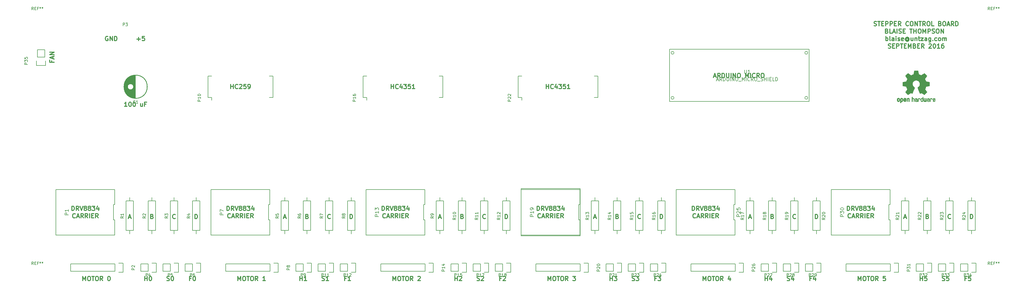
<source format=gbr>
G04 #@! TF.FileFunction,Legend,Top*
%FSLAX46Y46*%
G04 Gerber Fmt 4.6, Leading zero omitted, Abs format (unit mm)*
G04 Created by KiCad (PCBNEW 4.0.3-stable) date 09/05/16 17:50:14*
%MOMM*%
%LPD*%
G01*
G04 APERTURE LIST*
%ADD10C,0.100000*%
%ADD11C,0.200000*%
%ADD12C,0.300000*%
%ADD13C,0.150000*%
%ADD14C,0.010000*%
G04 APERTURE END LIST*
D10*
D11*
X84739607Y-100330000D02*
G75*
G03X84739607Y-100330000I-3967607J0D01*
G01*
X213360000Y-151638000D02*
X233680000Y-151638000D01*
X213360000Y-135382000D02*
X213360000Y-151638000D01*
X233680000Y-135382000D02*
X213360000Y-135382000D01*
X233680000Y-151638000D02*
X233680000Y-135382000D01*
D12*
X367907143Y-145712571D02*
X367907143Y-144212571D01*
X368264286Y-144212571D01*
X368478571Y-144284000D01*
X368621429Y-144426857D01*
X368692857Y-144569714D01*
X368764286Y-144855429D01*
X368764286Y-145069714D01*
X368692857Y-145355429D01*
X368621429Y-145498286D01*
X368478571Y-145641143D01*
X368264286Y-145712571D01*
X367907143Y-145712571D01*
X361144286Y-145569714D02*
X361072857Y-145641143D01*
X360858571Y-145712571D01*
X360715714Y-145712571D01*
X360501429Y-145641143D01*
X360358571Y-145498286D01*
X360287143Y-145355429D01*
X360215714Y-145069714D01*
X360215714Y-144855429D01*
X360287143Y-144569714D01*
X360358571Y-144426857D01*
X360501429Y-144284000D01*
X360715714Y-144212571D01*
X360858571Y-144212571D01*
X361072857Y-144284000D01*
X361144286Y-144355429D01*
X353167143Y-144926857D02*
X353381429Y-144998286D01*
X353452857Y-145069714D01*
X353524286Y-145212571D01*
X353524286Y-145426857D01*
X353452857Y-145569714D01*
X353381429Y-145641143D01*
X353238571Y-145712571D01*
X352667143Y-145712571D01*
X352667143Y-144212571D01*
X353167143Y-144212571D01*
X353310000Y-144284000D01*
X353381429Y-144355429D01*
X353452857Y-144498286D01*
X353452857Y-144641143D01*
X353381429Y-144784000D01*
X353310000Y-144855429D01*
X353167143Y-144926857D01*
X352667143Y-144926857D01*
X345082857Y-145284000D02*
X345797143Y-145284000D01*
X344940000Y-145712571D02*
X345440000Y-144212571D01*
X345940000Y-145712571D01*
X314567143Y-145712571D02*
X314567143Y-144212571D01*
X314924286Y-144212571D01*
X315138571Y-144284000D01*
X315281429Y-144426857D01*
X315352857Y-144569714D01*
X315424286Y-144855429D01*
X315424286Y-145069714D01*
X315352857Y-145355429D01*
X315281429Y-145498286D01*
X315138571Y-145641143D01*
X314924286Y-145712571D01*
X314567143Y-145712571D01*
X307804286Y-145569714D02*
X307732857Y-145641143D01*
X307518571Y-145712571D01*
X307375714Y-145712571D01*
X307161429Y-145641143D01*
X307018571Y-145498286D01*
X306947143Y-145355429D01*
X306875714Y-145069714D01*
X306875714Y-144855429D01*
X306947143Y-144569714D01*
X307018571Y-144426857D01*
X307161429Y-144284000D01*
X307375714Y-144212571D01*
X307518571Y-144212571D01*
X307732857Y-144284000D01*
X307804286Y-144355429D01*
X299827143Y-144926857D02*
X300041429Y-144998286D01*
X300112857Y-145069714D01*
X300184286Y-145212571D01*
X300184286Y-145426857D01*
X300112857Y-145569714D01*
X300041429Y-145641143D01*
X299898571Y-145712571D01*
X299327143Y-145712571D01*
X299327143Y-144212571D01*
X299827143Y-144212571D01*
X299970000Y-144284000D01*
X300041429Y-144355429D01*
X300112857Y-144498286D01*
X300112857Y-144641143D01*
X300041429Y-144784000D01*
X299970000Y-144855429D01*
X299827143Y-144926857D01*
X299327143Y-144926857D01*
X291742857Y-145284000D02*
X292457143Y-145284000D01*
X291600000Y-145712571D02*
X292100000Y-144212571D01*
X292600000Y-145712571D01*
X261227143Y-145712571D02*
X261227143Y-144212571D01*
X261584286Y-144212571D01*
X261798571Y-144284000D01*
X261941429Y-144426857D01*
X262012857Y-144569714D01*
X262084286Y-144855429D01*
X262084286Y-145069714D01*
X262012857Y-145355429D01*
X261941429Y-145498286D01*
X261798571Y-145641143D01*
X261584286Y-145712571D01*
X261227143Y-145712571D01*
X254464286Y-145569714D02*
X254392857Y-145641143D01*
X254178571Y-145712571D01*
X254035714Y-145712571D01*
X253821429Y-145641143D01*
X253678571Y-145498286D01*
X253607143Y-145355429D01*
X253535714Y-145069714D01*
X253535714Y-144855429D01*
X253607143Y-144569714D01*
X253678571Y-144426857D01*
X253821429Y-144284000D01*
X254035714Y-144212571D01*
X254178571Y-144212571D01*
X254392857Y-144284000D01*
X254464286Y-144355429D01*
X246487143Y-144926857D02*
X246701429Y-144998286D01*
X246772857Y-145069714D01*
X246844286Y-145212571D01*
X246844286Y-145426857D01*
X246772857Y-145569714D01*
X246701429Y-145641143D01*
X246558571Y-145712571D01*
X245987143Y-145712571D01*
X245987143Y-144212571D01*
X246487143Y-144212571D01*
X246630000Y-144284000D01*
X246701429Y-144355429D01*
X246772857Y-144498286D01*
X246772857Y-144641143D01*
X246701429Y-144784000D01*
X246630000Y-144855429D01*
X246487143Y-144926857D01*
X245987143Y-144926857D01*
X238402857Y-145284000D02*
X239117143Y-145284000D01*
X238260000Y-145712571D02*
X238760000Y-144212571D01*
X239260000Y-145712571D01*
X207887143Y-145712571D02*
X207887143Y-144212571D01*
X208244286Y-144212571D01*
X208458571Y-144284000D01*
X208601429Y-144426857D01*
X208672857Y-144569714D01*
X208744286Y-144855429D01*
X208744286Y-145069714D01*
X208672857Y-145355429D01*
X208601429Y-145498286D01*
X208458571Y-145641143D01*
X208244286Y-145712571D01*
X207887143Y-145712571D01*
X201124286Y-145569714D02*
X201052857Y-145641143D01*
X200838571Y-145712571D01*
X200695714Y-145712571D01*
X200481429Y-145641143D01*
X200338571Y-145498286D01*
X200267143Y-145355429D01*
X200195714Y-145069714D01*
X200195714Y-144855429D01*
X200267143Y-144569714D01*
X200338571Y-144426857D01*
X200481429Y-144284000D01*
X200695714Y-144212571D01*
X200838571Y-144212571D01*
X201052857Y-144284000D01*
X201124286Y-144355429D01*
X193147143Y-144926857D02*
X193361429Y-144998286D01*
X193432857Y-145069714D01*
X193504286Y-145212571D01*
X193504286Y-145426857D01*
X193432857Y-145569714D01*
X193361429Y-145641143D01*
X193218571Y-145712571D01*
X192647143Y-145712571D01*
X192647143Y-144212571D01*
X193147143Y-144212571D01*
X193290000Y-144284000D01*
X193361429Y-144355429D01*
X193432857Y-144498286D01*
X193432857Y-144641143D01*
X193361429Y-144784000D01*
X193290000Y-144855429D01*
X193147143Y-144926857D01*
X192647143Y-144926857D01*
X185062857Y-145284000D02*
X185777143Y-145284000D01*
X184920000Y-145712571D02*
X185420000Y-144212571D01*
X185920000Y-145712571D01*
X154547143Y-145712571D02*
X154547143Y-144212571D01*
X154904286Y-144212571D01*
X155118571Y-144284000D01*
X155261429Y-144426857D01*
X155332857Y-144569714D01*
X155404286Y-144855429D01*
X155404286Y-145069714D01*
X155332857Y-145355429D01*
X155261429Y-145498286D01*
X155118571Y-145641143D01*
X154904286Y-145712571D01*
X154547143Y-145712571D01*
X147784286Y-145569714D02*
X147712857Y-145641143D01*
X147498571Y-145712571D01*
X147355714Y-145712571D01*
X147141429Y-145641143D01*
X146998571Y-145498286D01*
X146927143Y-145355429D01*
X146855714Y-145069714D01*
X146855714Y-144855429D01*
X146927143Y-144569714D01*
X146998571Y-144426857D01*
X147141429Y-144284000D01*
X147355714Y-144212571D01*
X147498571Y-144212571D01*
X147712857Y-144284000D01*
X147784286Y-144355429D01*
X139807143Y-144926857D02*
X140021429Y-144998286D01*
X140092857Y-145069714D01*
X140164286Y-145212571D01*
X140164286Y-145426857D01*
X140092857Y-145569714D01*
X140021429Y-145641143D01*
X139878571Y-145712571D01*
X139307143Y-145712571D01*
X139307143Y-144212571D01*
X139807143Y-144212571D01*
X139950000Y-144284000D01*
X140021429Y-144355429D01*
X140092857Y-144498286D01*
X140092857Y-144641143D01*
X140021429Y-144784000D01*
X139950000Y-144855429D01*
X139807143Y-144926857D01*
X139307143Y-144926857D01*
X131722857Y-145284000D02*
X132437143Y-145284000D01*
X131580000Y-145712571D02*
X132080000Y-144212571D01*
X132580000Y-145712571D01*
X101207143Y-145712571D02*
X101207143Y-144212571D01*
X101564286Y-144212571D01*
X101778571Y-144284000D01*
X101921429Y-144426857D01*
X101992857Y-144569714D01*
X102064286Y-144855429D01*
X102064286Y-145069714D01*
X101992857Y-145355429D01*
X101921429Y-145498286D01*
X101778571Y-145641143D01*
X101564286Y-145712571D01*
X101207143Y-145712571D01*
X94444286Y-145569714D02*
X94372857Y-145641143D01*
X94158571Y-145712571D01*
X94015714Y-145712571D01*
X93801429Y-145641143D01*
X93658571Y-145498286D01*
X93587143Y-145355429D01*
X93515714Y-145069714D01*
X93515714Y-144855429D01*
X93587143Y-144569714D01*
X93658571Y-144426857D01*
X93801429Y-144284000D01*
X94015714Y-144212571D01*
X94158571Y-144212571D01*
X94372857Y-144284000D01*
X94444286Y-144355429D01*
X86467143Y-144926857D02*
X86681429Y-144998286D01*
X86752857Y-145069714D01*
X86824286Y-145212571D01*
X86824286Y-145426857D01*
X86752857Y-145569714D01*
X86681429Y-145641143D01*
X86538571Y-145712571D01*
X85967143Y-145712571D01*
X85967143Y-144212571D01*
X86467143Y-144212571D01*
X86610000Y-144284000D01*
X86681429Y-144355429D01*
X86752857Y-144498286D01*
X86752857Y-144641143D01*
X86681429Y-144784000D01*
X86610000Y-144855429D01*
X86467143Y-144926857D01*
X85967143Y-144926857D01*
X78382857Y-145284000D02*
X79097143Y-145284000D01*
X78240000Y-145712571D02*
X78740000Y-144212571D01*
X79240000Y-145712571D01*
X77879144Y-107104571D02*
X77022001Y-107104571D01*
X77450573Y-107104571D02*
X77450573Y-105604571D01*
X77307716Y-105818857D01*
X77164858Y-105961714D01*
X77022001Y-106033143D01*
X78807715Y-105604571D02*
X78950572Y-105604571D01*
X79093429Y-105676000D01*
X79164858Y-105747429D01*
X79236287Y-105890286D01*
X79307715Y-106176000D01*
X79307715Y-106533143D01*
X79236287Y-106818857D01*
X79164858Y-106961714D01*
X79093429Y-107033143D01*
X78950572Y-107104571D01*
X78807715Y-107104571D01*
X78664858Y-107033143D01*
X78593429Y-106961714D01*
X78522001Y-106818857D01*
X78450572Y-106533143D01*
X78450572Y-106176000D01*
X78522001Y-105890286D01*
X78593429Y-105747429D01*
X78664858Y-105676000D01*
X78807715Y-105604571D01*
X80236286Y-105604571D02*
X80379143Y-105604571D01*
X80522000Y-105676000D01*
X80593429Y-105747429D01*
X80664858Y-105890286D01*
X80736286Y-106176000D01*
X80736286Y-106533143D01*
X80664858Y-106818857D01*
X80593429Y-106961714D01*
X80522000Y-107033143D01*
X80379143Y-107104571D01*
X80236286Y-107104571D01*
X80093429Y-107033143D01*
X80022000Y-106961714D01*
X79950572Y-106818857D01*
X79879143Y-106533143D01*
X79879143Y-106176000D01*
X79950572Y-105890286D01*
X80022000Y-105747429D01*
X80093429Y-105676000D01*
X80236286Y-105604571D01*
X83164857Y-106104571D02*
X83164857Y-107104571D01*
X82522000Y-106104571D02*
X82522000Y-106890286D01*
X82593428Y-107033143D01*
X82736286Y-107104571D01*
X82950571Y-107104571D01*
X83093428Y-107033143D01*
X83164857Y-106961714D01*
X84379143Y-106318857D02*
X83879143Y-106318857D01*
X83879143Y-107104571D02*
X83879143Y-105604571D01*
X84593429Y-105604571D01*
X58857144Y-142913571D02*
X58857144Y-141413571D01*
X59214287Y-141413571D01*
X59428572Y-141485000D01*
X59571430Y-141627857D01*
X59642858Y-141770714D01*
X59714287Y-142056429D01*
X59714287Y-142270714D01*
X59642858Y-142556429D01*
X59571430Y-142699286D01*
X59428572Y-142842143D01*
X59214287Y-142913571D01*
X58857144Y-142913571D01*
X61214287Y-142913571D02*
X60714287Y-142199286D01*
X60357144Y-142913571D02*
X60357144Y-141413571D01*
X60928572Y-141413571D01*
X61071430Y-141485000D01*
X61142858Y-141556429D01*
X61214287Y-141699286D01*
X61214287Y-141913571D01*
X61142858Y-142056429D01*
X61071430Y-142127857D01*
X60928572Y-142199286D01*
X60357144Y-142199286D01*
X61642858Y-141413571D02*
X62142858Y-142913571D01*
X62642858Y-141413571D01*
X63357144Y-142056429D02*
X63214286Y-141985000D01*
X63142858Y-141913571D01*
X63071429Y-141770714D01*
X63071429Y-141699286D01*
X63142858Y-141556429D01*
X63214286Y-141485000D01*
X63357144Y-141413571D01*
X63642858Y-141413571D01*
X63785715Y-141485000D01*
X63857144Y-141556429D01*
X63928572Y-141699286D01*
X63928572Y-141770714D01*
X63857144Y-141913571D01*
X63785715Y-141985000D01*
X63642858Y-142056429D01*
X63357144Y-142056429D01*
X63214286Y-142127857D01*
X63142858Y-142199286D01*
X63071429Y-142342143D01*
X63071429Y-142627857D01*
X63142858Y-142770714D01*
X63214286Y-142842143D01*
X63357144Y-142913571D01*
X63642858Y-142913571D01*
X63785715Y-142842143D01*
X63857144Y-142770714D01*
X63928572Y-142627857D01*
X63928572Y-142342143D01*
X63857144Y-142199286D01*
X63785715Y-142127857D01*
X63642858Y-142056429D01*
X64785715Y-142056429D02*
X64642857Y-141985000D01*
X64571429Y-141913571D01*
X64500000Y-141770714D01*
X64500000Y-141699286D01*
X64571429Y-141556429D01*
X64642857Y-141485000D01*
X64785715Y-141413571D01*
X65071429Y-141413571D01*
X65214286Y-141485000D01*
X65285715Y-141556429D01*
X65357143Y-141699286D01*
X65357143Y-141770714D01*
X65285715Y-141913571D01*
X65214286Y-141985000D01*
X65071429Y-142056429D01*
X64785715Y-142056429D01*
X64642857Y-142127857D01*
X64571429Y-142199286D01*
X64500000Y-142342143D01*
X64500000Y-142627857D01*
X64571429Y-142770714D01*
X64642857Y-142842143D01*
X64785715Y-142913571D01*
X65071429Y-142913571D01*
X65214286Y-142842143D01*
X65285715Y-142770714D01*
X65357143Y-142627857D01*
X65357143Y-142342143D01*
X65285715Y-142199286D01*
X65214286Y-142127857D01*
X65071429Y-142056429D01*
X65857143Y-141413571D02*
X66785714Y-141413571D01*
X66285714Y-141985000D01*
X66500000Y-141985000D01*
X66642857Y-142056429D01*
X66714286Y-142127857D01*
X66785714Y-142270714D01*
X66785714Y-142627857D01*
X66714286Y-142770714D01*
X66642857Y-142842143D01*
X66500000Y-142913571D01*
X66071428Y-142913571D01*
X65928571Y-142842143D01*
X65857143Y-142770714D01*
X68071428Y-141913571D02*
X68071428Y-142913571D01*
X67714285Y-141342143D02*
X67357142Y-142413571D01*
X68285714Y-142413571D01*
X60035715Y-145320714D02*
X59964286Y-145392143D01*
X59750000Y-145463571D01*
X59607143Y-145463571D01*
X59392858Y-145392143D01*
X59250000Y-145249286D01*
X59178572Y-145106429D01*
X59107143Y-144820714D01*
X59107143Y-144606429D01*
X59178572Y-144320714D01*
X59250000Y-144177857D01*
X59392858Y-144035000D01*
X59607143Y-143963571D01*
X59750000Y-143963571D01*
X59964286Y-144035000D01*
X60035715Y-144106429D01*
X60607143Y-145035000D02*
X61321429Y-145035000D01*
X60464286Y-145463571D02*
X60964286Y-143963571D01*
X61464286Y-145463571D01*
X62821429Y-145463571D02*
X62321429Y-144749286D01*
X61964286Y-145463571D02*
X61964286Y-143963571D01*
X62535714Y-143963571D01*
X62678572Y-144035000D01*
X62750000Y-144106429D01*
X62821429Y-144249286D01*
X62821429Y-144463571D01*
X62750000Y-144606429D01*
X62678572Y-144677857D01*
X62535714Y-144749286D01*
X61964286Y-144749286D01*
X64321429Y-145463571D02*
X63821429Y-144749286D01*
X63464286Y-145463571D02*
X63464286Y-143963571D01*
X64035714Y-143963571D01*
X64178572Y-144035000D01*
X64250000Y-144106429D01*
X64321429Y-144249286D01*
X64321429Y-144463571D01*
X64250000Y-144606429D01*
X64178572Y-144677857D01*
X64035714Y-144749286D01*
X63464286Y-144749286D01*
X64964286Y-145463571D02*
X64964286Y-143963571D01*
X65678572Y-144677857D02*
X66178572Y-144677857D01*
X66392858Y-145463571D02*
X65678572Y-145463571D01*
X65678572Y-143963571D01*
X66392858Y-143963571D01*
X67892858Y-145463571D02*
X67392858Y-144749286D01*
X67035715Y-145463571D02*
X67035715Y-143963571D01*
X67607143Y-143963571D01*
X67750001Y-144035000D01*
X67821429Y-144106429D01*
X67892858Y-144249286D01*
X67892858Y-144463571D01*
X67821429Y-144606429D01*
X67750001Y-144677857D01*
X67607143Y-144749286D01*
X67035715Y-144749286D01*
X112197144Y-142913571D02*
X112197144Y-141413571D01*
X112554287Y-141413571D01*
X112768572Y-141485000D01*
X112911430Y-141627857D01*
X112982858Y-141770714D01*
X113054287Y-142056429D01*
X113054287Y-142270714D01*
X112982858Y-142556429D01*
X112911430Y-142699286D01*
X112768572Y-142842143D01*
X112554287Y-142913571D01*
X112197144Y-142913571D01*
X114554287Y-142913571D02*
X114054287Y-142199286D01*
X113697144Y-142913571D02*
X113697144Y-141413571D01*
X114268572Y-141413571D01*
X114411430Y-141485000D01*
X114482858Y-141556429D01*
X114554287Y-141699286D01*
X114554287Y-141913571D01*
X114482858Y-142056429D01*
X114411430Y-142127857D01*
X114268572Y-142199286D01*
X113697144Y-142199286D01*
X114982858Y-141413571D02*
X115482858Y-142913571D01*
X115982858Y-141413571D01*
X116697144Y-142056429D02*
X116554286Y-141985000D01*
X116482858Y-141913571D01*
X116411429Y-141770714D01*
X116411429Y-141699286D01*
X116482858Y-141556429D01*
X116554286Y-141485000D01*
X116697144Y-141413571D01*
X116982858Y-141413571D01*
X117125715Y-141485000D01*
X117197144Y-141556429D01*
X117268572Y-141699286D01*
X117268572Y-141770714D01*
X117197144Y-141913571D01*
X117125715Y-141985000D01*
X116982858Y-142056429D01*
X116697144Y-142056429D01*
X116554286Y-142127857D01*
X116482858Y-142199286D01*
X116411429Y-142342143D01*
X116411429Y-142627857D01*
X116482858Y-142770714D01*
X116554286Y-142842143D01*
X116697144Y-142913571D01*
X116982858Y-142913571D01*
X117125715Y-142842143D01*
X117197144Y-142770714D01*
X117268572Y-142627857D01*
X117268572Y-142342143D01*
X117197144Y-142199286D01*
X117125715Y-142127857D01*
X116982858Y-142056429D01*
X118125715Y-142056429D02*
X117982857Y-141985000D01*
X117911429Y-141913571D01*
X117840000Y-141770714D01*
X117840000Y-141699286D01*
X117911429Y-141556429D01*
X117982857Y-141485000D01*
X118125715Y-141413571D01*
X118411429Y-141413571D01*
X118554286Y-141485000D01*
X118625715Y-141556429D01*
X118697143Y-141699286D01*
X118697143Y-141770714D01*
X118625715Y-141913571D01*
X118554286Y-141985000D01*
X118411429Y-142056429D01*
X118125715Y-142056429D01*
X117982857Y-142127857D01*
X117911429Y-142199286D01*
X117840000Y-142342143D01*
X117840000Y-142627857D01*
X117911429Y-142770714D01*
X117982857Y-142842143D01*
X118125715Y-142913571D01*
X118411429Y-142913571D01*
X118554286Y-142842143D01*
X118625715Y-142770714D01*
X118697143Y-142627857D01*
X118697143Y-142342143D01*
X118625715Y-142199286D01*
X118554286Y-142127857D01*
X118411429Y-142056429D01*
X119197143Y-141413571D02*
X120125714Y-141413571D01*
X119625714Y-141985000D01*
X119840000Y-141985000D01*
X119982857Y-142056429D01*
X120054286Y-142127857D01*
X120125714Y-142270714D01*
X120125714Y-142627857D01*
X120054286Y-142770714D01*
X119982857Y-142842143D01*
X119840000Y-142913571D01*
X119411428Y-142913571D01*
X119268571Y-142842143D01*
X119197143Y-142770714D01*
X121411428Y-141913571D02*
X121411428Y-142913571D01*
X121054285Y-141342143D02*
X120697142Y-142413571D01*
X121625714Y-142413571D01*
X113375715Y-145320714D02*
X113304286Y-145392143D01*
X113090000Y-145463571D01*
X112947143Y-145463571D01*
X112732858Y-145392143D01*
X112590000Y-145249286D01*
X112518572Y-145106429D01*
X112447143Y-144820714D01*
X112447143Y-144606429D01*
X112518572Y-144320714D01*
X112590000Y-144177857D01*
X112732858Y-144035000D01*
X112947143Y-143963571D01*
X113090000Y-143963571D01*
X113304286Y-144035000D01*
X113375715Y-144106429D01*
X113947143Y-145035000D02*
X114661429Y-145035000D01*
X113804286Y-145463571D02*
X114304286Y-143963571D01*
X114804286Y-145463571D01*
X116161429Y-145463571D02*
X115661429Y-144749286D01*
X115304286Y-145463571D02*
X115304286Y-143963571D01*
X115875714Y-143963571D01*
X116018572Y-144035000D01*
X116090000Y-144106429D01*
X116161429Y-144249286D01*
X116161429Y-144463571D01*
X116090000Y-144606429D01*
X116018572Y-144677857D01*
X115875714Y-144749286D01*
X115304286Y-144749286D01*
X117661429Y-145463571D02*
X117161429Y-144749286D01*
X116804286Y-145463571D02*
X116804286Y-143963571D01*
X117375714Y-143963571D01*
X117518572Y-144035000D01*
X117590000Y-144106429D01*
X117661429Y-144249286D01*
X117661429Y-144463571D01*
X117590000Y-144606429D01*
X117518572Y-144677857D01*
X117375714Y-144749286D01*
X116804286Y-144749286D01*
X118304286Y-145463571D02*
X118304286Y-143963571D01*
X119018572Y-144677857D02*
X119518572Y-144677857D01*
X119732858Y-145463571D02*
X119018572Y-145463571D01*
X119018572Y-143963571D01*
X119732858Y-143963571D01*
X121232858Y-145463571D02*
X120732858Y-144749286D01*
X120375715Y-145463571D02*
X120375715Y-143963571D01*
X120947143Y-143963571D01*
X121090001Y-144035000D01*
X121161429Y-144106429D01*
X121232858Y-144249286D01*
X121232858Y-144463571D01*
X121161429Y-144606429D01*
X121090001Y-144677857D01*
X120947143Y-144749286D01*
X120375715Y-144749286D01*
X165537144Y-142913571D02*
X165537144Y-141413571D01*
X165894287Y-141413571D01*
X166108572Y-141485000D01*
X166251430Y-141627857D01*
X166322858Y-141770714D01*
X166394287Y-142056429D01*
X166394287Y-142270714D01*
X166322858Y-142556429D01*
X166251430Y-142699286D01*
X166108572Y-142842143D01*
X165894287Y-142913571D01*
X165537144Y-142913571D01*
X167894287Y-142913571D02*
X167394287Y-142199286D01*
X167037144Y-142913571D02*
X167037144Y-141413571D01*
X167608572Y-141413571D01*
X167751430Y-141485000D01*
X167822858Y-141556429D01*
X167894287Y-141699286D01*
X167894287Y-141913571D01*
X167822858Y-142056429D01*
X167751430Y-142127857D01*
X167608572Y-142199286D01*
X167037144Y-142199286D01*
X168322858Y-141413571D02*
X168822858Y-142913571D01*
X169322858Y-141413571D01*
X170037144Y-142056429D02*
X169894286Y-141985000D01*
X169822858Y-141913571D01*
X169751429Y-141770714D01*
X169751429Y-141699286D01*
X169822858Y-141556429D01*
X169894286Y-141485000D01*
X170037144Y-141413571D01*
X170322858Y-141413571D01*
X170465715Y-141485000D01*
X170537144Y-141556429D01*
X170608572Y-141699286D01*
X170608572Y-141770714D01*
X170537144Y-141913571D01*
X170465715Y-141985000D01*
X170322858Y-142056429D01*
X170037144Y-142056429D01*
X169894286Y-142127857D01*
X169822858Y-142199286D01*
X169751429Y-142342143D01*
X169751429Y-142627857D01*
X169822858Y-142770714D01*
X169894286Y-142842143D01*
X170037144Y-142913571D01*
X170322858Y-142913571D01*
X170465715Y-142842143D01*
X170537144Y-142770714D01*
X170608572Y-142627857D01*
X170608572Y-142342143D01*
X170537144Y-142199286D01*
X170465715Y-142127857D01*
X170322858Y-142056429D01*
X171465715Y-142056429D02*
X171322857Y-141985000D01*
X171251429Y-141913571D01*
X171180000Y-141770714D01*
X171180000Y-141699286D01*
X171251429Y-141556429D01*
X171322857Y-141485000D01*
X171465715Y-141413571D01*
X171751429Y-141413571D01*
X171894286Y-141485000D01*
X171965715Y-141556429D01*
X172037143Y-141699286D01*
X172037143Y-141770714D01*
X171965715Y-141913571D01*
X171894286Y-141985000D01*
X171751429Y-142056429D01*
X171465715Y-142056429D01*
X171322857Y-142127857D01*
X171251429Y-142199286D01*
X171180000Y-142342143D01*
X171180000Y-142627857D01*
X171251429Y-142770714D01*
X171322857Y-142842143D01*
X171465715Y-142913571D01*
X171751429Y-142913571D01*
X171894286Y-142842143D01*
X171965715Y-142770714D01*
X172037143Y-142627857D01*
X172037143Y-142342143D01*
X171965715Y-142199286D01*
X171894286Y-142127857D01*
X171751429Y-142056429D01*
X172537143Y-141413571D02*
X173465714Y-141413571D01*
X172965714Y-141985000D01*
X173180000Y-141985000D01*
X173322857Y-142056429D01*
X173394286Y-142127857D01*
X173465714Y-142270714D01*
X173465714Y-142627857D01*
X173394286Y-142770714D01*
X173322857Y-142842143D01*
X173180000Y-142913571D01*
X172751428Y-142913571D01*
X172608571Y-142842143D01*
X172537143Y-142770714D01*
X174751428Y-141913571D02*
X174751428Y-142913571D01*
X174394285Y-141342143D02*
X174037142Y-142413571D01*
X174965714Y-142413571D01*
X166715715Y-145320714D02*
X166644286Y-145392143D01*
X166430000Y-145463571D01*
X166287143Y-145463571D01*
X166072858Y-145392143D01*
X165930000Y-145249286D01*
X165858572Y-145106429D01*
X165787143Y-144820714D01*
X165787143Y-144606429D01*
X165858572Y-144320714D01*
X165930000Y-144177857D01*
X166072858Y-144035000D01*
X166287143Y-143963571D01*
X166430000Y-143963571D01*
X166644286Y-144035000D01*
X166715715Y-144106429D01*
X167287143Y-145035000D02*
X168001429Y-145035000D01*
X167144286Y-145463571D02*
X167644286Y-143963571D01*
X168144286Y-145463571D01*
X169501429Y-145463571D02*
X169001429Y-144749286D01*
X168644286Y-145463571D02*
X168644286Y-143963571D01*
X169215714Y-143963571D01*
X169358572Y-144035000D01*
X169430000Y-144106429D01*
X169501429Y-144249286D01*
X169501429Y-144463571D01*
X169430000Y-144606429D01*
X169358572Y-144677857D01*
X169215714Y-144749286D01*
X168644286Y-144749286D01*
X171001429Y-145463571D02*
X170501429Y-144749286D01*
X170144286Y-145463571D02*
X170144286Y-143963571D01*
X170715714Y-143963571D01*
X170858572Y-144035000D01*
X170930000Y-144106429D01*
X171001429Y-144249286D01*
X171001429Y-144463571D01*
X170930000Y-144606429D01*
X170858572Y-144677857D01*
X170715714Y-144749286D01*
X170144286Y-144749286D01*
X171644286Y-145463571D02*
X171644286Y-143963571D01*
X172358572Y-144677857D02*
X172858572Y-144677857D01*
X173072858Y-145463571D02*
X172358572Y-145463571D01*
X172358572Y-143963571D01*
X173072858Y-143963571D01*
X174572858Y-145463571D02*
X174072858Y-144749286D01*
X173715715Y-145463571D02*
X173715715Y-143963571D01*
X174287143Y-143963571D01*
X174430001Y-144035000D01*
X174501429Y-144106429D01*
X174572858Y-144249286D01*
X174572858Y-144463571D01*
X174501429Y-144606429D01*
X174430001Y-144677857D01*
X174287143Y-144749286D01*
X173715715Y-144749286D01*
X218877144Y-142913571D02*
X218877144Y-141413571D01*
X219234287Y-141413571D01*
X219448572Y-141485000D01*
X219591430Y-141627857D01*
X219662858Y-141770714D01*
X219734287Y-142056429D01*
X219734287Y-142270714D01*
X219662858Y-142556429D01*
X219591430Y-142699286D01*
X219448572Y-142842143D01*
X219234287Y-142913571D01*
X218877144Y-142913571D01*
X221234287Y-142913571D02*
X220734287Y-142199286D01*
X220377144Y-142913571D02*
X220377144Y-141413571D01*
X220948572Y-141413571D01*
X221091430Y-141485000D01*
X221162858Y-141556429D01*
X221234287Y-141699286D01*
X221234287Y-141913571D01*
X221162858Y-142056429D01*
X221091430Y-142127857D01*
X220948572Y-142199286D01*
X220377144Y-142199286D01*
X221662858Y-141413571D02*
X222162858Y-142913571D01*
X222662858Y-141413571D01*
X223377144Y-142056429D02*
X223234286Y-141985000D01*
X223162858Y-141913571D01*
X223091429Y-141770714D01*
X223091429Y-141699286D01*
X223162858Y-141556429D01*
X223234286Y-141485000D01*
X223377144Y-141413571D01*
X223662858Y-141413571D01*
X223805715Y-141485000D01*
X223877144Y-141556429D01*
X223948572Y-141699286D01*
X223948572Y-141770714D01*
X223877144Y-141913571D01*
X223805715Y-141985000D01*
X223662858Y-142056429D01*
X223377144Y-142056429D01*
X223234286Y-142127857D01*
X223162858Y-142199286D01*
X223091429Y-142342143D01*
X223091429Y-142627857D01*
X223162858Y-142770714D01*
X223234286Y-142842143D01*
X223377144Y-142913571D01*
X223662858Y-142913571D01*
X223805715Y-142842143D01*
X223877144Y-142770714D01*
X223948572Y-142627857D01*
X223948572Y-142342143D01*
X223877144Y-142199286D01*
X223805715Y-142127857D01*
X223662858Y-142056429D01*
X224805715Y-142056429D02*
X224662857Y-141985000D01*
X224591429Y-141913571D01*
X224520000Y-141770714D01*
X224520000Y-141699286D01*
X224591429Y-141556429D01*
X224662857Y-141485000D01*
X224805715Y-141413571D01*
X225091429Y-141413571D01*
X225234286Y-141485000D01*
X225305715Y-141556429D01*
X225377143Y-141699286D01*
X225377143Y-141770714D01*
X225305715Y-141913571D01*
X225234286Y-141985000D01*
X225091429Y-142056429D01*
X224805715Y-142056429D01*
X224662857Y-142127857D01*
X224591429Y-142199286D01*
X224520000Y-142342143D01*
X224520000Y-142627857D01*
X224591429Y-142770714D01*
X224662857Y-142842143D01*
X224805715Y-142913571D01*
X225091429Y-142913571D01*
X225234286Y-142842143D01*
X225305715Y-142770714D01*
X225377143Y-142627857D01*
X225377143Y-142342143D01*
X225305715Y-142199286D01*
X225234286Y-142127857D01*
X225091429Y-142056429D01*
X225877143Y-141413571D02*
X226805714Y-141413571D01*
X226305714Y-141985000D01*
X226520000Y-141985000D01*
X226662857Y-142056429D01*
X226734286Y-142127857D01*
X226805714Y-142270714D01*
X226805714Y-142627857D01*
X226734286Y-142770714D01*
X226662857Y-142842143D01*
X226520000Y-142913571D01*
X226091428Y-142913571D01*
X225948571Y-142842143D01*
X225877143Y-142770714D01*
X228091428Y-141913571D02*
X228091428Y-142913571D01*
X227734285Y-141342143D02*
X227377142Y-142413571D01*
X228305714Y-142413571D01*
X220055715Y-145320714D02*
X219984286Y-145392143D01*
X219770000Y-145463571D01*
X219627143Y-145463571D01*
X219412858Y-145392143D01*
X219270000Y-145249286D01*
X219198572Y-145106429D01*
X219127143Y-144820714D01*
X219127143Y-144606429D01*
X219198572Y-144320714D01*
X219270000Y-144177857D01*
X219412858Y-144035000D01*
X219627143Y-143963571D01*
X219770000Y-143963571D01*
X219984286Y-144035000D01*
X220055715Y-144106429D01*
X220627143Y-145035000D02*
X221341429Y-145035000D01*
X220484286Y-145463571D02*
X220984286Y-143963571D01*
X221484286Y-145463571D01*
X222841429Y-145463571D02*
X222341429Y-144749286D01*
X221984286Y-145463571D02*
X221984286Y-143963571D01*
X222555714Y-143963571D01*
X222698572Y-144035000D01*
X222770000Y-144106429D01*
X222841429Y-144249286D01*
X222841429Y-144463571D01*
X222770000Y-144606429D01*
X222698572Y-144677857D01*
X222555714Y-144749286D01*
X221984286Y-144749286D01*
X224341429Y-145463571D02*
X223841429Y-144749286D01*
X223484286Y-145463571D02*
X223484286Y-143963571D01*
X224055714Y-143963571D01*
X224198572Y-144035000D01*
X224270000Y-144106429D01*
X224341429Y-144249286D01*
X224341429Y-144463571D01*
X224270000Y-144606429D01*
X224198572Y-144677857D01*
X224055714Y-144749286D01*
X223484286Y-144749286D01*
X224984286Y-145463571D02*
X224984286Y-143963571D01*
X225698572Y-144677857D02*
X226198572Y-144677857D01*
X226412858Y-145463571D02*
X225698572Y-145463571D01*
X225698572Y-143963571D01*
X226412858Y-143963571D01*
X227912858Y-145463571D02*
X227412858Y-144749286D01*
X227055715Y-145463571D02*
X227055715Y-143963571D01*
X227627143Y-143963571D01*
X227770001Y-144035000D01*
X227841429Y-144106429D01*
X227912858Y-144249286D01*
X227912858Y-144463571D01*
X227841429Y-144606429D01*
X227770001Y-144677857D01*
X227627143Y-144749286D01*
X227055715Y-144749286D01*
X272217144Y-142913571D02*
X272217144Y-141413571D01*
X272574287Y-141413571D01*
X272788572Y-141485000D01*
X272931430Y-141627857D01*
X273002858Y-141770714D01*
X273074287Y-142056429D01*
X273074287Y-142270714D01*
X273002858Y-142556429D01*
X272931430Y-142699286D01*
X272788572Y-142842143D01*
X272574287Y-142913571D01*
X272217144Y-142913571D01*
X274574287Y-142913571D02*
X274074287Y-142199286D01*
X273717144Y-142913571D02*
X273717144Y-141413571D01*
X274288572Y-141413571D01*
X274431430Y-141485000D01*
X274502858Y-141556429D01*
X274574287Y-141699286D01*
X274574287Y-141913571D01*
X274502858Y-142056429D01*
X274431430Y-142127857D01*
X274288572Y-142199286D01*
X273717144Y-142199286D01*
X275002858Y-141413571D02*
X275502858Y-142913571D01*
X276002858Y-141413571D01*
X276717144Y-142056429D02*
X276574286Y-141985000D01*
X276502858Y-141913571D01*
X276431429Y-141770714D01*
X276431429Y-141699286D01*
X276502858Y-141556429D01*
X276574286Y-141485000D01*
X276717144Y-141413571D01*
X277002858Y-141413571D01*
X277145715Y-141485000D01*
X277217144Y-141556429D01*
X277288572Y-141699286D01*
X277288572Y-141770714D01*
X277217144Y-141913571D01*
X277145715Y-141985000D01*
X277002858Y-142056429D01*
X276717144Y-142056429D01*
X276574286Y-142127857D01*
X276502858Y-142199286D01*
X276431429Y-142342143D01*
X276431429Y-142627857D01*
X276502858Y-142770714D01*
X276574286Y-142842143D01*
X276717144Y-142913571D01*
X277002858Y-142913571D01*
X277145715Y-142842143D01*
X277217144Y-142770714D01*
X277288572Y-142627857D01*
X277288572Y-142342143D01*
X277217144Y-142199286D01*
X277145715Y-142127857D01*
X277002858Y-142056429D01*
X278145715Y-142056429D02*
X278002857Y-141985000D01*
X277931429Y-141913571D01*
X277860000Y-141770714D01*
X277860000Y-141699286D01*
X277931429Y-141556429D01*
X278002857Y-141485000D01*
X278145715Y-141413571D01*
X278431429Y-141413571D01*
X278574286Y-141485000D01*
X278645715Y-141556429D01*
X278717143Y-141699286D01*
X278717143Y-141770714D01*
X278645715Y-141913571D01*
X278574286Y-141985000D01*
X278431429Y-142056429D01*
X278145715Y-142056429D01*
X278002857Y-142127857D01*
X277931429Y-142199286D01*
X277860000Y-142342143D01*
X277860000Y-142627857D01*
X277931429Y-142770714D01*
X278002857Y-142842143D01*
X278145715Y-142913571D01*
X278431429Y-142913571D01*
X278574286Y-142842143D01*
X278645715Y-142770714D01*
X278717143Y-142627857D01*
X278717143Y-142342143D01*
X278645715Y-142199286D01*
X278574286Y-142127857D01*
X278431429Y-142056429D01*
X279217143Y-141413571D02*
X280145714Y-141413571D01*
X279645714Y-141985000D01*
X279860000Y-141985000D01*
X280002857Y-142056429D01*
X280074286Y-142127857D01*
X280145714Y-142270714D01*
X280145714Y-142627857D01*
X280074286Y-142770714D01*
X280002857Y-142842143D01*
X279860000Y-142913571D01*
X279431428Y-142913571D01*
X279288571Y-142842143D01*
X279217143Y-142770714D01*
X281431428Y-141913571D02*
X281431428Y-142913571D01*
X281074285Y-141342143D02*
X280717142Y-142413571D01*
X281645714Y-142413571D01*
X273395715Y-145320714D02*
X273324286Y-145392143D01*
X273110000Y-145463571D01*
X272967143Y-145463571D01*
X272752858Y-145392143D01*
X272610000Y-145249286D01*
X272538572Y-145106429D01*
X272467143Y-144820714D01*
X272467143Y-144606429D01*
X272538572Y-144320714D01*
X272610000Y-144177857D01*
X272752858Y-144035000D01*
X272967143Y-143963571D01*
X273110000Y-143963571D01*
X273324286Y-144035000D01*
X273395715Y-144106429D01*
X273967143Y-145035000D02*
X274681429Y-145035000D01*
X273824286Y-145463571D02*
X274324286Y-143963571D01*
X274824286Y-145463571D01*
X276181429Y-145463571D02*
X275681429Y-144749286D01*
X275324286Y-145463571D02*
X275324286Y-143963571D01*
X275895714Y-143963571D01*
X276038572Y-144035000D01*
X276110000Y-144106429D01*
X276181429Y-144249286D01*
X276181429Y-144463571D01*
X276110000Y-144606429D01*
X276038572Y-144677857D01*
X275895714Y-144749286D01*
X275324286Y-144749286D01*
X277681429Y-145463571D02*
X277181429Y-144749286D01*
X276824286Y-145463571D02*
X276824286Y-143963571D01*
X277395714Y-143963571D01*
X277538572Y-144035000D01*
X277610000Y-144106429D01*
X277681429Y-144249286D01*
X277681429Y-144463571D01*
X277610000Y-144606429D01*
X277538572Y-144677857D01*
X277395714Y-144749286D01*
X276824286Y-144749286D01*
X278324286Y-145463571D02*
X278324286Y-143963571D01*
X279038572Y-144677857D02*
X279538572Y-144677857D01*
X279752858Y-145463571D02*
X279038572Y-145463571D01*
X279038572Y-143963571D01*
X279752858Y-143963571D01*
X281252858Y-145463571D02*
X280752858Y-144749286D01*
X280395715Y-145463571D02*
X280395715Y-143963571D01*
X280967143Y-143963571D01*
X281110001Y-144035000D01*
X281181429Y-144106429D01*
X281252858Y-144249286D01*
X281252858Y-144463571D01*
X281181429Y-144606429D01*
X281110001Y-144677857D01*
X280967143Y-144749286D01*
X280395715Y-144749286D01*
X325557144Y-142913571D02*
X325557144Y-141413571D01*
X325914287Y-141413571D01*
X326128572Y-141485000D01*
X326271430Y-141627857D01*
X326342858Y-141770714D01*
X326414287Y-142056429D01*
X326414287Y-142270714D01*
X326342858Y-142556429D01*
X326271430Y-142699286D01*
X326128572Y-142842143D01*
X325914287Y-142913571D01*
X325557144Y-142913571D01*
X327914287Y-142913571D02*
X327414287Y-142199286D01*
X327057144Y-142913571D02*
X327057144Y-141413571D01*
X327628572Y-141413571D01*
X327771430Y-141485000D01*
X327842858Y-141556429D01*
X327914287Y-141699286D01*
X327914287Y-141913571D01*
X327842858Y-142056429D01*
X327771430Y-142127857D01*
X327628572Y-142199286D01*
X327057144Y-142199286D01*
X328342858Y-141413571D02*
X328842858Y-142913571D01*
X329342858Y-141413571D01*
X330057144Y-142056429D02*
X329914286Y-141985000D01*
X329842858Y-141913571D01*
X329771429Y-141770714D01*
X329771429Y-141699286D01*
X329842858Y-141556429D01*
X329914286Y-141485000D01*
X330057144Y-141413571D01*
X330342858Y-141413571D01*
X330485715Y-141485000D01*
X330557144Y-141556429D01*
X330628572Y-141699286D01*
X330628572Y-141770714D01*
X330557144Y-141913571D01*
X330485715Y-141985000D01*
X330342858Y-142056429D01*
X330057144Y-142056429D01*
X329914286Y-142127857D01*
X329842858Y-142199286D01*
X329771429Y-142342143D01*
X329771429Y-142627857D01*
X329842858Y-142770714D01*
X329914286Y-142842143D01*
X330057144Y-142913571D01*
X330342858Y-142913571D01*
X330485715Y-142842143D01*
X330557144Y-142770714D01*
X330628572Y-142627857D01*
X330628572Y-142342143D01*
X330557144Y-142199286D01*
X330485715Y-142127857D01*
X330342858Y-142056429D01*
X331485715Y-142056429D02*
X331342857Y-141985000D01*
X331271429Y-141913571D01*
X331200000Y-141770714D01*
X331200000Y-141699286D01*
X331271429Y-141556429D01*
X331342857Y-141485000D01*
X331485715Y-141413571D01*
X331771429Y-141413571D01*
X331914286Y-141485000D01*
X331985715Y-141556429D01*
X332057143Y-141699286D01*
X332057143Y-141770714D01*
X331985715Y-141913571D01*
X331914286Y-141985000D01*
X331771429Y-142056429D01*
X331485715Y-142056429D01*
X331342857Y-142127857D01*
X331271429Y-142199286D01*
X331200000Y-142342143D01*
X331200000Y-142627857D01*
X331271429Y-142770714D01*
X331342857Y-142842143D01*
X331485715Y-142913571D01*
X331771429Y-142913571D01*
X331914286Y-142842143D01*
X331985715Y-142770714D01*
X332057143Y-142627857D01*
X332057143Y-142342143D01*
X331985715Y-142199286D01*
X331914286Y-142127857D01*
X331771429Y-142056429D01*
X332557143Y-141413571D02*
X333485714Y-141413571D01*
X332985714Y-141985000D01*
X333200000Y-141985000D01*
X333342857Y-142056429D01*
X333414286Y-142127857D01*
X333485714Y-142270714D01*
X333485714Y-142627857D01*
X333414286Y-142770714D01*
X333342857Y-142842143D01*
X333200000Y-142913571D01*
X332771428Y-142913571D01*
X332628571Y-142842143D01*
X332557143Y-142770714D01*
X334771428Y-141913571D02*
X334771428Y-142913571D01*
X334414285Y-141342143D02*
X334057142Y-142413571D01*
X334985714Y-142413571D01*
X326735715Y-145320714D02*
X326664286Y-145392143D01*
X326450000Y-145463571D01*
X326307143Y-145463571D01*
X326092858Y-145392143D01*
X325950000Y-145249286D01*
X325878572Y-145106429D01*
X325807143Y-144820714D01*
X325807143Y-144606429D01*
X325878572Y-144320714D01*
X325950000Y-144177857D01*
X326092858Y-144035000D01*
X326307143Y-143963571D01*
X326450000Y-143963571D01*
X326664286Y-144035000D01*
X326735715Y-144106429D01*
X327307143Y-145035000D02*
X328021429Y-145035000D01*
X327164286Y-145463571D02*
X327664286Y-143963571D01*
X328164286Y-145463571D01*
X329521429Y-145463571D02*
X329021429Y-144749286D01*
X328664286Y-145463571D02*
X328664286Y-143963571D01*
X329235714Y-143963571D01*
X329378572Y-144035000D01*
X329450000Y-144106429D01*
X329521429Y-144249286D01*
X329521429Y-144463571D01*
X329450000Y-144606429D01*
X329378572Y-144677857D01*
X329235714Y-144749286D01*
X328664286Y-144749286D01*
X331021429Y-145463571D02*
X330521429Y-144749286D01*
X330164286Y-145463571D02*
X330164286Y-143963571D01*
X330735714Y-143963571D01*
X330878572Y-144035000D01*
X330950000Y-144106429D01*
X331021429Y-144249286D01*
X331021429Y-144463571D01*
X330950000Y-144606429D01*
X330878572Y-144677857D01*
X330735714Y-144749286D01*
X330164286Y-144749286D01*
X331664286Y-145463571D02*
X331664286Y-143963571D01*
X332378572Y-144677857D02*
X332878572Y-144677857D01*
X333092858Y-145463571D02*
X332378572Y-145463571D01*
X332378572Y-143963571D01*
X333092858Y-143963571D01*
X334592858Y-145463571D02*
X334092858Y-144749286D01*
X333735715Y-145463571D02*
X333735715Y-143963571D01*
X334307143Y-143963571D01*
X334450001Y-144035000D01*
X334521429Y-144106429D01*
X334592858Y-144249286D01*
X334592858Y-144463571D01*
X334521429Y-144606429D01*
X334450001Y-144677857D01*
X334307143Y-144749286D01*
X333735715Y-144749286D01*
X113518572Y-101008571D02*
X113518572Y-99508571D01*
X113518572Y-100222857D02*
X114375715Y-100222857D01*
X114375715Y-101008571D02*
X114375715Y-99508571D01*
X115947144Y-100865714D02*
X115875715Y-100937143D01*
X115661429Y-101008571D01*
X115518572Y-101008571D01*
X115304287Y-100937143D01*
X115161429Y-100794286D01*
X115090001Y-100651429D01*
X115018572Y-100365714D01*
X115018572Y-100151429D01*
X115090001Y-99865714D01*
X115161429Y-99722857D01*
X115304287Y-99580000D01*
X115518572Y-99508571D01*
X115661429Y-99508571D01*
X115875715Y-99580000D01*
X115947144Y-99651429D01*
X116518572Y-99651429D02*
X116590001Y-99580000D01*
X116732858Y-99508571D01*
X117090001Y-99508571D01*
X117232858Y-99580000D01*
X117304287Y-99651429D01*
X117375715Y-99794286D01*
X117375715Y-99937143D01*
X117304287Y-100151429D01*
X116447144Y-101008571D01*
X117375715Y-101008571D01*
X118732858Y-99508571D02*
X118018572Y-99508571D01*
X117947143Y-100222857D01*
X118018572Y-100151429D01*
X118161429Y-100080000D01*
X118518572Y-100080000D01*
X118661429Y-100151429D01*
X118732858Y-100222857D01*
X118804286Y-100365714D01*
X118804286Y-100722857D01*
X118732858Y-100865714D01*
X118661429Y-100937143D01*
X118518572Y-101008571D01*
X118161429Y-101008571D01*
X118018572Y-100937143D01*
X117947143Y-100865714D01*
X119518571Y-101008571D02*
X119804286Y-101008571D01*
X119947143Y-100937143D01*
X120018571Y-100865714D01*
X120161429Y-100651429D01*
X120232857Y-100365714D01*
X120232857Y-99794286D01*
X120161429Y-99651429D01*
X120090000Y-99580000D01*
X119947143Y-99508571D01*
X119661429Y-99508571D01*
X119518571Y-99580000D01*
X119447143Y-99651429D01*
X119375714Y-99794286D01*
X119375714Y-100151429D01*
X119447143Y-100294286D01*
X119518571Y-100365714D01*
X119661429Y-100437143D01*
X119947143Y-100437143D01*
X120090000Y-100365714D01*
X120161429Y-100294286D01*
X120232857Y-100151429D01*
X168684287Y-101008571D02*
X168684287Y-99508571D01*
X168684287Y-100222857D02*
X169541430Y-100222857D01*
X169541430Y-101008571D02*
X169541430Y-99508571D01*
X171112859Y-100865714D02*
X171041430Y-100937143D01*
X170827144Y-101008571D01*
X170684287Y-101008571D01*
X170470002Y-100937143D01*
X170327144Y-100794286D01*
X170255716Y-100651429D01*
X170184287Y-100365714D01*
X170184287Y-100151429D01*
X170255716Y-99865714D01*
X170327144Y-99722857D01*
X170470002Y-99580000D01*
X170684287Y-99508571D01*
X170827144Y-99508571D01*
X171041430Y-99580000D01*
X171112859Y-99651429D01*
X172398573Y-100008571D02*
X172398573Y-101008571D01*
X172041430Y-99437143D02*
X171684287Y-100508571D01*
X172612859Y-100508571D01*
X173041430Y-99508571D02*
X173970001Y-99508571D01*
X173470001Y-100080000D01*
X173684287Y-100080000D01*
X173827144Y-100151429D01*
X173898573Y-100222857D01*
X173970001Y-100365714D01*
X173970001Y-100722857D01*
X173898573Y-100865714D01*
X173827144Y-100937143D01*
X173684287Y-101008571D01*
X173255715Y-101008571D01*
X173112858Y-100937143D01*
X173041430Y-100865714D01*
X175327144Y-99508571D02*
X174612858Y-99508571D01*
X174541429Y-100222857D01*
X174612858Y-100151429D01*
X174755715Y-100080000D01*
X175112858Y-100080000D01*
X175255715Y-100151429D01*
X175327144Y-100222857D01*
X175398572Y-100365714D01*
X175398572Y-100722857D01*
X175327144Y-100865714D01*
X175255715Y-100937143D01*
X175112858Y-101008571D01*
X174755715Y-101008571D01*
X174612858Y-100937143D01*
X174541429Y-100865714D01*
X176827143Y-101008571D02*
X175970000Y-101008571D01*
X176398572Y-101008571D02*
X176398572Y-99508571D01*
X176255715Y-99722857D01*
X176112857Y-99865714D01*
X175970000Y-99937143D01*
X222024287Y-101008571D02*
X222024287Y-99508571D01*
X222024287Y-100222857D02*
X222881430Y-100222857D01*
X222881430Y-101008571D02*
X222881430Y-99508571D01*
X224452859Y-100865714D02*
X224381430Y-100937143D01*
X224167144Y-101008571D01*
X224024287Y-101008571D01*
X223810002Y-100937143D01*
X223667144Y-100794286D01*
X223595716Y-100651429D01*
X223524287Y-100365714D01*
X223524287Y-100151429D01*
X223595716Y-99865714D01*
X223667144Y-99722857D01*
X223810002Y-99580000D01*
X224024287Y-99508571D01*
X224167144Y-99508571D01*
X224381430Y-99580000D01*
X224452859Y-99651429D01*
X225738573Y-100008571D02*
X225738573Y-101008571D01*
X225381430Y-99437143D02*
X225024287Y-100508571D01*
X225952859Y-100508571D01*
X226381430Y-99508571D02*
X227310001Y-99508571D01*
X226810001Y-100080000D01*
X227024287Y-100080000D01*
X227167144Y-100151429D01*
X227238573Y-100222857D01*
X227310001Y-100365714D01*
X227310001Y-100722857D01*
X227238573Y-100865714D01*
X227167144Y-100937143D01*
X227024287Y-101008571D01*
X226595715Y-101008571D01*
X226452858Y-100937143D01*
X226381430Y-100865714D01*
X228667144Y-99508571D02*
X227952858Y-99508571D01*
X227881429Y-100222857D01*
X227952858Y-100151429D01*
X228095715Y-100080000D01*
X228452858Y-100080000D01*
X228595715Y-100151429D01*
X228667144Y-100222857D01*
X228738572Y-100365714D01*
X228738572Y-100722857D01*
X228667144Y-100865714D01*
X228595715Y-100937143D01*
X228452858Y-101008571D01*
X228095715Y-101008571D01*
X227952858Y-100937143D01*
X227881429Y-100865714D01*
X230167143Y-101008571D02*
X229310000Y-101008571D01*
X229738572Y-101008571D02*
X229738572Y-99508571D01*
X229595715Y-99722857D01*
X229452857Y-99865714D01*
X229310000Y-99937143D01*
X279647142Y-96770000D02*
X280361428Y-96770000D01*
X279504285Y-97198571D02*
X280004285Y-95698571D01*
X280504285Y-97198571D01*
X281861428Y-97198571D02*
X281361428Y-96484286D01*
X281004285Y-97198571D02*
X281004285Y-95698571D01*
X281575713Y-95698571D01*
X281718571Y-95770000D01*
X281789999Y-95841429D01*
X281861428Y-95984286D01*
X281861428Y-96198571D01*
X281789999Y-96341429D01*
X281718571Y-96412857D01*
X281575713Y-96484286D01*
X281004285Y-96484286D01*
X282504285Y-97198571D02*
X282504285Y-95698571D01*
X282861428Y-95698571D01*
X283075713Y-95770000D01*
X283218571Y-95912857D01*
X283289999Y-96055714D01*
X283361428Y-96341429D01*
X283361428Y-96555714D01*
X283289999Y-96841429D01*
X283218571Y-96984286D01*
X283075713Y-97127143D01*
X282861428Y-97198571D01*
X282504285Y-97198571D01*
X284004285Y-95698571D02*
X284004285Y-96912857D01*
X284075713Y-97055714D01*
X284147142Y-97127143D01*
X284289999Y-97198571D01*
X284575713Y-97198571D01*
X284718571Y-97127143D01*
X284789999Y-97055714D01*
X284861428Y-96912857D01*
X284861428Y-95698571D01*
X285575714Y-97198571D02*
X285575714Y-95698571D01*
X286290000Y-97198571D02*
X286290000Y-95698571D01*
X287147143Y-97198571D01*
X287147143Y-95698571D01*
X288147143Y-95698571D02*
X288432857Y-95698571D01*
X288575715Y-95770000D01*
X288718572Y-95912857D01*
X288790000Y-96198571D01*
X288790000Y-96698571D01*
X288718572Y-96984286D01*
X288575715Y-97127143D01*
X288432857Y-97198571D01*
X288147143Y-97198571D01*
X288004286Y-97127143D01*
X287861429Y-96984286D01*
X287790000Y-96698571D01*
X287790000Y-96198571D01*
X287861429Y-95912857D01*
X288004286Y-95770000D01*
X288147143Y-95698571D01*
X290575715Y-97198571D02*
X290575715Y-95698571D01*
X291075715Y-96770000D01*
X291575715Y-95698571D01*
X291575715Y-97198571D01*
X292290001Y-97198571D02*
X292290001Y-95698571D01*
X293861430Y-97055714D02*
X293790001Y-97127143D01*
X293575715Y-97198571D01*
X293432858Y-97198571D01*
X293218573Y-97127143D01*
X293075715Y-96984286D01*
X293004287Y-96841429D01*
X292932858Y-96555714D01*
X292932858Y-96341429D01*
X293004287Y-96055714D01*
X293075715Y-95912857D01*
X293218573Y-95770000D01*
X293432858Y-95698571D01*
X293575715Y-95698571D01*
X293790001Y-95770000D01*
X293861430Y-95841429D01*
X295361430Y-97198571D02*
X294861430Y-96484286D01*
X294504287Y-97198571D02*
X294504287Y-95698571D01*
X295075715Y-95698571D01*
X295218573Y-95770000D01*
X295290001Y-95841429D01*
X295361430Y-95984286D01*
X295361430Y-96198571D01*
X295290001Y-96341429D01*
X295218573Y-96412857D01*
X295075715Y-96484286D01*
X294504287Y-96484286D01*
X296290001Y-95698571D02*
X296575715Y-95698571D01*
X296718573Y-95770000D01*
X296861430Y-95912857D01*
X296932858Y-96198571D01*
X296932858Y-96698571D01*
X296861430Y-96984286D01*
X296718573Y-97127143D01*
X296575715Y-97198571D01*
X296290001Y-97198571D01*
X296147144Y-97127143D01*
X296004287Y-96984286D01*
X295932858Y-96698571D01*
X295932858Y-96198571D01*
X296004287Y-95912857D01*
X296147144Y-95770000D01*
X296290001Y-95698571D01*
X366530001Y-166262857D02*
X366030001Y-166262857D01*
X366030001Y-167048571D02*
X366030001Y-165548571D01*
X366744287Y-165548571D01*
X368030001Y-165548571D02*
X367315715Y-165548571D01*
X367244286Y-166262857D01*
X367315715Y-166191429D01*
X367458572Y-166120000D01*
X367815715Y-166120000D01*
X367958572Y-166191429D01*
X368030001Y-166262857D01*
X368101429Y-166405714D01*
X368101429Y-166762857D01*
X368030001Y-166905714D01*
X367958572Y-166977143D01*
X367815715Y-167048571D01*
X367458572Y-167048571D01*
X367315715Y-166977143D01*
X367244286Y-166905714D01*
X358267143Y-166977143D02*
X358481429Y-167048571D01*
X358838572Y-167048571D01*
X358981429Y-166977143D01*
X359052858Y-166905714D01*
X359124286Y-166762857D01*
X359124286Y-166620000D01*
X359052858Y-166477143D01*
X358981429Y-166405714D01*
X358838572Y-166334286D01*
X358552858Y-166262857D01*
X358410000Y-166191429D01*
X358338572Y-166120000D01*
X358267143Y-165977143D01*
X358267143Y-165834286D01*
X358338572Y-165691429D01*
X358410000Y-165620000D01*
X358552858Y-165548571D01*
X358910000Y-165548571D01*
X359124286Y-165620000D01*
X360481429Y-165548571D02*
X359767143Y-165548571D01*
X359695714Y-166262857D01*
X359767143Y-166191429D01*
X359910000Y-166120000D01*
X360267143Y-166120000D01*
X360410000Y-166191429D01*
X360481429Y-166262857D01*
X360552857Y-166405714D01*
X360552857Y-166762857D01*
X360481429Y-166905714D01*
X360410000Y-166977143D01*
X360267143Y-167048571D01*
X359910000Y-167048571D01*
X359767143Y-166977143D01*
X359695714Y-166905714D01*
X350647143Y-167048571D02*
X350647143Y-165548571D01*
X350647143Y-166262857D02*
X351504286Y-166262857D01*
X351504286Y-167048571D02*
X351504286Y-165548571D01*
X352932858Y-165548571D02*
X352218572Y-165548571D01*
X352147143Y-166262857D01*
X352218572Y-166191429D01*
X352361429Y-166120000D01*
X352718572Y-166120000D01*
X352861429Y-166191429D01*
X352932858Y-166262857D01*
X353004286Y-166405714D01*
X353004286Y-166762857D01*
X352932858Y-166905714D01*
X352861429Y-166977143D01*
X352718572Y-167048571D01*
X352361429Y-167048571D01*
X352218572Y-166977143D01*
X352147143Y-166905714D01*
X329331429Y-167048571D02*
X329331429Y-165548571D01*
X329831429Y-166620000D01*
X330331429Y-165548571D01*
X330331429Y-167048571D01*
X331331429Y-165548571D02*
X331617143Y-165548571D01*
X331760001Y-165620000D01*
X331902858Y-165762857D01*
X331974286Y-166048571D01*
X331974286Y-166548571D01*
X331902858Y-166834286D01*
X331760001Y-166977143D01*
X331617143Y-167048571D01*
X331331429Y-167048571D01*
X331188572Y-166977143D01*
X331045715Y-166834286D01*
X330974286Y-166548571D01*
X330974286Y-166048571D01*
X331045715Y-165762857D01*
X331188572Y-165620000D01*
X331331429Y-165548571D01*
X332402858Y-165548571D02*
X333260001Y-165548571D01*
X332831430Y-167048571D02*
X332831430Y-165548571D01*
X334045715Y-165548571D02*
X334331429Y-165548571D01*
X334474287Y-165620000D01*
X334617144Y-165762857D01*
X334688572Y-166048571D01*
X334688572Y-166548571D01*
X334617144Y-166834286D01*
X334474287Y-166977143D01*
X334331429Y-167048571D01*
X334045715Y-167048571D01*
X333902858Y-166977143D01*
X333760001Y-166834286D01*
X333688572Y-166548571D01*
X333688572Y-166048571D01*
X333760001Y-165762857D01*
X333902858Y-165620000D01*
X334045715Y-165548571D01*
X336188573Y-167048571D02*
X335688573Y-166334286D01*
X335331430Y-167048571D02*
X335331430Y-165548571D01*
X335902858Y-165548571D01*
X336045716Y-165620000D01*
X336117144Y-165691429D01*
X336188573Y-165834286D01*
X336188573Y-166048571D01*
X336117144Y-166191429D01*
X336045716Y-166262857D01*
X335902858Y-166334286D01*
X335331430Y-166334286D01*
X338688573Y-165548571D02*
X337974287Y-165548571D01*
X337902858Y-166262857D01*
X337974287Y-166191429D01*
X338117144Y-166120000D01*
X338474287Y-166120000D01*
X338617144Y-166191429D01*
X338688573Y-166262857D01*
X338760001Y-166405714D01*
X338760001Y-166762857D01*
X338688573Y-166905714D01*
X338617144Y-166977143D01*
X338474287Y-167048571D01*
X338117144Y-167048571D01*
X337974287Y-166977143D01*
X337902858Y-166905714D01*
X313190001Y-166262857D02*
X312690001Y-166262857D01*
X312690001Y-167048571D02*
X312690001Y-165548571D01*
X313404287Y-165548571D01*
X314618572Y-166048571D02*
X314618572Y-167048571D01*
X314261429Y-165477143D02*
X313904286Y-166548571D01*
X314832858Y-166548571D01*
X304927143Y-166977143D02*
X305141429Y-167048571D01*
X305498572Y-167048571D01*
X305641429Y-166977143D01*
X305712858Y-166905714D01*
X305784286Y-166762857D01*
X305784286Y-166620000D01*
X305712858Y-166477143D01*
X305641429Y-166405714D01*
X305498572Y-166334286D01*
X305212858Y-166262857D01*
X305070000Y-166191429D01*
X304998572Y-166120000D01*
X304927143Y-165977143D01*
X304927143Y-165834286D01*
X304998572Y-165691429D01*
X305070000Y-165620000D01*
X305212858Y-165548571D01*
X305570000Y-165548571D01*
X305784286Y-165620000D01*
X307070000Y-166048571D02*
X307070000Y-167048571D01*
X306712857Y-165477143D02*
X306355714Y-166548571D01*
X307284286Y-166548571D01*
X297307143Y-167048571D02*
X297307143Y-165548571D01*
X297307143Y-166262857D02*
X298164286Y-166262857D01*
X298164286Y-167048571D02*
X298164286Y-165548571D01*
X299521429Y-166048571D02*
X299521429Y-167048571D01*
X299164286Y-165477143D02*
X298807143Y-166548571D01*
X299735715Y-166548571D01*
X275991429Y-167048571D02*
X275991429Y-165548571D01*
X276491429Y-166620000D01*
X276991429Y-165548571D01*
X276991429Y-167048571D01*
X277991429Y-165548571D02*
X278277143Y-165548571D01*
X278420001Y-165620000D01*
X278562858Y-165762857D01*
X278634286Y-166048571D01*
X278634286Y-166548571D01*
X278562858Y-166834286D01*
X278420001Y-166977143D01*
X278277143Y-167048571D01*
X277991429Y-167048571D01*
X277848572Y-166977143D01*
X277705715Y-166834286D01*
X277634286Y-166548571D01*
X277634286Y-166048571D01*
X277705715Y-165762857D01*
X277848572Y-165620000D01*
X277991429Y-165548571D01*
X279062858Y-165548571D02*
X279920001Y-165548571D01*
X279491430Y-167048571D02*
X279491430Y-165548571D01*
X280705715Y-165548571D02*
X280991429Y-165548571D01*
X281134287Y-165620000D01*
X281277144Y-165762857D01*
X281348572Y-166048571D01*
X281348572Y-166548571D01*
X281277144Y-166834286D01*
X281134287Y-166977143D01*
X280991429Y-167048571D01*
X280705715Y-167048571D01*
X280562858Y-166977143D01*
X280420001Y-166834286D01*
X280348572Y-166548571D01*
X280348572Y-166048571D01*
X280420001Y-165762857D01*
X280562858Y-165620000D01*
X280705715Y-165548571D01*
X282848573Y-167048571D02*
X282348573Y-166334286D01*
X281991430Y-167048571D02*
X281991430Y-165548571D01*
X282562858Y-165548571D01*
X282705716Y-165620000D01*
X282777144Y-165691429D01*
X282848573Y-165834286D01*
X282848573Y-166048571D01*
X282777144Y-166191429D01*
X282705716Y-166262857D01*
X282562858Y-166334286D01*
X281991430Y-166334286D01*
X285277144Y-166048571D02*
X285277144Y-167048571D01*
X284920001Y-165477143D02*
X284562858Y-166548571D01*
X285491430Y-166548571D01*
X259850001Y-166262857D02*
X259350001Y-166262857D01*
X259350001Y-167048571D02*
X259350001Y-165548571D01*
X260064287Y-165548571D01*
X260492858Y-165548571D02*
X261421429Y-165548571D01*
X260921429Y-166120000D01*
X261135715Y-166120000D01*
X261278572Y-166191429D01*
X261350001Y-166262857D01*
X261421429Y-166405714D01*
X261421429Y-166762857D01*
X261350001Y-166905714D01*
X261278572Y-166977143D01*
X261135715Y-167048571D01*
X260707143Y-167048571D01*
X260564286Y-166977143D01*
X260492858Y-166905714D01*
X251587143Y-166977143D02*
X251801429Y-167048571D01*
X252158572Y-167048571D01*
X252301429Y-166977143D01*
X252372858Y-166905714D01*
X252444286Y-166762857D01*
X252444286Y-166620000D01*
X252372858Y-166477143D01*
X252301429Y-166405714D01*
X252158572Y-166334286D01*
X251872858Y-166262857D01*
X251730000Y-166191429D01*
X251658572Y-166120000D01*
X251587143Y-165977143D01*
X251587143Y-165834286D01*
X251658572Y-165691429D01*
X251730000Y-165620000D01*
X251872858Y-165548571D01*
X252230000Y-165548571D01*
X252444286Y-165620000D01*
X252944286Y-165548571D02*
X253872857Y-165548571D01*
X253372857Y-166120000D01*
X253587143Y-166120000D01*
X253730000Y-166191429D01*
X253801429Y-166262857D01*
X253872857Y-166405714D01*
X253872857Y-166762857D01*
X253801429Y-166905714D01*
X253730000Y-166977143D01*
X253587143Y-167048571D01*
X253158571Y-167048571D01*
X253015714Y-166977143D01*
X252944286Y-166905714D01*
X243967143Y-167048571D02*
X243967143Y-165548571D01*
X243967143Y-166262857D02*
X244824286Y-166262857D01*
X244824286Y-167048571D02*
X244824286Y-165548571D01*
X245395715Y-165548571D02*
X246324286Y-165548571D01*
X245824286Y-166120000D01*
X246038572Y-166120000D01*
X246181429Y-166191429D01*
X246252858Y-166262857D01*
X246324286Y-166405714D01*
X246324286Y-166762857D01*
X246252858Y-166905714D01*
X246181429Y-166977143D01*
X246038572Y-167048571D01*
X245610000Y-167048571D01*
X245467143Y-166977143D01*
X245395715Y-166905714D01*
X222651429Y-167048571D02*
X222651429Y-165548571D01*
X223151429Y-166620000D01*
X223651429Y-165548571D01*
X223651429Y-167048571D01*
X224651429Y-165548571D02*
X224937143Y-165548571D01*
X225080001Y-165620000D01*
X225222858Y-165762857D01*
X225294286Y-166048571D01*
X225294286Y-166548571D01*
X225222858Y-166834286D01*
X225080001Y-166977143D01*
X224937143Y-167048571D01*
X224651429Y-167048571D01*
X224508572Y-166977143D01*
X224365715Y-166834286D01*
X224294286Y-166548571D01*
X224294286Y-166048571D01*
X224365715Y-165762857D01*
X224508572Y-165620000D01*
X224651429Y-165548571D01*
X225722858Y-165548571D02*
X226580001Y-165548571D01*
X226151430Y-167048571D02*
X226151430Y-165548571D01*
X227365715Y-165548571D02*
X227651429Y-165548571D01*
X227794287Y-165620000D01*
X227937144Y-165762857D01*
X228008572Y-166048571D01*
X228008572Y-166548571D01*
X227937144Y-166834286D01*
X227794287Y-166977143D01*
X227651429Y-167048571D01*
X227365715Y-167048571D01*
X227222858Y-166977143D01*
X227080001Y-166834286D01*
X227008572Y-166548571D01*
X227008572Y-166048571D01*
X227080001Y-165762857D01*
X227222858Y-165620000D01*
X227365715Y-165548571D01*
X229508573Y-167048571D02*
X229008573Y-166334286D01*
X228651430Y-167048571D02*
X228651430Y-165548571D01*
X229222858Y-165548571D01*
X229365716Y-165620000D01*
X229437144Y-165691429D01*
X229508573Y-165834286D01*
X229508573Y-166048571D01*
X229437144Y-166191429D01*
X229365716Y-166262857D01*
X229222858Y-166334286D01*
X228651430Y-166334286D01*
X231151430Y-165548571D02*
X232080001Y-165548571D01*
X231580001Y-166120000D01*
X231794287Y-166120000D01*
X231937144Y-166191429D01*
X232008573Y-166262857D01*
X232080001Y-166405714D01*
X232080001Y-166762857D01*
X232008573Y-166905714D01*
X231937144Y-166977143D01*
X231794287Y-167048571D01*
X231365715Y-167048571D01*
X231222858Y-166977143D01*
X231151430Y-166905714D01*
X206510001Y-166262857D02*
X206010001Y-166262857D01*
X206010001Y-167048571D02*
X206010001Y-165548571D01*
X206724287Y-165548571D01*
X207224286Y-165691429D02*
X207295715Y-165620000D01*
X207438572Y-165548571D01*
X207795715Y-165548571D01*
X207938572Y-165620000D01*
X208010001Y-165691429D01*
X208081429Y-165834286D01*
X208081429Y-165977143D01*
X208010001Y-166191429D01*
X207152858Y-167048571D01*
X208081429Y-167048571D01*
X198247143Y-166977143D02*
X198461429Y-167048571D01*
X198818572Y-167048571D01*
X198961429Y-166977143D01*
X199032858Y-166905714D01*
X199104286Y-166762857D01*
X199104286Y-166620000D01*
X199032858Y-166477143D01*
X198961429Y-166405714D01*
X198818572Y-166334286D01*
X198532858Y-166262857D01*
X198390000Y-166191429D01*
X198318572Y-166120000D01*
X198247143Y-165977143D01*
X198247143Y-165834286D01*
X198318572Y-165691429D01*
X198390000Y-165620000D01*
X198532858Y-165548571D01*
X198890000Y-165548571D01*
X199104286Y-165620000D01*
X199675714Y-165691429D02*
X199747143Y-165620000D01*
X199890000Y-165548571D01*
X200247143Y-165548571D01*
X200390000Y-165620000D01*
X200461429Y-165691429D01*
X200532857Y-165834286D01*
X200532857Y-165977143D01*
X200461429Y-166191429D01*
X199604286Y-167048571D01*
X200532857Y-167048571D01*
X190627143Y-167048571D02*
X190627143Y-165548571D01*
X190627143Y-166262857D02*
X191484286Y-166262857D01*
X191484286Y-167048571D02*
X191484286Y-165548571D01*
X192127143Y-165691429D02*
X192198572Y-165620000D01*
X192341429Y-165548571D01*
X192698572Y-165548571D01*
X192841429Y-165620000D01*
X192912858Y-165691429D01*
X192984286Y-165834286D01*
X192984286Y-165977143D01*
X192912858Y-166191429D01*
X192055715Y-167048571D01*
X192984286Y-167048571D01*
X169311429Y-167048571D02*
X169311429Y-165548571D01*
X169811429Y-166620000D01*
X170311429Y-165548571D01*
X170311429Y-167048571D01*
X171311429Y-165548571D02*
X171597143Y-165548571D01*
X171740001Y-165620000D01*
X171882858Y-165762857D01*
X171954286Y-166048571D01*
X171954286Y-166548571D01*
X171882858Y-166834286D01*
X171740001Y-166977143D01*
X171597143Y-167048571D01*
X171311429Y-167048571D01*
X171168572Y-166977143D01*
X171025715Y-166834286D01*
X170954286Y-166548571D01*
X170954286Y-166048571D01*
X171025715Y-165762857D01*
X171168572Y-165620000D01*
X171311429Y-165548571D01*
X172382858Y-165548571D02*
X173240001Y-165548571D01*
X172811430Y-167048571D02*
X172811430Y-165548571D01*
X174025715Y-165548571D02*
X174311429Y-165548571D01*
X174454287Y-165620000D01*
X174597144Y-165762857D01*
X174668572Y-166048571D01*
X174668572Y-166548571D01*
X174597144Y-166834286D01*
X174454287Y-166977143D01*
X174311429Y-167048571D01*
X174025715Y-167048571D01*
X173882858Y-166977143D01*
X173740001Y-166834286D01*
X173668572Y-166548571D01*
X173668572Y-166048571D01*
X173740001Y-165762857D01*
X173882858Y-165620000D01*
X174025715Y-165548571D01*
X176168573Y-167048571D02*
X175668573Y-166334286D01*
X175311430Y-167048571D02*
X175311430Y-165548571D01*
X175882858Y-165548571D01*
X176025716Y-165620000D01*
X176097144Y-165691429D01*
X176168573Y-165834286D01*
X176168573Y-166048571D01*
X176097144Y-166191429D01*
X176025716Y-166262857D01*
X175882858Y-166334286D01*
X175311430Y-166334286D01*
X177882858Y-165691429D02*
X177954287Y-165620000D01*
X178097144Y-165548571D01*
X178454287Y-165548571D01*
X178597144Y-165620000D01*
X178668573Y-165691429D01*
X178740001Y-165834286D01*
X178740001Y-165977143D01*
X178668573Y-166191429D01*
X177811430Y-167048571D01*
X178740001Y-167048571D01*
X153170001Y-166262857D02*
X152670001Y-166262857D01*
X152670001Y-167048571D02*
X152670001Y-165548571D01*
X153384287Y-165548571D01*
X154741429Y-167048571D02*
X153884286Y-167048571D01*
X154312858Y-167048571D02*
X154312858Y-165548571D01*
X154170001Y-165762857D01*
X154027143Y-165905714D01*
X153884286Y-165977143D01*
X144907143Y-166977143D02*
X145121429Y-167048571D01*
X145478572Y-167048571D01*
X145621429Y-166977143D01*
X145692858Y-166905714D01*
X145764286Y-166762857D01*
X145764286Y-166620000D01*
X145692858Y-166477143D01*
X145621429Y-166405714D01*
X145478572Y-166334286D01*
X145192858Y-166262857D01*
X145050000Y-166191429D01*
X144978572Y-166120000D01*
X144907143Y-165977143D01*
X144907143Y-165834286D01*
X144978572Y-165691429D01*
X145050000Y-165620000D01*
X145192858Y-165548571D01*
X145550000Y-165548571D01*
X145764286Y-165620000D01*
X147192857Y-167048571D02*
X146335714Y-167048571D01*
X146764286Y-167048571D02*
X146764286Y-165548571D01*
X146621429Y-165762857D01*
X146478571Y-165905714D01*
X146335714Y-165977143D01*
X137287143Y-167048571D02*
X137287143Y-165548571D01*
X137287143Y-166262857D02*
X138144286Y-166262857D01*
X138144286Y-167048571D02*
X138144286Y-165548571D01*
X139644286Y-167048571D02*
X138787143Y-167048571D01*
X139215715Y-167048571D02*
X139215715Y-165548571D01*
X139072858Y-165762857D01*
X138930000Y-165905714D01*
X138787143Y-165977143D01*
X115971429Y-167048571D02*
X115971429Y-165548571D01*
X116471429Y-166620000D01*
X116971429Y-165548571D01*
X116971429Y-167048571D01*
X117971429Y-165548571D02*
X118257143Y-165548571D01*
X118400001Y-165620000D01*
X118542858Y-165762857D01*
X118614286Y-166048571D01*
X118614286Y-166548571D01*
X118542858Y-166834286D01*
X118400001Y-166977143D01*
X118257143Y-167048571D01*
X117971429Y-167048571D01*
X117828572Y-166977143D01*
X117685715Y-166834286D01*
X117614286Y-166548571D01*
X117614286Y-166048571D01*
X117685715Y-165762857D01*
X117828572Y-165620000D01*
X117971429Y-165548571D01*
X119042858Y-165548571D02*
X119900001Y-165548571D01*
X119471430Y-167048571D02*
X119471430Y-165548571D01*
X120685715Y-165548571D02*
X120971429Y-165548571D01*
X121114287Y-165620000D01*
X121257144Y-165762857D01*
X121328572Y-166048571D01*
X121328572Y-166548571D01*
X121257144Y-166834286D01*
X121114287Y-166977143D01*
X120971429Y-167048571D01*
X120685715Y-167048571D01*
X120542858Y-166977143D01*
X120400001Y-166834286D01*
X120328572Y-166548571D01*
X120328572Y-166048571D01*
X120400001Y-165762857D01*
X120542858Y-165620000D01*
X120685715Y-165548571D01*
X122828573Y-167048571D02*
X122328573Y-166334286D01*
X121971430Y-167048571D02*
X121971430Y-165548571D01*
X122542858Y-165548571D01*
X122685716Y-165620000D01*
X122757144Y-165691429D01*
X122828573Y-165834286D01*
X122828573Y-166048571D01*
X122757144Y-166191429D01*
X122685716Y-166262857D01*
X122542858Y-166334286D01*
X121971430Y-166334286D01*
X125400001Y-167048571D02*
X124542858Y-167048571D01*
X124971430Y-167048571D02*
X124971430Y-165548571D01*
X124828573Y-165762857D01*
X124685715Y-165905714D01*
X124542858Y-165977143D01*
X99830001Y-166262857D02*
X99330001Y-166262857D01*
X99330001Y-167048571D02*
X99330001Y-165548571D01*
X100044287Y-165548571D01*
X100901429Y-165548571D02*
X101044286Y-165548571D01*
X101187143Y-165620000D01*
X101258572Y-165691429D01*
X101330001Y-165834286D01*
X101401429Y-166120000D01*
X101401429Y-166477143D01*
X101330001Y-166762857D01*
X101258572Y-166905714D01*
X101187143Y-166977143D01*
X101044286Y-167048571D01*
X100901429Y-167048571D01*
X100758572Y-166977143D01*
X100687143Y-166905714D01*
X100615715Y-166762857D01*
X100544286Y-166477143D01*
X100544286Y-166120000D01*
X100615715Y-165834286D01*
X100687143Y-165691429D01*
X100758572Y-165620000D01*
X100901429Y-165548571D01*
X91567143Y-166977143D02*
X91781429Y-167048571D01*
X92138572Y-167048571D01*
X92281429Y-166977143D01*
X92352858Y-166905714D01*
X92424286Y-166762857D01*
X92424286Y-166620000D01*
X92352858Y-166477143D01*
X92281429Y-166405714D01*
X92138572Y-166334286D01*
X91852858Y-166262857D01*
X91710000Y-166191429D01*
X91638572Y-166120000D01*
X91567143Y-165977143D01*
X91567143Y-165834286D01*
X91638572Y-165691429D01*
X91710000Y-165620000D01*
X91852858Y-165548571D01*
X92210000Y-165548571D01*
X92424286Y-165620000D01*
X93352857Y-165548571D02*
X93495714Y-165548571D01*
X93638571Y-165620000D01*
X93710000Y-165691429D01*
X93781429Y-165834286D01*
X93852857Y-166120000D01*
X93852857Y-166477143D01*
X93781429Y-166762857D01*
X93710000Y-166905714D01*
X93638571Y-166977143D01*
X93495714Y-167048571D01*
X93352857Y-167048571D01*
X93210000Y-166977143D01*
X93138571Y-166905714D01*
X93067143Y-166762857D01*
X92995714Y-166477143D01*
X92995714Y-166120000D01*
X93067143Y-165834286D01*
X93138571Y-165691429D01*
X93210000Y-165620000D01*
X93352857Y-165548571D01*
X83947143Y-167048571D02*
X83947143Y-165548571D01*
X83947143Y-166262857D02*
X84804286Y-166262857D01*
X84804286Y-167048571D02*
X84804286Y-165548571D01*
X85804286Y-165548571D02*
X85947143Y-165548571D01*
X86090000Y-165620000D01*
X86161429Y-165691429D01*
X86232858Y-165834286D01*
X86304286Y-166120000D01*
X86304286Y-166477143D01*
X86232858Y-166762857D01*
X86161429Y-166905714D01*
X86090000Y-166977143D01*
X85947143Y-167048571D01*
X85804286Y-167048571D01*
X85661429Y-166977143D01*
X85590000Y-166905714D01*
X85518572Y-166762857D01*
X85447143Y-166477143D01*
X85447143Y-166120000D01*
X85518572Y-165834286D01*
X85590000Y-165691429D01*
X85661429Y-165620000D01*
X85804286Y-165548571D01*
X62631429Y-167048571D02*
X62631429Y-165548571D01*
X63131429Y-166620000D01*
X63631429Y-165548571D01*
X63631429Y-167048571D01*
X64631429Y-165548571D02*
X64917143Y-165548571D01*
X65060001Y-165620000D01*
X65202858Y-165762857D01*
X65274286Y-166048571D01*
X65274286Y-166548571D01*
X65202858Y-166834286D01*
X65060001Y-166977143D01*
X64917143Y-167048571D01*
X64631429Y-167048571D01*
X64488572Y-166977143D01*
X64345715Y-166834286D01*
X64274286Y-166548571D01*
X64274286Y-166048571D01*
X64345715Y-165762857D01*
X64488572Y-165620000D01*
X64631429Y-165548571D01*
X65702858Y-165548571D02*
X66560001Y-165548571D01*
X66131430Y-167048571D02*
X66131430Y-165548571D01*
X67345715Y-165548571D02*
X67631429Y-165548571D01*
X67774287Y-165620000D01*
X67917144Y-165762857D01*
X67988572Y-166048571D01*
X67988572Y-166548571D01*
X67917144Y-166834286D01*
X67774287Y-166977143D01*
X67631429Y-167048571D01*
X67345715Y-167048571D01*
X67202858Y-166977143D01*
X67060001Y-166834286D01*
X66988572Y-166548571D01*
X66988572Y-166048571D01*
X67060001Y-165762857D01*
X67202858Y-165620000D01*
X67345715Y-165548571D01*
X69488573Y-167048571D02*
X68988573Y-166334286D01*
X68631430Y-167048571D02*
X68631430Y-165548571D01*
X69202858Y-165548571D01*
X69345716Y-165620000D01*
X69417144Y-165691429D01*
X69488573Y-165834286D01*
X69488573Y-166048571D01*
X69417144Y-166191429D01*
X69345716Y-166262857D01*
X69202858Y-166334286D01*
X68631430Y-166334286D01*
X71560001Y-165548571D02*
X71702858Y-165548571D01*
X71845715Y-165620000D01*
X71917144Y-165691429D01*
X71988573Y-165834286D01*
X72060001Y-166120000D01*
X72060001Y-166477143D01*
X71988573Y-166762857D01*
X71917144Y-166905714D01*
X71845715Y-166977143D01*
X71702858Y-167048571D01*
X71560001Y-167048571D01*
X71417144Y-166977143D01*
X71345715Y-166905714D01*
X71274287Y-166762857D01*
X71202858Y-166477143D01*
X71202858Y-166120000D01*
X71274287Y-165834286D01*
X71345715Y-165691429D01*
X71417144Y-165620000D01*
X71560001Y-165548571D01*
X51962857Y-91384285D02*
X51962857Y-91884285D01*
X52748571Y-91884285D02*
X51248571Y-91884285D01*
X51248571Y-91169999D01*
X52320000Y-90670000D02*
X52320000Y-89955714D01*
X52748571Y-90812857D02*
X51248571Y-90312857D01*
X52748571Y-89812857D01*
X52748571Y-89312857D02*
X51248571Y-89312857D01*
X52748571Y-88455714D01*
X51248571Y-88455714D01*
X334785714Y-79332143D02*
X335000000Y-79403571D01*
X335357143Y-79403571D01*
X335500000Y-79332143D01*
X335571429Y-79260714D01*
X335642857Y-79117857D01*
X335642857Y-78975000D01*
X335571429Y-78832143D01*
X335500000Y-78760714D01*
X335357143Y-78689286D01*
X335071429Y-78617857D01*
X334928571Y-78546429D01*
X334857143Y-78475000D01*
X334785714Y-78332143D01*
X334785714Y-78189286D01*
X334857143Y-78046429D01*
X334928571Y-77975000D01*
X335071429Y-77903571D01*
X335428571Y-77903571D01*
X335642857Y-77975000D01*
X336071428Y-77903571D02*
X336928571Y-77903571D01*
X336500000Y-79403571D02*
X336500000Y-77903571D01*
X337428571Y-78617857D02*
X337928571Y-78617857D01*
X338142857Y-79403571D02*
X337428571Y-79403571D01*
X337428571Y-77903571D01*
X338142857Y-77903571D01*
X338785714Y-79403571D02*
X338785714Y-77903571D01*
X339357142Y-77903571D01*
X339500000Y-77975000D01*
X339571428Y-78046429D01*
X339642857Y-78189286D01*
X339642857Y-78403571D01*
X339571428Y-78546429D01*
X339500000Y-78617857D01*
X339357142Y-78689286D01*
X338785714Y-78689286D01*
X340285714Y-79403571D02*
X340285714Y-77903571D01*
X340857142Y-77903571D01*
X341000000Y-77975000D01*
X341071428Y-78046429D01*
X341142857Y-78189286D01*
X341142857Y-78403571D01*
X341071428Y-78546429D01*
X341000000Y-78617857D01*
X340857142Y-78689286D01*
X340285714Y-78689286D01*
X341785714Y-78617857D02*
X342285714Y-78617857D01*
X342500000Y-79403571D02*
X341785714Y-79403571D01*
X341785714Y-77903571D01*
X342500000Y-77903571D01*
X344000000Y-79403571D02*
X343500000Y-78689286D01*
X343142857Y-79403571D02*
X343142857Y-77903571D01*
X343714285Y-77903571D01*
X343857143Y-77975000D01*
X343928571Y-78046429D01*
X344000000Y-78189286D01*
X344000000Y-78403571D01*
X343928571Y-78546429D01*
X343857143Y-78617857D01*
X343714285Y-78689286D01*
X343142857Y-78689286D01*
X346642857Y-79260714D02*
X346571428Y-79332143D01*
X346357142Y-79403571D01*
X346214285Y-79403571D01*
X346000000Y-79332143D01*
X345857142Y-79189286D01*
X345785714Y-79046429D01*
X345714285Y-78760714D01*
X345714285Y-78546429D01*
X345785714Y-78260714D01*
X345857142Y-78117857D01*
X346000000Y-77975000D01*
X346214285Y-77903571D01*
X346357142Y-77903571D01*
X346571428Y-77975000D01*
X346642857Y-78046429D01*
X347571428Y-77903571D02*
X347857142Y-77903571D01*
X348000000Y-77975000D01*
X348142857Y-78117857D01*
X348214285Y-78403571D01*
X348214285Y-78903571D01*
X348142857Y-79189286D01*
X348000000Y-79332143D01*
X347857142Y-79403571D01*
X347571428Y-79403571D01*
X347428571Y-79332143D01*
X347285714Y-79189286D01*
X347214285Y-78903571D01*
X347214285Y-78403571D01*
X347285714Y-78117857D01*
X347428571Y-77975000D01*
X347571428Y-77903571D01*
X348857143Y-79403571D02*
X348857143Y-77903571D01*
X349714286Y-79403571D01*
X349714286Y-77903571D01*
X350214286Y-77903571D02*
X351071429Y-77903571D01*
X350642858Y-79403571D02*
X350642858Y-77903571D01*
X352428572Y-79403571D02*
X351928572Y-78689286D01*
X351571429Y-79403571D02*
X351571429Y-77903571D01*
X352142857Y-77903571D01*
X352285715Y-77975000D01*
X352357143Y-78046429D01*
X352428572Y-78189286D01*
X352428572Y-78403571D01*
X352357143Y-78546429D01*
X352285715Y-78617857D01*
X352142857Y-78689286D01*
X351571429Y-78689286D01*
X353357143Y-77903571D02*
X353642857Y-77903571D01*
X353785715Y-77975000D01*
X353928572Y-78117857D01*
X354000000Y-78403571D01*
X354000000Y-78903571D01*
X353928572Y-79189286D01*
X353785715Y-79332143D01*
X353642857Y-79403571D01*
X353357143Y-79403571D01*
X353214286Y-79332143D01*
X353071429Y-79189286D01*
X353000000Y-78903571D01*
X353000000Y-78403571D01*
X353071429Y-78117857D01*
X353214286Y-77975000D01*
X353357143Y-77903571D01*
X355357144Y-79403571D02*
X354642858Y-79403571D01*
X354642858Y-77903571D01*
X357500001Y-78617857D02*
X357714287Y-78689286D01*
X357785715Y-78760714D01*
X357857144Y-78903571D01*
X357857144Y-79117857D01*
X357785715Y-79260714D01*
X357714287Y-79332143D01*
X357571429Y-79403571D01*
X357000001Y-79403571D01*
X357000001Y-77903571D01*
X357500001Y-77903571D01*
X357642858Y-77975000D01*
X357714287Y-78046429D01*
X357785715Y-78189286D01*
X357785715Y-78332143D01*
X357714287Y-78475000D01*
X357642858Y-78546429D01*
X357500001Y-78617857D01*
X357000001Y-78617857D01*
X358785715Y-77903571D02*
X359071429Y-77903571D01*
X359214287Y-77975000D01*
X359357144Y-78117857D01*
X359428572Y-78403571D01*
X359428572Y-78903571D01*
X359357144Y-79189286D01*
X359214287Y-79332143D01*
X359071429Y-79403571D01*
X358785715Y-79403571D01*
X358642858Y-79332143D01*
X358500001Y-79189286D01*
X358428572Y-78903571D01*
X358428572Y-78403571D01*
X358500001Y-78117857D01*
X358642858Y-77975000D01*
X358785715Y-77903571D01*
X360000001Y-78975000D02*
X360714287Y-78975000D01*
X359857144Y-79403571D02*
X360357144Y-77903571D01*
X360857144Y-79403571D01*
X362214287Y-79403571D02*
X361714287Y-78689286D01*
X361357144Y-79403571D02*
X361357144Y-77903571D01*
X361928572Y-77903571D01*
X362071430Y-77975000D01*
X362142858Y-78046429D01*
X362214287Y-78189286D01*
X362214287Y-78403571D01*
X362142858Y-78546429D01*
X362071430Y-78617857D01*
X361928572Y-78689286D01*
X361357144Y-78689286D01*
X362857144Y-79403571D02*
X362857144Y-77903571D01*
X363214287Y-77903571D01*
X363428572Y-77975000D01*
X363571430Y-78117857D01*
X363642858Y-78260714D01*
X363714287Y-78546429D01*
X363714287Y-78760714D01*
X363642858Y-79046429D01*
X363571430Y-79189286D01*
X363428572Y-79332143D01*
X363214287Y-79403571D01*
X362857144Y-79403571D01*
X339178571Y-81167857D02*
X339392857Y-81239286D01*
X339464285Y-81310714D01*
X339535714Y-81453571D01*
X339535714Y-81667857D01*
X339464285Y-81810714D01*
X339392857Y-81882143D01*
X339249999Y-81953571D01*
X338678571Y-81953571D01*
X338678571Y-80453571D01*
X339178571Y-80453571D01*
X339321428Y-80525000D01*
X339392857Y-80596429D01*
X339464285Y-80739286D01*
X339464285Y-80882143D01*
X339392857Y-81025000D01*
X339321428Y-81096429D01*
X339178571Y-81167857D01*
X338678571Y-81167857D01*
X340892857Y-81953571D02*
X340178571Y-81953571D01*
X340178571Y-80453571D01*
X341321428Y-81525000D02*
X342035714Y-81525000D01*
X341178571Y-81953571D02*
X341678571Y-80453571D01*
X342178571Y-81953571D01*
X342678571Y-81953571D02*
X342678571Y-80453571D01*
X343321428Y-81882143D02*
X343535714Y-81953571D01*
X343892857Y-81953571D01*
X344035714Y-81882143D01*
X344107143Y-81810714D01*
X344178571Y-81667857D01*
X344178571Y-81525000D01*
X344107143Y-81382143D01*
X344035714Y-81310714D01*
X343892857Y-81239286D01*
X343607143Y-81167857D01*
X343464285Y-81096429D01*
X343392857Y-81025000D01*
X343321428Y-80882143D01*
X343321428Y-80739286D01*
X343392857Y-80596429D01*
X343464285Y-80525000D01*
X343607143Y-80453571D01*
X343964285Y-80453571D01*
X344178571Y-80525000D01*
X344821428Y-81167857D02*
X345321428Y-81167857D01*
X345535714Y-81953571D02*
X344821428Y-81953571D01*
X344821428Y-80453571D01*
X345535714Y-80453571D01*
X347107142Y-80453571D02*
X347964285Y-80453571D01*
X347535714Y-81953571D02*
X347535714Y-80453571D01*
X348464285Y-81953571D02*
X348464285Y-80453571D01*
X348464285Y-81167857D02*
X349321428Y-81167857D01*
X349321428Y-81953571D02*
X349321428Y-80453571D01*
X350321428Y-80453571D02*
X350607142Y-80453571D01*
X350750000Y-80525000D01*
X350892857Y-80667857D01*
X350964285Y-80953571D01*
X350964285Y-81453571D01*
X350892857Y-81739286D01*
X350750000Y-81882143D01*
X350607142Y-81953571D01*
X350321428Y-81953571D01*
X350178571Y-81882143D01*
X350035714Y-81739286D01*
X349964285Y-81453571D01*
X349964285Y-80953571D01*
X350035714Y-80667857D01*
X350178571Y-80525000D01*
X350321428Y-80453571D01*
X351607143Y-81953571D02*
X351607143Y-80453571D01*
X352107143Y-81525000D01*
X352607143Y-80453571D01*
X352607143Y-81953571D01*
X353321429Y-81953571D02*
X353321429Y-80453571D01*
X353892857Y-80453571D01*
X354035715Y-80525000D01*
X354107143Y-80596429D01*
X354178572Y-80739286D01*
X354178572Y-80953571D01*
X354107143Y-81096429D01*
X354035715Y-81167857D01*
X353892857Y-81239286D01*
X353321429Y-81239286D01*
X354750000Y-81882143D02*
X354964286Y-81953571D01*
X355321429Y-81953571D01*
X355464286Y-81882143D01*
X355535715Y-81810714D01*
X355607143Y-81667857D01*
X355607143Y-81525000D01*
X355535715Y-81382143D01*
X355464286Y-81310714D01*
X355321429Y-81239286D01*
X355035715Y-81167857D01*
X354892857Y-81096429D01*
X354821429Y-81025000D01*
X354750000Y-80882143D01*
X354750000Y-80739286D01*
X354821429Y-80596429D01*
X354892857Y-80525000D01*
X355035715Y-80453571D01*
X355392857Y-80453571D01*
X355607143Y-80525000D01*
X356535714Y-80453571D02*
X356821428Y-80453571D01*
X356964286Y-80525000D01*
X357107143Y-80667857D01*
X357178571Y-80953571D01*
X357178571Y-81453571D01*
X357107143Y-81739286D01*
X356964286Y-81882143D01*
X356821428Y-81953571D01*
X356535714Y-81953571D01*
X356392857Y-81882143D01*
X356250000Y-81739286D01*
X356178571Y-81453571D01*
X356178571Y-80953571D01*
X356250000Y-80667857D01*
X356392857Y-80525000D01*
X356535714Y-80453571D01*
X357821429Y-81953571D02*
X357821429Y-80453571D01*
X358678572Y-81953571D01*
X358678572Y-80453571D01*
X338857143Y-84503571D02*
X338857143Y-83003571D01*
X338857143Y-83575000D02*
X339000000Y-83503571D01*
X339285714Y-83503571D01*
X339428571Y-83575000D01*
X339500000Y-83646429D01*
X339571429Y-83789286D01*
X339571429Y-84217857D01*
X339500000Y-84360714D01*
X339428571Y-84432143D01*
X339285714Y-84503571D01*
X339000000Y-84503571D01*
X338857143Y-84432143D01*
X340428572Y-84503571D02*
X340285714Y-84432143D01*
X340214286Y-84289286D01*
X340214286Y-83003571D01*
X341642857Y-84503571D02*
X341642857Y-83717857D01*
X341571428Y-83575000D01*
X341428571Y-83503571D01*
X341142857Y-83503571D01*
X341000000Y-83575000D01*
X341642857Y-84432143D02*
X341500000Y-84503571D01*
X341142857Y-84503571D01*
X341000000Y-84432143D01*
X340928571Y-84289286D01*
X340928571Y-84146429D01*
X341000000Y-84003571D01*
X341142857Y-83932143D01*
X341500000Y-83932143D01*
X341642857Y-83860714D01*
X342357143Y-84503571D02*
X342357143Y-83503571D01*
X342357143Y-83003571D02*
X342285714Y-83075000D01*
X342357143Y-83146429D01*
X342428571Y-83075000D01*
X342357143Y-83003571D01*
X342357143Y-83146429D01*
X343000000Y-84432143D02*
X343142857Y-84503571D01*
X343428572Y-84503571D01*
X343571429Y-84432143D01*
X343642857Y-84289286D01*
X343642857Y-84217857D01*
X343571429Y-84075000D01*
X343428572Y-84003571D01*
X343214286Y-84003571D01*
X343071429Y-83932143D01*
X343000000Y-83789286D01*
X343000000Y-83717857D01*
X343071429Y-83575000D01*
X343214286Y-83503571D01*
X343428572Y-83503571D01*
X343571429Y-83575000D01*
X344857143Y-84432143D02*
X344714286Y-84503571D01*
X344428572Y-84503571D01*
X344285715Y-84432143D01*
X344214286Y-84289286D01*
X344214286Y-83717857D01*
X344285715Y-83575000D01*
X344428572Y-83503571D01*
X344714286Y-83503571D01*
X344857143Y-83575000D01*
X344928572Y-83717857D01*
X344928572Y-83860714D01*
X344214286Y-84003571D01*
X346500000Y-83789286D02*
X346428572Y-83717857D01*
X346285715Y-83646429D01*
X346142857Y-83646429D01*
X346000000Y-83717857D01*
X345928572Y-83789286D01*
X345857143Y-83932143D01*
X345857143Y-84075000D01*
X345928572Y-84217857D01*
X346000000Y-84289286D01*
X346142857Y-84360714D01*
X346285715Y-84360714D01*
X346428572Y-84289286D01*
X346500000Y-84217857D01*
X346500000Y-83646429D02*
X346500000Y-84217857D01*
X346571429Y-84289286D01*
X346642857Y-84289286D01*
X346785715Y-84217857D01*
X346857143Y-84075000D01*
X346857143Y-83717857D01*
X346714286Y-83503571D01*
X346500000Y-83360714D01*
X346214286Y-83289286D01*
X345928572Y-83360714D01*
X345714286Y-83503571D01*
X345571429Y-83717857D01*
X345500000Y-84003571D01*
X345571429Y-84289286D01*
X345714286Y-84503571D01*
X345928572Y-84646429D01*
X346214286Y-84717857D01*
X346500000Y-84646429D01*
X346714286Y-84503571D01*
X348142857Y-83503571D02*
X348142857Y-84503571D01*
X347500000Y-83503571D02*
X347500000Y-84289286D01*
X347571428Y-84432143D01*
X347714286Y-84503571D01*
X347928571Y-84503571D01*
X348071428Y-84432143D01*
X348142857Y-84360714D01*
X348857143Y-83503571D02*
X348857143Y-84503571D01*
X348857143Y-83646429D02*
X348928571Y-83575000D01*
X349071429Y-83503571D01*
X349285714Y-83503571D01*
X349428571Y-83575000D01*
X349500000Y-83717857D01*
X349500000Y-84503571D01*
X350000000Y-83503571D02*
X350571429Y-83503571D01*
X350214286Y-83003571D02*
X350214286Y-84289286D01*
X350285714Y-84432143D01*
X350428572Y-84503571D01*
X350571429Y-84503571D01*
X350928572Y-83503571D02*
X351714286Y-83503571D01*
X350928572Y-84503571D01*
X351714286Y-84503571D01*
X352928572Y-84503571D02*
X352928572Y-83717857D01*
X352857143Y-83575000D01*
X352714286Y-83503571D01*
X352428572Y-83503571D01*
X352285715Y-83575000D01*
X352928572Y-84432143D02*
X352785715Y-84503571D01*
X352428572Y-84503571D01*
X352285715Y-84432143D01*
X352214286Y-84289286D01*
X352214286Y-84146429D01*
X352285715Y-84003571D01*
X352428572Y-83932143D01*
X352785715Y-83932143D01*
X352928572Y-83860714D01*
X354285715Y-83503571D02*
X354285715Y-84717857D01*
X354214286Y-84860714D01*
X354142858Y-84932143D01*
X354000001Y-85003571D01*
X353785715Y-85003571D01*
X353642858Y-84932143D01*
X354285715Y-84432143D02*
X354142858Y-84503571D01*
X353857144Y-84503571D01*
X353714286Y-84432143D01*
X353642858Y-84360714D01*
X353571429Y-84217857D01*
X353571429Y-83789286D01*
X353642858Y-83646429D01*
X353714286Y-83575000D01*
X353857144Y-83503571D01*
X354142858Y-83503571D01*
X354285715Y-83575000D01*
X355000001Y-84360714D02*
X355071429Y-84432143D01*
X355000001Y-84503571D01*
X354928572Y-84432143D01*
X355000001Y-84360714D01*
X355000001Y-84503571D01*
X356357144Y-84432143D02*
X356214287Y-84503571D01*
X355928573Y-84503571D01*
X355785715Y-84432143D01*
X355714287Y-84360714D01*
X355642858Y-84217857D01*
X355642858Y-83789286D01*
X355714287Y-83646429D01*
X355785715Y-83575000D01*
X355928573Y-83503571D01*
X356214287Y-83503571D01*
X356357144Y-83575000D01*
X357214287Y-84503571D02*
X357071429Y-84432143D01*
X357000001Y-84360714D01*
X356928572Y-84217857D01*
X356928572Y-83789286D01*
X357000001Y-83646429D01*
X357071429Y-83575000D01*
X357214287Y-83503571D01*
X357428572Y-83503571D01*
X357571429Y-83575000D01*
X357642858Y-83646429D01*
X357714287Y-83789286D01*
X357714287Y-84217857D01*
X357642858Y-84360714D01*
X357571429Y-84432143D01*
X357428572Y-84503571D01*
X357214287Y-84503571D01*
X358357144Y-84503571D02*
X358357144Y-83503571D01*
X358357144Y-83646429D02*
X358428572Y-83575000D01*
X358571430Y-83503571D01*
X358785715Y-83503571D01*
X358928572Y-83575000D01*
X359000001Y-83717857D01*
X359000001Y-84503571D01*
X359000001Y-83717857D02*
X359071430Y-83575000D01*
X359214287Y-83503571D01*
X359428572Y-83503571D01*
X359571430Y-83575000D01*
X359642858Y-83717857D01*
X359642858Y-84503571D01*
X339678572Y-86982143D02*
X339892858Y-87053571D01*
X340250001Y-87053571D01*
X340392858Y-86982143D01*
X340464287Y-86910714D01*
X340535715Y-86767857D01*
X340535715Y-86625000D01*
X340464287Y-86482143D01*
X340392858Y-86410714D01*
X340250001Y-86339286D01*
X339964287Y-86267857D01*
X339821429Y-86196429D01*
X339750001Y-86125000D01*
X339678572Y-85982143D01*
X339678572Y-85839286D01*
X339750001Y-85696429D01*
X339821429Y-85625000D01*
X339964287Y-85553571D01*
X340321429Y-85553571D01*
X340535715Y-85625000D01*
X341178572Y-86267857D02*
X341678572Y-86267857D01*
X341892858Y-87053571D02*
X341178572Y-87053571D01*
X341178572Y-85553571D01*
X341892858Y-85553571D01*
X342535715Y-87053571D02*
X342535715Y-85553571D01*
X343107143Y-85553571D01*
X343250001Y-85625000D01*
X343321429Y-85696429D01*
X343392858Y-85839286D01*
X343392858Y-86053571D01*
X343321429Y-86196429D01*
X343250001Y-86267857D01*
X343107143Y-86339286D01*
X342535715Y-86339286D01*
X343821429Y-85553571D02*
X344678572Y-85553571D01*
X344250001Y-87053571D02*
X344250001Y-85553571D01*
X345178572Y-86267857D02*
X345678572Y-86267857D01*
X345892858Y-87053571D02*
X345178572Y-87053571D01*
X345178572Y-85553571D01*
X345892858Y-85553571D01*
X346535715Y-87053571D02*
X346535715Y-85553571D01*
X347035715Y-86625000D01*
X347535715Y-85553571D01*
X347535715Y-87053571D01*
X348750001Y-86267857D02*
X348964287Y-86339286D01*
X349035715Y-86410714D01*
X349107144Y-86553571D01*
X349107144Y-86767857D01*
X349035715Y-86910714D01*
X348964287Y-86982143D01*
X348821429Y-87053571D01*
X348250001Y-87053571D01*
X348250001Y-85553571D01*
X348750001Y-85553571D01*
X348892858Y-85625000D01*
X348964287Y-85696429D01*
X349035715Y-85839286D01*
X349035715Y-85982143D01*
X348964287Y-86125000D01*
X348892858Y-86196429D01*
X348750001Y-86267857D01*
X348250001Y-86267857D01*
X349750001Y-86267857D02*
X350250001Y-86267857D01*
X350464287Y-87053571D02*
X349750001Y-87053571D01*
X349750001Y-85553571D01*
X350464287Y-85553571D01*
X351964287Y-87053571D02*
X351464287Y-86339286D01*
X351107144Y-87053571D02*
X351107144Y-85553571D01*
X351678572Y-85553571D01*
X351821430Y-85625000D01*
X351892858Y-85696429D01*
X351964287Y-85839286D01*
X351964287Y-86053571D01*
X351892858Y-86196429D01*
X351821430Y-86267857D01*
X351678572Y-86339286D01*
X351107144Y-86339286D01*
X353678572Y-85696429D02*
X353750001Y-85625000D01*
X353892858Y-85553571D01*
X354250001Y-85553571D01*
X354392858Y-85625000D01*
X354464287Y-85696429D01*
X354535715Y-85839286D01*
X354535715Y-85982143D01*
X354464287Y-86196429D01*
X353607144Y-87053571D01*
X354535715Y-87053571D01*
X355464286Y-85553571D02*
X355607143Y-85553571D01*
X355750000Y-85625000D01*
X355821429Y-85696429D01*
X355892858Y-85839286D01*
X355964286Y-86125000D01*
X355964286Y-86482143D01*
X355892858Y-86767857D01*
X355821429Y-86910714D01*
X355750000Y-86982143D01*
X355607143Y-87053571D01*
X355464286Y-87053571D01*
X355321429Y-86982143D01*
X355250000Y-86910714D01*
X355178572Y-86767857D01*
X355107143Y-86482143D01*
X355107143Y-86125000D01*
X355178572Y-85839286D01*
X355250000Y-85696429D01*
X355321429Y-85625000D01*
X355464286Y-85553571D01*
X357392857Y-87053571D02*
X356535714Y-87053571D01*
X356964286Y-87053571D02*
X356964286Y-85553571D01*
X356821429Y-85767857D01*
X356678571Y-85910714D01*
X356535714Y-85982143D01*
X358678571Y-85553571D02*
X358392857Y-85553571D01*
X358250000Y-85625000D01*
X358178571Y-85696429D01*
X358035714Y-85910714D01*
X357964285Y-86196429D01*
X357964285Y-86767857D01*
X358035714Y-86910714D01*
X358107142Y-86982143D01*
X358250000Y-87053571D01*
X358535714Y-87053571D01*
X358678571Y-86982143D01*
X358750000Y-86910714D01*
X358821428Y-86767857D01*
X358821428Y-86410714D01*
X358750000Y-86267857D01*
X358678571Y-86196429D01*
X358535714Y-86125000D01*
X358250000Y-86125000D01*
X358107142Y-86196429D01*
X358035714Y-86267857D01*
X357964285Y-86410714D01*
X71247143Y-83070000D02*
X71104286Y-82998571D01*
X70890000Y-82998571D01*
X70675715Y-83070000D01*
X70532857Y-83212857D01*
X70461429Y-83355714D01*
X70390000Y-83641429D01*
X70390000Y-83855714D01*
X70461429Y-84141429D01*
X70532857Y-84284286D01*
X70675715Y-84427143D01*
X70890000Y-84498571D01*
X71032857Y-84498571D01*
X71247143Y-84427143D01*
X71318572Y-84355714D01*
X71318572Y-83855714D01*
X71032857Y-83855714D01*
X71961429Y-84498571D02*
X71961429Y-82998571D01*
X72818572Y-84498571D01*
X72818572Y-82998571D01*
X73532858Y-84498571D02*
X73532858Y-82998571D01*
X73890001Y-82998571D01*
X74104286Y-83070000D01*
X74247144Y-83212857D01*
X74318572Y-83355714D01*
X74390001Y-83641429D01*
X74390001Y-83855714D01*
X74318572Y-84141429D01*
X74247144Y-84284286D01*
X74104286Y-84427143D01*
X73890001Y-84498571D01*
X73532858Y-84498571D01*
X81264286Y-83927143D02*
X82407143Y-83927143D01*
X81835714Y-84498571D02*
X81835714Y-83355714D01*
X83835715Y-82998571D02*
X83121429Y-82998571D01*
X83050000Y-83712857D01*
X83121429Y-83641429D01*
X83264286Y-83570000D01*
X83621429Y-83570000D01*
X83764286Y-83641429D01*
X83835715Y-83712857D01*
X83907143Y-83855714D01*
X83907143Y-84212857D01*
X83835715Y-84355714D01*
X83764286Y-84427143D01*
X83621429Y-84498571D01*
X83264286Y-84498571D01*
X83121429Y-84427143D01*
X83050000Y-84355714D01*
D13*
X212335000Y-104005000D02*
X213605000Y-104005000D01*
X212335000Y-96655000D02*
X213605000Y-96655000D01*
X239785000Y-96655000D02*
X238515000Y-96655000D01*
X239785000Y-104005000D02*
X238515000Y-104005000D01*
X212335000Y-104005000D02*
X212335000Y-96655000D01*
X239785000Y-104005000D02*
X239785000Y-96655000D01*
X213605000Y-104005000D02*
X213605000Y-104940000D01*
X265970000Y-104136000D02*
G75*
G03X265970000Y-104136000I-500000J0D01*
G01*
X265970000Y-88644000D02*
G75*
G03X265970000Y-88644000I-500000J0D01*
G01*
X311970000Y-104136000D02*
G75*
G03X311970000Y-104136000I-500000J0D01*
G01*
X311970000Y-88644000D02*
G75*
G03X311970000Y-88644000I-500000J0D01*
G01*
X264470000Y-87390000D02*
X312470000Y-87390000D01*
X312470000Y-87390000D02*
X312470000Y-105390000D01*
X312470000Y-105390000D02*
X264470000Y-105390000D01*
X264470000Y-105390000D02*
X264470000Y-87390000D01*
D14*
G36*
X344421900Y-104191903D02*
X344533450Y-104247522D01*
X344631908Y-104349931D01*
X344659023Y-104387864D01*
X344688562Y-104437500D01*
X344707728Y-104491412D01*
X344718693Y-104563364D01*
X344723629Y-104667122D01*
X344724713Y-104804101D01*
X344719818Y-104991815D01*
X344702804Y-105132758D01*
X344670177Y-105237908D01*
X344618442Y-105318243D01*
X344544104Y-105384741D01*
X344538642Y-105388678D01*
X344465380Y-105428953D01*
X344377160Y-105448880D01*
X344264962Y-105453793D01*
X344082567Y-105453793D01*
X344082491Y-105630857D01*
X344080793Y-105729470D01*
X344070450Y-105787314D01*
X344043422Y-105822006D01*
X343991668Y-105851164D01*
X343979239Y-105857121D01*
X343921077Y-105885039D01*
X343876044Y-105902672D01*
X343842559Y-105904194D01*
X343819038Y-105883781D01*
X343803900Y-105835607D01*
X343795563Y-105753846D01*
X343792444Y-105632672D01*
X343792960Y-105466260D01*
X343795529Y-105248785D01*
X343796332Y-105183736D01*
X343799222Y-104959502D01*
X343801812Y-104812821D01*
X344082414Y-104812821D01*
X344083991Y-104937326D01*
X344091000Y-105018787D01*
X344106858Y-105072515D01*
X344134981Y-105113823D01*
X344154075Y-105133971D01*
X344232135Y-105192921D01*
X344301247Y-105197720D01*
X344372560Y-105149038D01*
X344374368Y-105147241D01*
X344403383Y-105109618D01*
X344421033Y-105058484D01*
X344429936Y-104979738D01*
X344432709Y-104859276D01*
X344432759Y-104832588D01*
X344426058Y-104666583D01*
X344404248Y-104551505D01*
X344364765Y-104481254D01*
X344305044Y-104449729D01*
X344270528Y-104446552D01*
X344188611Y-104461460D01*
X344132421Y-104510548D01*
X344098598Y-104600362D01*
X344083780Y-104737445D01*
X344082414Y-104812821D01*
X343801812Y-104812821D01*
X343802287Y-104785952D01*
X343806247Y-104655382D01*
X343811826Y-104560087D01*
X343819746Y-104492364D01*
X343830731Y-104444507D01*
X343845501Y-104408813D01*
X343864782Y-104377578D01*
X343873049Y-104365824D01*
X343982712Y-104254797D01*
X344121365Y-104191847D01*
X344281754Y-104174297D01*
X344421900Y-104191903D01*
X344421900Y-104191903D01*
G37*
X344421900Y-104191903D02*
X344533450Y-104247522D01*
X344631908Y-104349931D01*
X344659023Y-104387864D01*
X344688562Y-104437500D01*
X344707728Y-104491412D01*
X344718693Y-104563364D01*
X344723629Y-104667122D01*
X344724713Y-104804101D01*
X344719818Y-104991815D01*
X344702804Y-105132758D01*
X344670177Y-105237908D01*
X344618442Y-105318243D01*
X344544104Y-105384741D01*
X344538642Y-105388678D01*
X344465380Y-105428953D01*
X344377160Y-105448880D01*
X344264962Y-105453793D01*
X344082567Y-105453793D01*
X344082491Y-105630857D01*
X344080793Y-105729470D01*
X344070450Y-105787314D01*
X344043422Y-105822006D01*
X343991668Y-105851164D01*
X343979239Y-105857121D01*
X343921077Y-105885039D01*
X343876044Y-105902672D01*
X343842559Y-105904194D01*
X343819038Y-105883781D01*
X343803900Y-105835607D01*
X343795563Y-105753846D01*
X343792444Y-105632672D01*
X343792960Y-105466260D01*
X343795529Y-105248785D01*
X343796332Y-105183736D01*
X343799222Y-104959502D01*
X343801812Y-104812821D01*
X344082414Y-104812821D01*
X344083991Y-104937326D01*
X344091000Y-105018787D01*
X344106858Y-105072515D01*
X344134981Y-105113823D01*
X344154075Y-105133971D01*
X344232135Y-105192921D01*
X344301247Y-105197720D01*
X344372560Y-105149038D01*
X344374368Y-105147241D01*
X344403383Y-105109618D01*
X344421033Y-105058484D01*
X344429936Y-104979738D01*
X344432709Y-104859276D01*
X344432759Y-104832588D01*
X344426058Y-104666583D01*
X344404248Y-104551505D01*
X344364765Y-104481254D01*
X344305044Y-104449729D01*
X344270528Y-104446552D01*
X344188611Y-104461460D01*
X344132421Y-104510548D01*
X344098598Y-104600362D01*
X344083780Y-104737445D01*
X344082414Y-104812821D01*
X343801812Y-104812821D01*
X343802287Y-104785952D01*
X343806247Y-104655382D01*
X343811826Y-104560087D01*
X343819746Y-104492364D01*
X343830731Y-104444507D01*
X343845501Y-104408813D01*
X343864782Y-104377578D01*
X343873049Y-104365824D01*
X343982712Y-104254797D01*
X344121365Y-104191847D01*
X344281754Y-104174297D01*
X344421900Y-104191903D01*
G36*
X346667429Y-104207719D02*
X346761123Y-104261914D01*
X346826264Y-104315707D01*
X346873907Y-104372066D01*
X346906728Y-104440987D01*
X346927406Y-104532468D01*
X346938620Y-104656506D01*
X346943049Y-104823098D01*
X346943563Y-104942851D01*
X346943563Y-105383659D01*
X346819483Y-105439283D01*
X346695402Y-105494907D01*
X346680805Y-105012095D01*
X346674773Y-104831779D01*
X346668445Y-104700901D01*
X346660606Y-104610511D01*
X346650037Y-104551664D01*
X346635523Y-104515413D01*
X346615848Y-104492810D01*
X346609535Y-104487917D01*
X346513888Y-104449706D01*
X346417207Y-104464827D01*
X346359655Y-104504943D01*
X346336245Y-104533370D01*
X346320039Y-104570672D01*
X346309741Y-104627223D01*
X346304049Y-104713394D01*
X346301664Y-104839558D01*
X346301264Y-104971042D01*
X346301186Y-105135999D01*
X346298361Y-105252761D01*
X346288907Y-105331510D01*
X346268940Y-105382431D01*
X346234576Y-105415706D01*
X346181932Y-105441520D01*
X346111617Y-105468344D01*
X346034820Y-105497542D01*
X346043962Y-104979346D01*
X346047643Y-104792539D01*
X346051950Y-104654490D01*
X346058123Y-104555568D01*
X346067402Y-104486145D01*
X346081027Y-104436590D01*
X346100239Y-104397273D01*
X346123402Y-104362584D01*
X346235152Y-104251770D01*
X346371513Y-104187689D01*
X346519825Y-104172339D01*
X346667429Y-104207719D01*
X346667429Y-104207719D01*
G37*
X346667429Y-104207719D02*
X346761123Y-104261914D01*
X346826264Y-104315707D01*
X346873907Y-104372066D01*
X346906728Y-104440987D01*
X346927406Y-104532468D01*
X346938620Y-104656506D01*
X346943049Y-104823098D01*
X346943563Y-104942851D01*
X346943563Y-105383659D01*
X346819483Y-105439283D01*
X346695402Y-105494907D01*
X346680805Y-105012095D01*
X346674773Y-104831779D01*
X346668445Y-104700901D01*
X346660606Y-104610511D01*
X346650037Y-104551664D01*
X346635523Y-104515413D01*
X346615848Y-104492810D01*
X346609535Y-104487917D01*
X346513888Y-104449706D01*
X346417207Y-104464827D01*
X346359655Y-104504943D01*
X346336245Y-104533370D01*
X346320039Y-104570672D01*
X346309741Y-104627223D01*
X346304049Y-104713394D01*
X346301664Y-104839558D01*
X346301264Y-104971042D01*
X346301186Y-105135999D01*
X346298361Y-105252761D01*
X346288907Y-105331510D01*
X346268940Y-105382431D01*
X346234576Y-105415706D01*
X346181932Y-105441520D01*
X346111617Y-105468344D01*
X346034820Y-105497542D01*
X346043962Y-104979346D01*
X346047643Y-104792539D01*
X346051950Y-104654490D01*
X346058123Y-104555568D01*
X346067402Y-104486145D01*
X346081027Y-104436590D01*
X346100239Y-104397273D01*
X346123402Y-104362584D01*
X346235152Y-104251770D01*
X346371513Y-104187689D01*
X346519825Y-104172339D01*
X346667429Y-104207719D01*
G36*
X343298221Y-104196015D02*
X343435061Y-104267968D01*
X343536051Y-104383766D01*
X343571925Y-104458213D01*
X343599839Y-104569992D01*
X343614129Y-104711227D01*
X343615484Y-104865371D01*
X343604595Y-105015879D01*
X343582153Y-105146205D01*
X343548850Y-105239803D01*
X343538615Y-105255922D01*
X343417382Y-105376249D01*
X343273387Y-105448317D01*
X343117139Y-105469408D01*
X342959148Y-105436802D01*
X342915180Y-105417253D01*
X342829556Y-105357012D01*
X342754408Y-105277135D01*
X342747306Y-105267004D01*
X342718439Y-105218181D01*
X342699357Y-105165990D01*
X342688084Y-105097285D01*
X342682645Y-104998918D01*
X342681062Y-104857744D01*
X342681035Y-104826092D01*
X342681107Y-104816019D01*
X342972989Y-104816019D01*
X342974687Y-104949256D01*
X342981372Y-105037674D01*
X342995425Y-105094785D01*
X343019229Y-105134102D01*
X343031379Y-105147241D01*
X343101236Y-105197172D01*
X343169059Y-105194895D01*
X343237635Y-105151584D01*
X343278535Y-105105346D01*
X343302758Y-105037857D01*
X343316361Y-104931433D01*
X343317294Y-104919020D01*
X343319616Y-104726147D01*
X343295350Y-104582900D01*
X343244824Y-104490160D01*
X343168368Y-104448807D01*
X343141076Y-104446552D01*
X343069411Y-104457893D01*
X343020390Y-104497184D01*
X342990418Y-104572326D01*
X342975899Y-104691222D01*
X342972989Y-104816019D01*
X342681107Y-104816019D01*
X342682122Y-104675659D01*
X342686688Y-104570549D01*
X342696688Y-104497714D01*
X342714079Y-104444108D01*
X342740816Y-104396681D01*
X342746724Y-104387864D01*
X342846032Y-104269007D01*
X342954242Y-104200008D01*
X343085981Y-104172619D01*
X343130717Y-104171281D01*
X343298221Y-104196015D01*
X343298221Y-104196015D01*
G37*
X343298221Y-104196015D02*
X343435061Y-104267968D01*
X343536051Y-104383766D01*
X343571925Y-104458213D01*
X343599839Y-104569992D01*
X343614129Y-104711227D01*
X343615484Y-104865371D01*
X343604595Y-105015879D01*
X343582153Y-105146205D01*
X343548850Y-105239803D01*
X343538615Y-105255922D01*
X343417382Y-105376249D01*
X343273387Y-105448317D01*
X343117139Y-105469408D01*
X342959148Y-105436802D01*
X342915180Y-105417253D01*
X342829556Y-105357012D01*
X342754408Y-105277135D01*
X342747306Y-105267004D01*
X342718439Y-105218181D01*
X342699357Y-105165990D01*
X342688084Y-105097285D01*
X342682645Y-104998918D01*
X342681062Y-104857744D01*
X342681035Y-104826092D01*
X342681107Y-104816019D01*
X342972989Y-104816019D01*
X342974687Y-104949256D01*
X342981372Y-105037674D01*
X342995425Y-105094785D01*
X343019229Y-105134102D01*
X343031379Y-105147241D01*
X343101236Y-105197172D01*
X343169059Y-105194895D01*
X343237635Y-105151584D01*
X343278535Y-105105346D01*
X343302758Y-105037857D01*
X343316361Y-104931433D01*
X343317294Y-104919020D01*
X343319616Y-104726147D01*
X343295350Y-104582900D01*
X343244824Y-104490160D01*
X343168368Y-104448807D01*
X343141076Y-104446552D01*
X343069411Y-104457893D01*
X343020390Y-104497184D01*
X342990418Y-104572326D01*
X342975899Y-104691222D01*
X342972989Y-104816019D01*
X342681107Y-104816019D01*
X342682122Y-104675659D01*
X342686688Y-104570549D01*
X342696688Y-104497714D01*
X342714079Y-104444108D01*
X342740816Y-104396681D01*
X342746724Y-104387864D01*
X342846032Y-104269007D01*
X342954242Y-104200008D01*
X343085981Y-104172619D01*
X343130717Y-104171281D01*
X343298221Y-104196015D01*
G36*
X345565552Y-104214676D02*
X345680658Y-104292111D01*
X345769611Y-104403949D01*
X345822749Y-104546265D01*
X345833497Y-104651015D01*
X345832276Y-104694726D01*
X345822056Y-104728194D01*
X345793961Y-104758179D01*
X345739116Y-104791440D01*
X345648645Y-104834738D01*
X345513672Y-104894833D01*
X345512989Y-104895134D01*
X345388751Y-104952037D01*
X345286873Y-105002565D01*
X345217767Y-105041280D01*
X345191846Y-105062740D01*
X345191839Y-105062913D01*
X345214685Y-105109644D01*
X345268109Y-105161154D01*
X345329442Y-105198261D01*
X345360515Y-105205632D01*
X345445289Y-105180138D01*
X345518293Y-105116291D01*
X345553913Y-105046094D01*
X345588180Y-104994343D01*
X345655303Y-104935409D01*
X345734208Y-104884496D01*
X345803821Y-104856809D01*
X345818377Y-104855287D01*
X345834763Y-104880321D01*
X345835750Y-104944311D01*
X345823708Y-105030593D01*
X345801007Y-105122501D01*
X345770014Y-105203369D01*
X345768448Y-105206509D01*
X345675181Y-105336734D01*
X345554304Y-105425311D01*
X345417027Y-105468786D01*
X345274560Y-105463706D01*
X345138112Y-105406616D01*
X345132045Y-105402602D01*
X345024710Y-105305326D01*
X344954132Y-105178409D01*
X344915074Y-105011526D01*
X344909832Y-104964639D01*
X344900548Y-104743329D01*
X344911678Y-104640124D01*
X345191839Y-104640124D01*
X345195479Y-104704503D01*
X345215389Y-104723291D01*
X345265026Y-104709235D01*
X345343267Y-104676009D01*
X345430726Y-104634359D01*
X345432899Y-104633256D01*
X345507030Y-104594265D01*
X345536781Y-104568244D01*
X345529445Y-104540965D01*
X345498553Y-104505121D01*
X345419960Y-104453251D01*
X345335323Y-104449439D01*
X345259403Y-104487189D01*
X345206965Y-104560001D01*
X345191839Y-104640124D01*
X344911678Y-104640124D01*
X344919644Y-104566261D01*
X344968634Y-104425829D01*
X345036836Y-104327447D01*
X345159935Y-104228030D01*
X345295528Y-104178711D01*
X345433955Y-104175568D01*
X345565552Y-104214676D01*
X345565552Y-104214676D01*
G37*
X345565552Y-104214676D02*
X345680658Y-104292111D01*
X345769611Y-104403949D01*
X345822749Y-104546265D01*
X345833497Y-104651015D01*
X345832276Y-104694726D01*
X345822056Y-104728194D01*
X345793961Y-104758179D01*
X345739116Y-104791440D01*
X345648645Y-104834738D01*
X345513672Y-104894833D01*
X345512989Y-104895134D01*
X345388751Y-104952037D01*
X345286873Y-105002565D01*
X345217767Y-105041280D01*
X345191846Y-105062740D01*
X345191839Y-105062913D01*
X345214685Y-105109644D01*
X345268109Y-105161154D01*
X345329442Y-105198261D01*
X345360515Y-105205632D01*
X345445289Y-105180138D01*
X345518293Y-105116291D01*
X345553913Y-105046094D01*
X345588180Y-104994343D01*
X345655303Y-104935409D01*
X345734208Y-104884496D01*
X345803821Y-104856809D01*
X345818377Y-104855287D01*
X345834763Y-104880321D01*
X345835750Y-104944311D01*
X345823708Y-105030593D01*
X345801007Y-105122501D01*
X345770014Y-105203369D01*
X345768448Y-105206509D01*
X345675181Y-105336734D01*
X345554304Y-105425311D01*
X345417027Y-105468786D01*
X345274560Y-105463706D01*
X345138112Y-105406616D01*
X345132045Y-105402602D01*
X345024710Y-105305326D01*
X344954132Y-105178409D01*
X344915074Y-105011526D01*
X344909832Y-104964639D01*
X344900548Y-104743329D01*
X344911678Y-104640124D01*
X345191839Y-104640124D01*
X345195479Y-104704503D01*
X345215389Y-104723291D01*
X345265026Y-104709235D01*
X345343267Y-104676009D01*
X345430726Y-104634359D01*
X345432899Y-104633256D01*
X345507030Y-104594265D01*
X345536781Y-104568244D01*
X345529445Y-104540965D01*
X345498553Y-104505121D01*
X345419960Y-104453251D01*
X345335323Y-104449439D01*
X345259403Y-104487189D01*
X345206965Y-104560001D01*
X345191839Y-104640124D01*
X344911678Y-104640124D01*
X344919644Y-104566261D01*
X344968634Y-104425829D01*
X345036836Y-104327447D01*
X345159935Y-104228030D01*
X345295528Y-104178711D01*
X345433955Y-104175568D01*
X345565552Y-104214676D01*
G36*
X347994598Y-104053857D02*
X348003154Y-104173188D01*
X348012981Y-104243506D01*
X348026599Y-104274179D01*
X348046527Y-104274571D01*
X348052989Y-104270910D01*
X348138940Y-104244398D01*
X348250745Y-104245946D01*
X348364414Y-104273199D01*
X348435510Y-104308455D01*
X348508405Y-104364778D01*
X348561693Y-104428519D01*
X348598275Y-104509510D01*
X348621050Y-104617586D01*
X348632919Y-104762580D01*
X348636782Y-104954326D01*
X348636851Y-104991109D01*
X348636897Y-105404288D01*
X348544954Y-105436339D01*
X348479652Y-105458144D01*
X348443824Y-105468297D01*
X348442770Y-105468391D01*
X348439242Y-105440860D01*
X348436239Y-105364923D01*
X348433990Y-105250565D01*
X348432724Y-105107769D01*
X348432529Y-105020951D01*
X348432123Y-104849773D01*
X348430032Y-104727088D01*
X348424947Y-104643000D01*
X348415560Y-104587614D01*
X348400561Y-104551032D01*
X348378642Y-104523359D01*
X348364957Y-104510032D01*
X348270949Y-104456328D01*
X348168364Y-104452307D01*
X348075290Y-104497725D01*
X348058078Y-104514123D01*
X348032832Y-104544957D01*
X348015320Y-104581531D01*
X348004142Y-104634415D01*
X347997896Y-104714177D01*
X347995182Y-104831385D01*
X347994598Y-104992991D01*
X347994598Y-105404288D01*
X347902655Y-105436339D01*
X347837353Y-105458144D01*
X347801525Y-105468297D01*
X347800471Y-105468391D01*
X347797775Y-105440448D01*
X347795345Y-105361630D01*
X347793278Y-105239453D01*
X347791671Y-105081432D01*
X347790623Y-104895083D01*
X347790231Y-104687920D01*
X347790230Y-104678706D01*
X347790230Y-103889020D01*
X347885115Y-103848997D01*
X347980000Y-103808973D01*
X347994598Y-104053857D01*
X347994598Y-104053857D01*
G37*
X347994598Y-104053857D02*
X348003154Y-104173188D01*
X348012981Y-104243506D01*
X348026599Y-104274179D01*
X348046527Y-104274571D01*
X348052989Y-104270910D01*
X348138940Y-104244398D01*
X348250745Y-104245946D01*
X348364414Y-104273199D01*
X348435510Y-104308455D01*
X348508405Y-104364778D01*
X348561693Y-104428519D01*
X348598275Y-104509510D01*
X348621050Y-104617586D01*
X348632919Y-104762580D01*
X348636782Y-104954326D01*
X348636851Y-104991109D01*
X348636897Y-105404288D01*
X348544954Y-105436339D01*
X348479652Y-105458144D01*
X348443824Y-105468297D01*
X348442770Y-105468391D01*
X348439242Y-105440860D01*
X348436239Y-105364923D01*
X348433990Y-105250565D01*
X348432724Y-105107769D01*
X348432529Y-105020951D01*
X348432123Y-104849773D01*
X348430032Y-104727088D01*
X348424947Y-104643000D01*
X348415560Y-104587614D01*
X348400561Y-104551032D01*
X348378642Y-104523359D01*
X348364957Y-104510032D01*
X348270949Y-104456328D01*
X348168364Y-104452307D01*
X348075290Y-104497725D01*
X348058078Y-104514123D01*
X348032832Y-104544957D01*
X348015320Y-104581531D01*
X348004142Y-104634415D01*
X347997896Y-104714177D01*
X347995182Y-104831385D01*
X347994598Y-104992991D01*
X347994598Y-105404288D01*
X347902655Y-105436339D01*
X347837353Y-105458144D01*
X347801525Y-105468297D01*
X347800471Y-105468391D01*
X347797775Y-105440448D01*
X347795345Y-105361630D01*
X347793278Y-105239453D01*
X347791671Y-105081432D01*
X347790623Y-104895083D01*
X347790231Y-104687920D01*
X347790230Y-104678706D01*
X347790230Y-103889020D01*
X347885115Y-103848997D01*
X347980000Y-103808973D01*
X347994598Y-104053857D01*
G36*
X349329944Y-104254360D02*
X349444343Y-104296842D01*
X349445652Y-104297658D01*
X349516403Y-104349730D01*
X349568636Y-104410584D01*
X349605371Y-104489887D01*
X349629634Y-104597309D01*
X349644445Y-104742517D01*
X349652829Y-104935179D01*
X349653564Y-104962628D01*
X349664120Y-105376521D01*
X349575291Y-105422456D01*
X349511018Y-105453498D01*
X349472210Y-105468206D01*
X349470415Y-105468391D01*
X349463700Y-105441250D01*
X349458365Y-105368041D01*
X349455083Y-105261081D01*
X349454368Y-105174469D01*
X349454351Y-105034162D01*
X349447937Y-104946051D01*
X349425580Y-104904025D01*
X349377732Y-104901975D01*
X349294849Y-104933790D01*
X349169713Y-104992272D01*
X349077697Y-105040845D01*
X349030371Y-105082986D01*
X349016458Y-105128916D01*
X349016437Y-105131189D01*
X349039395Y-105210311D01*
X349107370Y-105253055D01*
X349211398Y-105259246D01*
X349286330Y-105258172D01*
X349325839Y-105279753D01*
X349350478Y-105331591D01*
X349364659Y-105397632D01*
X349344223Y-105435104D01*
X349336528Y-105440467D01*
X349264083Y-105462006D01*
X349162633Y-105465055D01*
X349058157Y-105450778D01*
X348984125Y-105424688D01*
X348881772Y-105337785D01*
X348823591Y-105216816D01*
X348812069Y-105122308D01*
X348820862Y-105037062D01*
X348852680Y-104967476D01*
X348915684Y-104905672D01*
X349018031Y-104843772D01*
X349167882Y-104773897D01*
X349177012Y-104769948D01*
X349311997Y-104707588D01*
X349395294Y-104656446D01*
X349430997Y-104610488D01*
X349423203Y-104563683D01*
X349376007Y-104509998D01*
X349361894Y-104497644D01*
X349267359Y-104449741D01*
X349169406Y-104451758D01*
X349084097Y-104498724D01*
X349027496Y-104585669D01*
X349022237Y-104602734D01*
X348971023Y-104685504D01*
X348906037Y-104725372D01*
X348812069Y-104764882D01*
X348812069Y-104662658D01*
X348840653Y-104514072D01*
X348925495Y-104377784D01*
X348969645Y-104332191D01*
X349070005Y-104273674D01*
X349197635Y-104247184D01*
X349329944Y-104254360D01*
X349329944Y-104254360D01*
G37*
X349329944Y-104254360D02*
X349444343Y-104296842D01*
X349445652Y-104297658D01*
X349516403Y-104349730D01*
X349568636Y-104410584D01*
X349605371Y-104489887D01*
X349629634Y-104597309D01*
X349644445Y-104742517D01*
X349652829Y-104935179D01*
X349653564Y-104962628D01*
X349664120Y-105376521D01*
X349575291Y-105422456D01*
X349511018Y-105453498D01*
X349472210Y-105468206D01*
X349470415Y-105468391D01*
X349463700Y-105441250D01*
X349458365Y-105368041D01*
X349455083Y-105261081D01*
X349454368Y-105174469D01*
X349454351Y-105034162D01*
X349447937Y-104946051D01*
X349425580Y-104904025D01*
X349377732Y-104901975D01*
X349294849Y-104933790D01*
X349169713Y-104992272D01*
X349077697Y-105040845D01*
X349030371Y-105082986D01*
X349016458Y-105128916D01*
X349016437Y-105131189D01*
X349039395Y-105210311D01*
X349107370Y-105253055D01*
X349211398Y-105259246D01*
X349286330Y-105258172D01*
X349325839Y-105279753D01*
X349350478Y-105331591D01*
X349364659Y-105397632D01*
X349344223Y-105435104D01*
X349336528Y-105440467D01*
X349264083Y-105462006D01*
X349162633Y-105465055D01*
X349058157Y-105450778D01*
X348984125Y-105424688D01*
X348881772Y-105337785D01*
X348823591Y-105216816D01*
X348812069Y-105122308D01*
X348820862Y-105037062D01*
X348852680Y-104967476D01*
X348915684Y-104905672D01*
X349018031Y-104843772D01*
X349167882Y-104773897D01*
X349177012Y-104769948D01*
X349311997Y-104707588D01*
X349395294Y-104656446D01*
X349430997Y-104610488D01*
X349423203Y-104563683D01*
X349376007Y-104509998D01*
X349361894Y-104497644D01*
X349267359Y-104449741D01*
X349169406Y-104451758D01*
X349084097Y-104498724D01*
X349027496Y-104585669D01*
X349022237Y-104602734D01*
X348971023Y-104685504D01*
X348906037Y-104725372D01*
X348812069Y-104764882D01*
X348812069Y-104662658D01*
X348840653Y-104514072D01*
X348925495Y-104377784D01*
X348969645Y-104332191D01*
X349070005Y-104273674D01*
X349197635Y-104247184D01*
X349329944Y-104254360D01*
G36*
X350315943Y-104251920D02*
X350448565Y-104300859D01*
X350556010Y-104387419D01*
X350598032Y-104448352D01*
X350643843Y-104560161D01*
X350642891Y-104641006D01*
X350594808Y-104695378D01*
X350577017Y-104704624D01*
X350500204Y-104733450D01*
X350460976Y-104726065D01*
X350447689Y-104677658D01*
X350447012Y-104650920D01*
X350422686Y-104552548D01*
X350359281Y-104483734D01*
X350271154Y-104450498D01*
X350172663Y-104458861D01*
X350092602Y-104502296D01*
X350065561Y-104527072D01*
X350046394Y-104557129D01*
X350033446Y-104602565D01*
X350025064Y-104673476D01*
X350019593Y-104779960D01*
X350015378Y-104932112D01*
X350014287Y-104980287D01*
X350010307Y-105145095D01*
X350005781Y-105261088D01*
X349998995Y-105337833D01*
X349988231Y-105384893D01*
X349971773Y-105411835D01*
X349947906Y-105428223D01*
X349932626Y-105435463D01*
X349867733Y-105460220D01*
X349829534Y-105468391D01*
X349816912Y-105441103D01*
X349809208Y-105358603D01*
X349806380Y-105219941D01*
X349808386Y-105024162D01*
X349809011Y-104993965D01*
X349813421Y-104815349D01*
X349818635Y-104684923D01*
X349826055Y-104592492D01*
X349837082Y-104527858D01*
X349853117Y-104480825D01*
X349875561Y-104441196D01*
X349887302Y-104424215D01*
X349954619Y-104349080D01*
X350029910Y-104290638D01*
X350039128Y-104285536D01*
X350174133Y-104245260D01*
X350315943Y-104251920D01*
X350315943Y-104251920D01*
G37*
X350315943Y-104251920D02*
X350448565Y-104300859D01*
X350556010Y-104387419D01*
X350598032Y-104448352D01*
X350643843Y-104560161D01*
X350642891Y-104641006D01*
X350594808Y-104695378D01*
X350577017Y-104704624D01*
X350500204Y-104733450D01*
X350460976Y-104726065D01*
X350447689Y-104677658D01*
X350447012Y-104650920D01*
X350422686Y-104552548D01*
X350359281Y-104483734D01*
X350271154Y-104450498D01*
X350172663Y-104458861D01*
X350092602Y-104502296D01*
X350065561Y-104527072D01*
X350046394Y-104557129D01*
X350033446Y-104602565D01*
X350025064Y-104673476D01*
X350019593Y-104779960D01*
X350015378Y-104932112D01*
X350014287Y-104980287D01*
X350010307Y-105145095D01*
X350005781Y-105261088D01*
X349998995Y-105337833D01*
X349988231Y-105384893D01*
X349971773Y-105411835D01*
X349947906Y-105428223D01*
X349932626Y-105435463D01*
X349867733Y-105460220D01*
X349829534Y-105468391D01*
X349816912Y-105441103D01*
X349809208Y-105358603D01*
X349806380Y-105219941D01*
X349808386Y-105024162D01*
X349809011Y-104993965D01*
X349813421Y-104815349D01*
X349818635Y-104684923D01*
X349826055Y-104592492D01*
X349837082Y-104527858D01*
X349853117Y-104480825D01*
X349875561Y-104441196D01*
X349887302Y-104424215D01*
X349954619Y-104349080D01*
X350029910Y-104290638D01*
X350039128Y-104285536D01*
X350174133Y-104245260D01*
X350315943Y-104251920D01*
G36*
X351643914Y-104484455D02*
X351643543Y-104702661D01*
X351642108Y-104870519D01*
X351639002Y-104996070D01*
X351633622Y-105087355D01*
X351625362Y-105152415D01*
X351613616Y-105199291D01*
X351597781Y-105236024D01*
X351585790Y-105256991D01*
X351486490Y-105370694D01*
X351360588Y-105441965D01*
X351221291Y-105467538D01*
X351081805Y-105444150D01*
X350998743Y-105402119D01*
X350911545Y-105329411D01*
X350852117Y-105240612D01*
X350816261Y-105124320D01*
X350799781Y-104969135D01*
X350797447Y-104855287D01*
X350797761Y-104847106D01*
X351001724Y-104847106D01*
X351002970Y-104977657D01*
X351008678Y-105064080D01*
X351021804Y-105120618D01*
X351045306Y-105161514D01*
X351073386Y-105192362D01*
X351167688Y-105251905D01*
X351268940Y-105256992D01*
X351364636Y-105207279D01*
X351372084Y-105200543D01*
X351403874Y-105165502D01*
X351423808Y-105123811D01*
X351434600Y-105061762D01*
X351438965Y-104965644D01*
X351439655Y-104859379D01*
X351438159Y-104725880D01*
X351431964Y-104636822D01*
X351418514Y-104578293D01*
X351395251Y-104536382D01*
X351376175Y-104514123D01*
X351287563Y-104457985D01*
X351185508Y-104451235D01*
X351088095Y-104494114D01*
X351069296Y-104510032D01*
X351037293Y-104545382D01*
X351017318Y-104587502D01*
X351006593Y-104650251D01*
X351002339Y-104747487D01*
X351001724Y-104847106D01*
X350797761Y-104847106D01*
X350804504Y-104671947D01*
X350828472Y-104534195D01*
X350873548Y-104430632D01*
X350943928Y-104349856D01*
X350998743Y-104308455D01*
X351098376Y-104263728D01*
X351213855Y-104242967D01*
X351321199Y-104248525D01*
X351381264Y-104270943D01*
X351404835Y-104277323D01*
X351420477Y-104253535D01*
X351431395Y-104189788D01*
X351439655Y-104092687D01*
X351448699Y-103984541D01*
X351461261Y-103919475D01*
X351484119Y-103882268D01*
X351524051Y-103857699D01*
X351549138Y-103846819D01*
X351644023Y-103807072D01*
X351643914Y-104484455D01*
X351643914Y-104484455D01*
G37*
X351643914Y-104484455D02*
X351643543Y-104702661D01*
X351642108Y-104870519D01*
X351639002Y-104996070D01*
X351633622Y-105087355D01*
X351625362Y-105152415D01*
X351613616Y-105199291D01*
X351597781Y-105236024D01*
X351585790Y-105256991D01*
X351486490Y-105370694D01*
X351360588Y-105441965D01*
X351221291Y-105467538D01*
X351081805Y-105444150D01*
X350998743Y-105402119D01*
X350911545Y-105329411D01*
X350852117Y-105240612D01*
X350816261Y-105124320D01*
X350799781Y-104969135D01*
X350797447Y-104855287D01*
X350797761Y-104847106D01*
X351001724Y-104847106D01*
X351002970Y-104977657D01*
X351008678Y-105064080D01*
X351021804Y-105120618D01*
X351045306Y-105161514D01*
X351073386Y-105192362D01*
X351167688Y-105251905D01*
X351268940Y-105256992D01*
X351364636Y-105207279D01*
X351372084Y-105200543D01*
X351403874Y-105165502D01*
X351423808Y-105123811D01*
X351434600Y-105061762D01*
X351438965Y-104965644D01*
X351439655Y-104859379D01*
X351438159Y-104725880D01*
X351431964Y-104636822D01*
X351418514Y-104578293D01*
X351395251Y-104536382D01*
X351376175Y-104514123D01*
X351287563Y-104457985D01*
X351185508Y-104451235D01*
X351088095Y-104494114D01*
X351069296Y-104510032D01*
X351037293Y-104545382D01*
X351017318Y-104587502D01*
X351006593Y-104650251D01*
X351002339Y-104747487D01*
X351001724Y-104847106D01*
X350797761Y-104847106D01*
X350804504Y-104671947D01*
X350828472Y-104534195D01*
X350873548Y-104430632D01*
X350943928Y-104349856D01*
X350998743Y-104308455D01*
X351098376Y-104263728D01*
X351213855Y-104242967D01*
X351321199Y-104248525D01*
X351381264Y-104270943D01*
X351404835Y-104277323D01*
X351420477Y-104253535D01*
X351431395Y-104189788D01*
X351439655Y-104092687D01*
X351448699Y-103984541D01*
X351461261Y-103919475D01*
X351484119Y-103882268D01*
X351524051Y-103857699D01*
X351549138Y-103846819D01*
X351644023Y-103807072D01*
X351643914Y-104484455D01*
G36*
X352830124Y-104269840D02*
X352834579Y-104346653D01*
X352838071Y-104463391D01*
X352840315Y-104610821D01*
X352841035Y-104765455D01*
X352841035Y-105288727D01*
X352748645Y-105381117D01*
X352684978Y-105438047D01*
X352629089Y-105461107D01*
X352552702Y-105459647D01*
X352522380Y-105455934D01*
X352427610Y-105445126D01*
X352349222Y-105438933D01*
X352330115Y-105438361D01*
X352265699Y-105442102D01*
X352173571Y-105451494D01*
X352137850Y-105455934D01*
X352050114Y-105462801D01*
X351991153Y-105447885D01*
X351932690Y-105401835D01*
X351911585Y-105381117D01*
X351819195Y-105288727D01*
X351819195Y-104309947D01*
X351893558Y-104276066D01*
X351957590Y-104250970D01*
X351995052Y-104242184D01*
X352004657Y-104269950D01*
X352013635Y-104347530D01*
X352021386Y-104466348D01*
X352027314Y-104617828D01*
X352030173Y-104745805D01*
X352038161Y-105249425D01*
X352107848Y-105259278D01*
X352171229Y-105252389D01*
X352202286Y-105230083D01*
X352210967Y-105188379D01*
X352218378Y-105099544D01*
X352223931Y-104974834D01*
X352227036Y-104825507D01*
X352227484Y-104748661D01*
X352227931Y-104306287D01*
X352319874Y-104274235D01*
X352384949Y-104252443D01*
X352420347Y-104242281D01*
X352421368Y-104242184D01*
X352424920Y-104269809D01*
X352428823Y-104346411D01*
X352432751Y-104462579D01*
X352436376Y-104608904D01*
X352438908Y-104745805D01*
X352446897Y-105249425D01*
X352622069Y-105249425D01*
X352630107Y-104789965D01*
X352638146Y-104330505D01*
X352723543Y-104286344D01*
X352786593Y-104256019D01*
X352823910Y-104242258D01*
X352824987Y-104242184D01*
X352830124Y-104269840D01*
X352830124Y-104269840D01*
G37*
X352830124Y-104269840D02*
X352834579Y-104346653D01*
X352838071Y-104463391D01*
X352840315Y-104610821D01*
X352841035Y-104765455D01*
X352841035Y-105288727D01*
X352748645Y-105381117D01*
X352684978Y-105438047D01*
X352629089Y-105461107D01*
X352552702Y-105459647D01*
X352522380Y-105455934D01*
X352427610Y-105445126D01*
X352349222Y-105438933D01*
X352330115Y-105438361D01*
X352265699Y-105442102D01*
X352173571Y-105451494D01*
X352137850Y-105455934D01*
X352050114Y-105462801D01*
X351991153Y-105447885D01*
X351932690Y-105401835D01*
X351911585Y-105381117D01*
X351819195Y-105288727D01*
X351819195Y-104309947D01*
X351893558Y-104276066D01*
X351957590Y-104250970D01*
X351995052Y-104242184D01*
X352004657Y-104269950D01*
X352013635Y-104347530D01*
X352021386Y-104466348D01*
X352027314Y-104617828D01*
X352030173Y-104745805D01*
X352038161Y-105249425D01*
X352107848Y-105259278D01*
X352171229Y-105252389D01*
X352202286Y-105230083D01*
X352210967Y-105188379D01*
X352218378Y-105099544D01*
X352223931Y-104974834D01*
X352227036Y-104825507D01*
X352227484Y-104748661D01*
X352227931Y-104306287D01*
X352319874Y-104274235D01*
X352384949Y-104252443D01*
X352420347Y-104242281D01*
X352421368Y-104242184D01*
X352424920Y-104269809D01*
X352428823Y-104346411D01*
X352432751Y-104462579D01*
X352436376Y-104608904D01*
X352438908Y-104745805D01*
X352446897Y-105249425D01*
X352622069Y-105249425D01*
X352630107Y-104789965D01*
X352638146Y-104330505D01*
X352723543Y-104286344D01*
X352786593Y-104256019D01*
X352823910Y-104242258D01*
X352824987Y-104242184D01*
X352830124Y-104269840D01*
G36*
X353564406Y-104265156D02*
X353648469Y-104303393D01*
X353714450Y-104349726D01*
X353762794Y-104401532D01*
X353796172Y-104468363D01*
X353817253Y-104559769D01*
X353828707Y-104685301D01*
X353833203Y-104854508D01*
X353833678Y-104965933D01*
X353833678Y-105400627D01*
X353759316Y-105434509D01*
X353700746Y-105459272D01*
X353671730Y-105468391D01*
X353666179Y-105441257D01*
X353661775Y-105368094D01*
X353659078Y-105261263D01*
X353658506Y-105176437D01*
X353656046Y-105053887D01*
X353649412Y-104956668D01*
X353639726Y-104897134D01*
X353632032Y-104884483D01*
X353580311Y-104897402D01*
X353499117Y-104930539D01*
X353405102Y-104975461D01*
X353314917Y-105023735D01*
X353245215Y-105066928D01*
X353212648Y-105096608D01*
X353212519Y-105096929D01*
X353215320Y-105151857D01*
X353240439Y-105204292D01*
X353284541Y-105246881D01*
X353348909Y-105261126D01*
X353403921Y-105259466D01*
X353481835Y-105258245D01*
X353522732Y-105276498D01*
X353547295Y-105324726D01*
X353550392Y-105333820D01*
X353561040Y-105402598D01*
X353532565Y-105444360D01*
X353458344Y-105464263D01*
X353378168Y-105467944D01*
X353233890Y-105440658D01*
X353159203Y-105401690D01*
X353066963Y-105310148D01*
X353018043Y-105197782D01*
X353013654Y-105079051D01*
X353055001Y-104968411D01*
X353117197Y-104899080D01*
X353179294Y-104860265D01*
X353276895Y-104811125D01*
X353390632Y-104761292D01*
X353409590Y-104753677D01*
X353534521Y-104698545D01*
X353606539Y-104649954D01*
X353629700Y-104601647D01*
X353608064Y-104547370D01*
X353570920Y-104504943D01*
X353483127Y-104452702D01*
X353386530Y-104448784D01*
X353297944Y-104489041D01*
X353234186Y-104569326D01*
X353225817Y-104590040D01*
X353177096Y-104666225D01*
X353105965Y-104722785D01*
X353016207Y-104769201D01*
X353016207Y-104637584D01*
X353021490Y-104557168D01*
X353044142Y-104493786D01*
X353094367Y-104426163D01*
X353142582Y-104374076D01*
X353217554Y-104300322D01*
X353275806Y-104260702D01*
X353338372Y-104244810D01*
X353409193Y-104242184D01*
X353564406Y-104265156D01*
X353564406Y-104265156D01*
G37*
X353564406Y-104265156D02*
X353648469Y-104303393D01*
X353714450Y-104349726D01*
X353762794Y-104401532D01*
X353796172Y-104468363D01*
X353817253Y-104559769D01*
X353828707Y-104685301D01*
X353833203Y-104854508D01*
X353833678Y-104965933D01*
X353833678Y-105400627D01*
X353759316Y-105434509D01*
X353700746Y-105459272D01*
X353671730Y-105468391D01*
X353666179Y-105441257D01*
X353661775Y-105368094D01*
X353659078Y-105261263D01*
X353658506Y-105176437D01*
X353656046Y-105053887D01*
X353649412Y-104956668D01*
X353639726Y-104897134D01*
X353632032Y-104884483D01*
X353580311Y-104897402D01*
X353499117Y-104930539D01*
X353405102Y-104975461D01*
X353314917Y-105023735D01*
X353245215Y-105066928D01*
X353212648Y-105096608D01*
X353212519Y-105096929D01*
X353215320Y-105151857D01*
X353240439Y-105204292D01*
X353284541Y-105246881D01*
X353348909Y-105261126D01*
X353403921Y-105259466D01*
X353481835Y-105258245D01*
X353522732Y-105276498D01*
X353547295Y-105324726D01*
X353550392Y-105333820D01*
X353561040Y-105402598D01*
X353532565Y-105444360D01*
X353458344Y-105464263D01*
X353378168Y-105467944D01*
X353233890Y-105440658D01*
X353159203Y-105401690D01*
X353066963Y-105310148D01*
X353018043Y-105197782D01*
X353013654Y-105079051D01*
X353055001Y-104968411D01*
X353117197Y-104899080D01*
X353179294Y-104860265D01*
X353276895Y-104811125D01*
X353390632Y-104761292D01*
X353409590Y-104753677D01*
X353534521Y-104698545D01*
X353606539Y-104649954D01*
X353629700Y-104601647D01*
X353608064Y-104547370D01*
X353570920Y-104504943D01*
X353483127Y-104452702D01*
X353386530Y-104448784D01*
X353297944Y-104489041D01*
X353234186Y-104569326D01*
X353225817Y-104590040D01*
X353177096Y-104666225D01*
X353105965Y-104722785D01*
X353016207Y-104769201D01*
X353016207Y-104637584D01*
X353021490Y-104557168D01*
X353044142Y-104493786D01*
X353094367Y-104426163D01*
X353142582Y-104374076D01*
X353217554Y-104300322D01*
X353275806Y-104260702D01*
X353338372Y-104244810D01*
X353409193Y-104242184D01*
X353564406Y-104265156D01*
G36*
X354585690Y-104270018D02*
X354620585Y-104285269D01*
X354703877Y-104351235D01*
X354775103Y-104446618D01*
X354819153Y-104548406D01*
X354826322Y-104598587D01*
X354802285Y-104668647D01*
X354749561Y-104705717D01*
X354693031Y-104728164D01*
X354667146Y-104732300D01*
X354654542Y-104702283D01*
X354629654Y-104636961D01*
X354618735Y-104607445D01*
X354557508Y-104505348D01*
X354468861Y-104454423D01*
X354355193Y-104455989D01*
X354346774Y-104457994D01*
X354286088Y-104486767D01*
X354241474Y-104542859D01*
X354211002Y-104633163D01*
X354192744Y-104764571D01*
X354184771Y-104943974D01*
X354184023Y-105039433D01*
X354183652Y-105189913D01*
X354181223Y-105292495D01*
X354174760Y-105357672D01*
X354162288Y-105395938D01*
X354141833Y-105417785D01*
X354111419Y-105433707D01*
X354109661Y-105434509D01*
X354051091Y-105459272D01*
X354022075Y-105468391D01*
X354017616Y-105440822D01*
X354013799Y-105364620D01*
X354010899Y-105249541D01*
X354009191Y-105105341D01*
X354008851Y-104999814D01*
X354010588Y-104795613D01*
X354017382Y-104640697D01*
X354031607Y-104526024D01*
X354055638Y-104442551D01*
X354091848Y-104381236D01*
X354142612Y-104333034D01*
X354192739Y-104299393D01*
X354313275Y-104254619D01*
X354453557Y-104244521D01*
X354585690Y-104270018D01*
X354585690Y-104270018D01*
G37*
X354585690Y-104270018D02*
X354620585Y-104285269D01*
X354703877Y-104351235D01*
X354775103Y-104446618D01*
X354819153Y-104548406D01*
X354826322Y-104598587D01*
X354802285Y-104668647D01*
X354749561Y-104705717D01*
X354693031Y-104728164D01*
X354667146Y-104732300D01*
X354654542Y-104702283D01*
X354629654Y-104636961D01*
X354618735Y-104607445D01*
X354557508Y-104505348D01*
X354468861Y-104454423D01*
X354355193Y-104455989D01*
X354346774Y-104457994D01*
X354286088Y-104486767D01*
X354241474Y-104542859D01*
X354211002Y-104633163D01*
X354192744Y-104764571D01*
X354184771Y-104943974D01*
X354184023Y-105039433D01*
X354183652Y-105189913D01*
X354181223Y-105292495D01*
X354174760Y-105357672D01*
X354162288Y-105395938D01*
X354141833Y-105417785D01*
X354111419Y-105433707D01*
X354109661Y-105434509D01*
X354051091Y-105459272D01*
X354022075Y-105468391D01*
X354017616Y-105440822D01*
X354013799Y-105364620D01*
X354010899Y-105249541D01*
X354009191Y-105105341D01*
X354008851Y-104999814D01*
X354010588Y-104795613D01*
X354017382Y-104640697D01*
X354031607Y-104526024D01*
X354055638Y-104442551D01*
X354091848Y-104381236D01*
X354142612Y-104333034D01*
X354192739Y-104299393D01*
X354313275Y-104254619D01*
X354453557Y-104244521D01*
X354585690Y-104270018D01*
G36*
X355593439Y-104286540D02*
X355708950Y-104362034D01*
X355764664Y-104429617D01*
X355808804Y-104552255D01*
X355812309Y-104649298D01*
X355804368Y-104779056D01*
X355505115Y-104910039D01*
X355359611Y-104976958D01*
X355264537Y-105030790D01*
X355215101Y-105077416D01*
X355206511Y-105122720D01*
X355233972Y-105172582D01*
X355264253Y-105205632D01*
X355352363Y-105258633D01*
X355448196Y-105262347D01*
X355536212Y-105221041D01*
X355600869Y-105138983D01*
X355612433Y-105110008D01*
X355667825Y-105019509D01*
X355731553Y-104980940D01*
X355818966Y-104947946D01*
X355818966Y-105073034D01*
X355811238Y-105158156D01*
X355780966Y-105229938D01*
X355717518Y-105312356D01*
X355708088Y-105323066D01*
X355637513Y-105396391D01*
X355576847Y-105435742D01*
X355500950Y-105453845D01*
X355438030Y-105459774D01*
X355325487Y-105461251D01*
X355245370Y-105442535D01*
X355195390Y-105414747D01*
X355116838Y-105353641D01*
X355062463Y-105287554D01*
X355028052Y-105204441D01*
X355009388Y-105092254D01*
X355002256Y-104938946D01*
X355001687Y-104861136D01*
X355003622Y-104767853D01*
X355179899Y-104767853D01*
X355181944Y-104817896D01*
X355187039Y-104826092D01*
X355220666Y-104814958D01*
X355293030Y-104785493D01*
X355389747Y-104743601D01*
X355409973Y-104734597D01*
X355532203Y-104672442D01*
X355599547Y-104617815D01*
X355614348Y-104566649D01*
X355578947Y-104514876D01*
X355549711Y-104492000D01*
X355444216Y-104446250D01*
X355345476Y-104453808D01*
X355262812Y-104509651D01*
X355205548Y-104608753D01*
X355187188Y-104687414D01*
X355179899Y-104767853D01*
X355003622Y-104767853D01*
X355005459Y-104679351D01*
X355019359Y-104544853D01*
X355046894Y-104446916D01*
X355091572Y-104374811D01*
X355156901Y-104317813D01*
X355185383Y-104299393D01*
X355314763Y-104251422D01*
X355456412Y-104248403D01*
X355593439Y-104286540D01*
X355593439Y-104286540D01*
G37*
X355593439Y-104286540D02*
X355708950Y-104362034D01*
X355764664Y-104429617D01*
X355808804Y-104552255D01*
X355812309Y-104649298D01*
X355804368Y-104779056D01*
X355505115Y-104910039D01*
X355359611Y-104976958D01*
X355264537Y-105030790D01*
X355215101Y-105077416D01*
X355206511Y-105122720D01*
X355233972Y-105172582D01*
X355264253Y-105205632D01*
X355352363Y-105258633D01*
X355448196Y-105262347D01*
X355536212Y-105221041D01*
X355600869Y-105138983D01*
X355612433Y-105110008D01*
X355667825Y-105019509D01*
X355731553Y-104980940D01*
X355818966Y-104947946D01*
X355818966Y-105073034D01*
X355811238Y-105158156D01*
X355780966Y-105229938D01*
X355717518Y-105312356D01*
X355708088Y-105323066D01*
X355637513Y-105396391D01*
X355576847Y-105435742D01*
X355500950Y-105453845D01*
X355438030Y-105459774D01*
X355325487Y-105461251D01*
X355245370Y-105442535D01*
X355195390Y-105414747D01*
X355116838Y-105353641D01*
X355062463Y-105287554D01*
X355028052Y-105204441D01*
X355009388Y-105092254D01*
X355002256Y-104938946D01*
X355001687Y-104861136D01*
X355003622Y-104767853D01*
X355179899Y-104767853D01*
X355181944Y-104817896D01*
X355187039Y-104826092D01*
X355220666Y-104814958D01*
X355293030Y-104785493D01*
X355389747Y-104743601D01*
X355409973Y-104734597D01*
X355532203Y-104672442D01*
X355599547Y-104617815D01*
X355614348Y-104566649D01*
X355578947Y-104514876D01*
X355549711Y-104492000D01*
X355444216Y-104446250D01*
X355345476Y-104453808D01*
X355262812Y-104509651D01*
X355205548Y-104608753D01*
X355187188Y-104687414D01*
X355179899Y-104767853D01*
X355003622Y-104767853D01*
X355005459Y-104679351D01*
X355019359Y-104544853D01*
X355046894Y-104446916D01*
X355091572Y-104374811D01*
X355156901Y-104317813D01*
X355185383Y-104299393D01*
X355314763Y-104251422D01*
X355456412Y-104248403D01*
X355593439Y-104286540D01*
G36*
X349459014Y-94782998D02*
X349617006Y-94783863D01*
X349731347Y-94786205D01*
X349809407Y-94790762D01*
X349858554Y-94798270D01*
X349886159Y-94809466D01*
X349899592Y-94825088D01*
X349906221Y-94845873D01*
X349906865Y-94848563D01*
X349916935Y-94897113D01*
X349935575Y-94992905D01*
X349960845Y-95125743D01*
X349990807Y-95285431D01*
X350023522Y-95461774D01*
X350024664Y-95467967D01*
X350057433Y-95640782D01*
X350088093Y-95793469D01*
X350114664Y-95916871D01*
X350135167Y-96001831D01*
X350147626Y-96039190D01*
X350148220Y-96039852D01*
X350184919Y-96058095D01*
X350260586Y-96088497D01*
X350358878Y-96124493D01*
X350359425Y-96124685D01*
X350483233Y-96171222D01*
X350629196Y-96230504D01*
X350766781Y-96290109D01*
X350773293Y-96293056D01*
X350997390Y-96394765D01*
X351493619Y-96055897D01*
X351645846Y-95952592D01*
X351783741Y-95860237D01*
X351899315Y-95784084D01*
X351984579Y-95729385D01*
X352031544Y-95701393D01*
X352036004Y-95699317D01*
X352070134Y-95708560D01*
X352133881Y-95753156D01*
X352229731Y-95835209D01*
X352360169Y-95956821D01*
X352493328Y-96086205D01*
X352621694Y-96213702D01*
X352736581Y-96330046D01*
X352831073Y-96428052D01*
X352898253Y-96500536D01*
X352931206Y-96540313D01*
X352932432Y-96542361D01*
X352936074Y-96569656D01*
X352922350Y-96614234D01*
X352887869Y-96682112D01*
X352829239Y-96779311D01*
X352743070Y-96911851D01*
X352628200Y-97082476D01*
X352526254Y-97232655D01*
X352435123Y-97367350D01*
X352360073Y-97478740D01*
X352306369Y-97559005D01*
X352279280Y-97600325D01*
X352277574Y-97603130D01*
X352280882Y-97642721D01*
X352305953Y-97719669D01*
X352347798Y-97819432D01*
X352362712Y-97851291D01*
X352427786Y-97993226D01*
X352497212Y-98154273D01*
X352553609Y-98293621D01*
X352594247Y-98397044D01*
X352626526Y-98475642D01*
X352645178Y-98516720D01*
X352647497Y-98519885D01*
X352681803Y-98525128D01*
X352762669Y-98539494D01*
X352879343Y-98560937D01*
X353021075Y-98587413D01*
X353177110Y-98616877D01*
X353336698Y-98647283D01*
X353489085Y-98676588D01*
X353623521Y-98702745D01*
X353729252Y-98723710D01*
X353795526Y-98737439D01*
X353811782Y-98741320D01*
X353828573Y-98750900D01*
X353841249Y-98772536D01*
X353850378Y-98813531D01*
X353856531Y-98881189D01*
X353860280Y-98982812D01*
X353862192Y-99125703D01*
X353862840Y-99317165D01*
X353862874Y-99395645D01*
X353862874Y-100033906D01*
X353709598Y-100064160D01*
X353624322Y-100080564D01*
X353497070Y-100104509D01*
X353343315Y-100133107D01*
X353178534Y-100163467D01*
X353132989Y-100171806D01*
X352980932Y-100201370D01*
X352848468Y-100230442D01*
X352746714Y-100256329D01*
X352686788Y-100276337D01*
X352676805Y-100282301D01*
X352652293Y-100324534D01*
X352617148Y-100406370D01*
X352578173Y-100511683D01*
X352570442Y-100534368D01*
X352519360Y-100675018D01*
X352455954Y-100833714D01*
X352393904Y-100976225D01*
X352393598Y-100976886D01*
X352290267Y-101200440D01*
X352969961Y-102200232D01*
X352533621Y-102637300D01*
X352401649Y-102767381D01*
X352281279Y-102882048D01*
X352179273Y-102975181D01*
X352102391Y-103040658D01*
X352057393Y-103072357D01*
X352050938Y-103074368D01*
X352013040Y-103058529D01*
X351935708Y-103014496D01*
X351827389Y-102947490D01*
X351696532Y-102862734D01*
X351555052Y-102767816D01*
X351411461Y-102670998D01*
X351283435Y-102586751D01*
X351179105Y-102520258D01*
X351106600Y-102476702D01*
X351074158Y-102461264D01*
X351034576Y-102474328D01*
X350959519Y-102508750D01*
X350864468Y-102557380D01*
X350854392Y-102562785D01*
X350726391Y-102626980D01*
X350638618Y-102658463D01*
X350584028Y-102658798D01*
X350555575Y-102629548D01*
X350555410Y-102629138D01*
X350541188Y-102594498D01*
X350507269Y-102512269D01*
X350456284Y-102388814D01*
X350390862Y-102230498D01*
X350313634Y-102043686D01*
X350227229Y-101834742D01*
X350143551Y-101632446D01*
X350051588Y-101409200D01*
X349967150Y-101202392D01*
X349892769Y-101018362D01*
X349830974Y-100863451D01*
X349784297Y-100743996D01*
X349755268Y-100666339D01*
X349746322Y-100637356D01*
X349768756Y-100604110D01*
X349827439Y-100551123D01*
X349905689Y-100492704D01*
X350128534Y-100307952D01*
X350302718Y-100096182D01*
X350426154Y-99861856D01*
X350496754Y-99609434D01*
X350512431Y-99343377D01*
X350501036Y-99220575D01*
X350438950Y-98965793D01*
X350332023Y-98740801D01*
X350186889Y-98547817D01*
X350010178Y-98389061D01*
X349808522Y-98266750D01*
X349588554Y-98183105D01*
X349356906Y-98140344D01*
X349120209Y-98140687D01*
X348885095Y-98186352D01*
X348658196Y-98279559D01*
X348446144Y-98422527D01*
X348357636Y-98503383D01*
X348187889Y-98711007D01*
X348069699Y-98937895D01*
X348002278Y-99177433D01*
X347984840Y-99423007D01*
X348016598Y-99668003D01*
X348096765Y-99905808D01*
X348224555Y-100129807D01*
X348399180Y-100333387D01*
X348594312Y-100492704D01*
X348675591Y-100553602D01*
X348733009Y-100606015D01*
X348753678Y-100637406D01*
X348742856Y-100671639D01*
X348712077Y-100753419D01*
X348663874Y-100876407D01*
X348600778Y-101034263D01*
X348525322Y-101220649D01*
X348440038Y-101429226D01*
X348356219Y-101632496D01*
X348263745Y-101855933D01*
X348178089Y-102062984D01*
X348101882Y-102247286D01*
X348037753Y-102402475D01*
X347988332Y-102522188D01*
X347956248Y-102600061D01*
X347944359Y-102629138D01*
X347916274Y-102658677D01*
X347861949Y-102658591D01*
X347774395Y-102627326D01*
X347646619Y-102563329D01*
X347645608Y-102562785D01*
X347549402Y-102513121D01*
X347471631Y-102476945D01*
X347427777Y-102461408D01*
X347425842Y-102461264D01*
X347392829Y-102477024D01*
X347319946Y-102520850D01*
X347215322Y-102587557D01*
X347087090Y-102671964D01*
X346944948Y-102767816D01*
X346800233Y-102864867D01*
X346669804Y-102949270D01*
X346562110Y-103015801D01*
X346485598Y-103059238D01*
X346449062Y-103074368D01*
X346415418Y-103054482D01*
X346347776Y-102998903D01*
X346252893Y-102913754D01*
X346137530Y-102805153D01*
X346008445Y-102679221D01*
X345966229Y-102637149D01*
X345529739Y-102199931D01*
X345861977Y-101712340D01*
X345962946Y-101562605D01*
X346051562Y-101428220D01*
X346122854Y-101316969D01*
X346171850Y-101236639D01*
X346193578Y-101195014D01*
X346194215Y-101192053D01*
X346182760Y-101152818D01*
X346151949Y-101073895D01*
X346107116Y-100968509D01*
X346075647Y-100897954D01*
X346016808Y-100762876D01*
X345961396Y-100626409D01*
X345918436Y-100511103D01*
X345906766Y-100475977D01*
X345873611Y-100382174D01*
X345841201Y-100309694D01*
X345823399Y-100282301D01*
X345784114Y-100265536D01*
X345698374Y-100241770D01*
X345577303Y-100213697D01*
X345432027Y-100184009D01*
X345367012Y-100171806D01*
X345201913Y-100141468D01*
X345043552Y-100112093D01*
X344907404Y-100086569D01*
X344808943Y-100067785D01*
X344790402Y-100064160D01*
X344637127Y-100033906D01*
X344637127Y-99395645D01*
X344637471Y-99185770D01*
X344638884Y-99026980D01*
X344641936Y-98911973D01*
X344647197Y-98833446D01*
X344655237Y-98784096D01*
X344666627Y-98756619D01*
X344681937Y-98743713D01*
X344688218Y-98741320D01*
X344726104Y-98732833D01*
X344809805Y-98715900D01*
X344928567Y-98692566D01*
X345071639Y-98664875D01*
X345228268Y-98634873D01*
X345387703Y-98604604D01*
X345539191Y-98576115D01*
X345671981Y-98551449D01*
X345775319Y-98532651D01*
X345838455Y-98521767D01*
X345852503Y-98519885D01*
X345865230Y-98494704D01*
X345893400Y-98427622D01*
X345931748Y-98331333D01*
X345946391Y-98293621D01*
X346005452Y-98147921D01*
X346075000Y-97986951D01*
X346137288Y-97851291D01*
X346183121Y-97747561D01*
X346213613Y-97662326D01*
X346223792Y-97610126D01*
X346222169Y-97603130D01*
X346200657Y-97570102D01*
X346151535Y-97496643D01*
X346080077Y-97390577D01*
X345991555Y-97259726D01*
X345891241Y-97111912D01*
X345871406Y-97082734D01*
X345755012Y-96909863D01*
X345669452Y-96778226D01*
X345611316Y-96681761D01*
X345577192Y-96614408D01*
X345563669Y-96570106D01*
X345567336Y-96542794D01*
X345567430Y-96542620D01*
X345596293Y-96506746D01*
X345660133Y-96437391D01*
X345752031Y-96341745D01*
X345865067Y-96226999D01*
X345992321Y-96100341D01*
X346006672Y-96086205D01*
X346167043Y-95930903D01*
X346290805Y-95816870D01*
X346380445Y-95742002D01*
X346438448Y-95704196D01*
X346463996Y-95699317D01*
X346501282Y-95720603D01*
X346578657Y-95769773D01*
X346688133Y-95841575D01*
X346821720Y-95930755D01*
X346971430Y-96032063D01*
X347006382Y-96055897D01*
X347502610Y-96394765D01*
X347726707Y-96293056D01*
X347862989Y-96233783D01*
X348009276Y-96174170D01*
X348135035Y-96126640D01*
X348140575Y-96124685D01*
X348238943Y-96088677D01*
X348314771Y-96058229D01*
X348351718Y-96039905D01*
X348351780Y-96039852D01*
X348363504Y-96006729D01*
X348383432Y-95925267D01*
X348409587Y-95804625D01*
X348439990Y-95653959D01*
X348472663Y-95482428D01*
X348475336Y-95467967D01*
X348508110Y-95291235D01*
X348538198Y-95130810D01*
X348563661Y-94996888D01*
X348582559Y-94899663D01*
X348592953Y-94849332D01*
X348593135Y-94848563D01*
X348599461Y-94827153D01*
X348611761Y-94810988D01*
X348637406Y-94799331D01*
X348683765Y-94791445D01*
X348758208Y-94786593D01*
X348868105Y-94784039D01*
X349020825Y-94783045D01*
X349223738Y-94782874D01*
X349250000Y-94782874D01*
X349459014Y-94782998D01*
X349459014Y-94782998D01*
G37*
X349459014Y-94782998D02*
X349617006Y-94783863D01*
X349731347Y-94786205D01*
X349809407Y-94790762D01*
X349858554Y-94798270D01*
X349886159Y-94809466D01*
X349899592Y-94825088D01*
X349906221Y-94845873D01*
X349906865Y-94848563D01*
X349916935Y-94897113D01*
X349935575Y-94992905D01*
X349960845Y-95125743D01*
X349990807Y-95285431D01*
X350023522Y-95461774D01*
X350024664Y-95467967D01*
X350057433Y-95640782D01*
X350088093Y-95793469D01*
X350114664Y-95916871D01*
X350135167Y-96001831D01*
X350147626Y-96039190D01*
X350148220Y-96039852D01*
X350184919Y-96058095D01*
X350260586Y-96088497D01*
X350358878Y-96124493D01*
X350359425Y-96124685D01*
X350483233Y-96171222D01*
X350629196Y-96230504D01*
X350766781Y-96290109D01*
X350773293Y-96293056D01*
X350997390Y-96394765D01*
X351493619Y-96055897D01*
X351645846Y-95952592D01*
X351783741Y-95860237D01*
X351899315Y-95784084D01*
X351984579Y-95729385D01*
X352031544Y-95701393D01*
X352036004Y-95699317D01*
X352070134Y-95708560D01*
X352133881Y-95753156D01*
X352229731Y-95835209D01*
X352360169Y-95956821D01*
X352493328Y-96086205D01*
X352621694Y-96213702D01*
X352736581Y-96330046D01*
X352831073Y-96428052D01*
X352898253Y-96500536D01*
X352931206Y-96540313D01*
X352932432Y-96542361D01*
X352936074Y-96569656D01*
X352922350Y-96614234D01*
X352887869Y-96682112D01*
X352829239Y-96779311D01*
X352743070Y-96911851D01*
X352628200Y-97082476D01*
X352526254Y-97232655D01*
X352435123Y-97367350D01*
X352360073Y-97478740D01*
X352306369Y-97559005D01*
X352279280Y-97600325D01*
X352277574Y-97603130D01*
X352280882Y-97642721D01*
X352305953Y-97719669D01*
X352347798Y-97819432D01*
X352362712Y-97851291D01*
X352427786Y-97993226D01*
X352497212Y-98154273D01*
X352553609Y-98293621D01*
X352594247Y-98397044D01*
X352626526Y-98475642D01*
X352645178Y-98516720D01*
X352647497Y-98519885D01*
X352681803Y-98525128D01*
X352762669Y-98539494D01*
X352879343Y-98560937D01*
X353021075Y-98587413D01*
X353177110Y-98616877D01*
X353336698Y-98647283D01*
X353489085Y-98676588D01*
X353623521Y-98702745D01*
X353729252Y-98723710D01*
X353795526Y-98737439D01*
X353811782Y-98741320D01*
X353828573Y-98750900D01*
X353841249Y-98772536D01*
X353850378Y-98813531D01*
X353856531Y-98881189D01*
X353860280Y-98982812D01*
X353862192Y-99125703D01*
X353862840Y-99317165D01*
X353862874Y-99395645D01*
X353862874Y-100033906D01*
X353709598Y-100064160D01*
X353624322Y-100080564D01*
X353497070Y-100104509D01*
X353343315Y-100133107D01*
X353178534Y-100163467D01*
X353132989Y-100171806D01*
X352980932Y-100201370D01*
X352848468Y-100230442D01*
X352746714Y-100256329D01*
X352686788Y-100276337D01*
X352676805Y-100282301D01*
X352652293Y-100324534D01*
X352617148Y-100406370D01*
X352578173Y-100511683D01*
X352570442Y-100534368D01*
X352519360Y-100675018D01*
X352455954Y-100833714D01*
X352393904Y-100976225D01*
X352393598Y-100976886D01*
X352290267Y-101200440D01*
X352969961Y-102200232D01*
X352533621Y-102637300D01*
X352401649Y-102767381D01*
X352281279Y-102882048D01*
X352179273Y-102975181D01*
X352102391Y-103040658D01*
X352057393Y-103072357D01*
X352050938Y-103074368D01*
X352013040Y-103058529D01*
X351935708Y-103014496D01*
X351827389Y-102947490D01*
X351696532Y-102862734D01*
X351555052Y-102767816D01*
X351411461Y-102670998D01*
X351283435Y-102586751D01*
X351179105Y-102520258D01*
X351106600Y-102476702D01*
X351074158Y-102461264D01*
X351034576Y-102474328D01*
X350959519Y-102508750D01*
X350864468Y-102557380D01*
X350854392Y-102562785D01*
X350726391Y-102626980D01*
X350638618Y-102658463D01*
X350584028Y-102658798D01*
X350555575Y-102629548D01*
X350555410Y-102629138D01*
X350541188Y-102594498D01*
X350507269Y-102512269D01*
X350456284Y-102388814D01*
X350390862Y-102230498D01*
X350313634Y-102043686D01*
X350227229Y-101834742D01*
X350143551Y-101632446D01*
X350051588Y-101409200D01*
X349967150Y-101202392D01*
X349892769Y-101018362D01*
X349830974Y-100863451D01*
X349784297Y-100743996D01*
X349755268Y-100666339D01*
X349746322Y-100637356D01*
X349768756Y-100604110D01*
X349827439Y-100551123D01*
X349905689Y-100492704D01*
X350128534Y-100307952D01*
X350302718Y-100096182D01*
X350426154Y-99861856D01*
X350496754Y-99609434D01*
X350512431Y-99343377D01*
X350501036Y-99220575D01*
X350438950Y-98965793D01*
X350332023Y-98740801D01*
X350186889Y-98547817D01*
X350010178Y-98389061D01*
X349808522Y-98266750D01*
X349588554Y-98183105D01*
X349356906Y-98140344D01*
X349120209Y-98140687D01*
X348885095Y-98186352D01*
X348658196Y-98279559D01*
X348446144Y-98422527D01*
X348357636Y-98503383D01*
X348187889Y-98711007D01*
X348069699Y-98937895D01*
X348002278Y-99177433D01*
X347984840Y-99423007D01*
X348016598Y-99668003D01*
X348096765Y-99905808D01*
X348224555Y-100129807D01*
X348399180Y-100333387D01*
X348594312Y-100492704D01*
X348675591Y-100553602D01*
X348733009Y-100606015D01*
X348753678Y-100637406D01*
X348742856Y-100671639D01*
X348712077Y-100753419D01*
X348663874Y-100876407D01*
X348600778Y-101034263D01*
X348525322Y-101220649D01*
X348440038Y-101429226D01*
X348356219Y-101632496D01*
X348263745Y-101855933D01*
X348178089Y-102062984D01*
X348101882Y-102247286D01*
X348037753Y-102402475D01*
X347988332Y-102522188D01*
X347956248Y-102600061D01*
X347944359Y-102629138D01*
X347916274Y-102658677D01*
X347861949Y-102658591D01*
X347774395Y-102627326D01*
X347646619Y-102563329D01*
X347645608Y-102562785D01*
X347549402Y-102513121D01*
X347471631Y-102476945D01*
X347427777Y-102461408D01*
X347425842Y-102461264D01*
X347392829Y-102477024D01*
X347319946Y-102520850D01*
X347215322Y-102587557D01*
X347087090Y-102671964D01*
X346944948Y-102767816D01*
X346800233Y-102864867D01*
X346669804Y-102949270D01*
X346562110Y-103015801D01*
X346485598Y-103059238D01*
X346449062Y-103074368D01*
X346415418Y-103054482D01*
X346347776Y-102998903D01*
X346252893Y-102913754D01*
X346137530Y-102805153D01*
X346008445Y-102679221D01*
X345966229Y-102637149D01*
X345529739Y-102199931D01*
X345861977Y-101712340D01*
X345962946Y-101562605D01*
X346051562Y-101428220D01*
X346122854Y-101316969D01*
X346171850Y-101236639D01*
X346193578Y-101195014D01*
X346194215Y-101192053D01*
X346182760Y-101152818D01*
X346151949Y-101073895D01*
X346107116Y-100968509D01*
X346075647Y-100897954D01*
X346016808Y-100762876D01*
X345961396Y-100626409D01*
X345918436Y-100511103D01*
X345906766Y-100475977D01*
X345873611Y-100382174D01*
X345841201Y-100309694D01*
X345823399Y-100282301D01*
X345784114Y-100265536D01*
X345698374Y-100241770D01*
X345577303Y-100213697D01*
X345432027Y-100184009D01*
X345367012Y-100171806D01*
X345201913Y-100141468D01*
X345043552Y-100112093D01*
X344907404Y-100086569D01*
X344808943Y-100067785D01*
X344790402Y-100064160D01*
X344637127Y-100033906D01*
X344637127Y-99395645D01*
X344637471Y-99185770D01*
X344638884Y-99026980D01*
X344641936Y-98911973D01*
X344647197Y-98833446D01*
X344655237Y-98784096D01*
X344666627Y-98756619D01*
X344681937Y-98743713D01*
X344688218Y-98741320D01*
X344726104Y-98732833D01*
X344809805Y-98715900D01*
X344928567Y-98692566D01*
X345071639Y-98664875D01*
X345228268Y-98634873D01*
X345387703Y-98604604D01*
X345539191Y-98576115D01*
X345671981Y-98551449D01*
X345775319Y-98532651D01*
X345838455Y-98521767D01*
X345852503Y-98519885D01*
X345865230Y-98494704D01*
X345893400Y-98427622D01*
X345931748Y-98331333D01*
X345946391Y-98293621D01*
X346005452Y-98147921D01*
X346075000Y-97986951D01*
X346137288Y-97851291D01*
X346183121Y-97747561D01*
X346213613Y-97662326D01*
X346223792Y-97610126D01*
X346222169Y-97603130D01*
X346200657Y-97570102D01*
X346151535Y-97496643D01*
X346080077Y-97390577D01*
X345991555Y-97259726D01*
X345891241Y-97111912D01*
X345871406Y-97082734D01*
X345755012Y-96909863D01*
X345669452Y-96778226D01*
X345611316Y-96681761D01*
X345577192Y-96614408D01*
X345563669Y-96570106D01*
X345567336Y-96542794D01*
X345567430Y-96542620D01*
X345596293Y-96506746D01*
X345660133Y-96437391D01*
X345752031Y-96341745D01*
X345865067Y-96226999D01*
X345992321Y-96100341D01*
X346006672Y-96086205D01*
X346167043Y-95930903D01*
X346290805Y-95816870D01*
X346380445Y-95742002D01*
X346438448Y-95704196D01*
X346463996Y-95699317D01*
X346501282Y-95720603D01*
X346578657Y-95769773D01*
X346688133Y-95841575D01*
X346821720Y-95930755D01*
X346971430Y-96032063D01*
X347006382Y-96055897D01*
X347502610Y-96394765D01*
X347726707Y-96293056D01*
X347862989Y-96233783D01*
X348009276Y-96174170D01*
X348135035Y-96126640D01*
X348140575Y-96124685D01*
X348238943Y-96088677D01*
X348314771Y-96058229D01*
X348351718Y-96039905D01*
X348351780Y-96039852D01*
X348363504Y-96006729D01*
X348383432Y-95925267D01*
X348409587Y-95804625D01*
X348439990Y-95653959D01*
X348472663Y-95482428D01*
X348475336Y-95467967D01*
X348508110Y-95291235D01*
X348538198Y-95130810D01*
X348563661Y-94996888D01*
X348582559Y-94899663D01*
X348592953Y-94849332D01*
X348593135Y-94848563D01*
X348599461Y-94827153D01*
X348611761Y-94810988D01*
X348637406Y-94799331D01*
X348683765Y-94791445D01*
X348758208Y-94786593D01*
X348868105Y-94784039D01*
X349020825Y-94783045D01*
X349223738Y-94782874D01*
X349250000Y-94782874D01*
X349459014Y-94782998D01*
D13*
X354330000Y-139580000D02*
X351790000Y-139580000D01*
X351790000Y-139580000D02*
X351790000Y-149740000D01*
X351790000Y-149740000D02*
X354330000Y-149740000D01*
X354330000Y-149740000D02*
X354330000Y-139580000D01*
X353060000Y-150890000D02*
X353060000Y-149740000D01*
X353060000Y-138430000D02*
X353060000Y-139580000D01*
X80725000Y-104329000D02*
X80725000Y-96331000D01*
X80585000Y-104324000D02*
X80585000Y-96336000D01*
X80445000Y-104314000D02*
X80445000Y-96346000D01*
X80305000Y-104299000D02*
X80305000Y-96361000D01*
X80165000Y-104279000D02*
X80165000Y-96381000D01*
X80025000Y-104254000D02*
X80025000Y-100552000D01*
X80025000Y-100108000D02*
X80025000Y-96406000D01*
X79885000Y-104224000D02*
X79885000Y-100880000D01*
X79885000Y-99780000D02*
X79885000Y-96436000D01*
X79745000Y-104188000D02*
X79745000Y-101049000D01*
X79745000Y-99611000D02*
X79745000Y-96472000D01*
X79605000Y-104147000D02*
X79605000Y-101162000D01*
X79605000Y-99498000D02*
X79605000Y-96513000D01*
X79465000Y-104101000D02*
X79465000Y-101240000D01*
X79465000Y-99420000D02*
X79465000Y-96559000D01*
X79325000Y-104048000D02*
X79325000Y-101291000D01*
X79325000Y-99369000D02*
X79325000Y-96612000D01*
X79185000Y-103989000D02*
X79185000Y-101321000D01*
X79185000Y-99339000D02*
X79185000Y-96671000D01*
X79045000Y-103924000D02*
X79045000Y-101330000D01*
X79045000Y-99330000D02*
X79045000Y-96736000D01*
X78905000Y-103853000D02*
X78905000Y-101319000D01*
X78905000Y-99341000D02*
X78905000Y-96807000D01*
X78765000Y-103774000D02*
X78765000Y-101289000D01*
X78765000Y-99371000D02*
X78765000Y-96886000D01*
X78625000Y-103687000D02*
X78625000Y-101235000D01*
X78625000Y-99425000D02*
X78625000Y-96973000D01*
X78485000Y-103592000D02*
X78485000Y-101155000D01*
X78485000Y-99505000D02*
X78485000Y-97068000D01*
X78345000Y-103488000D02*
X78345000Y-101039000D01*
X78345000Y-99621000D02*
X78345000Y-97172000D01*
X78205000Y-103374000D02*
X78205000Y-100865000D01*
X78205000Y-99795000D02*
X78205000Y-97286000D01*
X78065000Y-103249000D02*
X78065000Y-100503000D01*
X78065000Y-100157000D02*
X78065000Y-97411000D01*
X77925000Y-103111000D02*
X77925000Y-97549000D01*
X77785000Y-102959000D02*
X77785000Y-97701000D01*
X77645000Y-102789000D02*
X77645000Y-97871000D01*
X77505000Y-102598000D02*
X77505000Y-98062000D01*
X77365000Y-102380000D02*
X77365000Y-98280000D01*
X77225000Y-102124000D02*
X77225000Y-98536000D01*
X77085000Y-101813000D02*
X77085000Y-98847000D01*
X76945000Y-101397000D02*
X76945000Y-99263000D01*
X76805000Y-100530000D02*
X76805000Y-100130000D01*
X80050000Y-100330000D02*
G75*
G03X80050000Y-100330000I-1000000J0D01*
G01*
X84837500Y-100330000D02*
G75*
G03X84837500Y-100330000I-4037500J0D01*
G01*
X73660000Y-163830000D02*
X58420000Y-163830000D01*
X58420000Y-163830000D02*
X58420000Y-161290000D01*
X58420000Y-161290000D02*
X73660000Y-161290000D01*
X76480000Y-164110000D02*
X74930000Y-164110000D01*
X73660000Y-163830000D02*
X73660000Y-161290000D01*
X74930000Y-161010000D02*
X76480000Y-161010000D01*
X76480000Y-161010000D02*
X76480000Y-164110000D01*
X87910000Y-161010000D02*
X86360000Y-161010000D01*
X82550000Y-161290000D02*
X85090000Y-161290000D01*
X85090000Y-161290000D02*
X85090000Y-163830000D01*
X86360000Y-164110000D02*
X87910000Y-164110000D01*
X87910000Y-164110000D02*
X87910000Y-161010000D01*
X85090000Y-163830000D02*
X82550000Y-163830000D01*
X82550000Y-163830000D02*
X82550000Y-161290000D01*
X95530000Y-161010000D02*
X93980000Y-161010000D01*
X90170000Y-161290000D02*
X92710000Y-161290000D01*
X92710000Y-161290000D02*
X92710000Y-163830000D01*
X93980000Y-164110000D02*
X95530000Y-164110000D01*
X95530000Y-164110000D02*
X95530000Y-161010000D01*
X92710000Y-163830000D02*
X90170000Y-163830000D01*
X90170000Y-163830000D02*
X90170000Y-161290000D01*
X103150000Y-161010000D02*
X101600000Y-161010000D01*
X97790000Y-161290000D02*
X100330000Y-161290000D01*
X100330000Y-161290000D02*
X100330000Y-163830000D01*
X101600000Y-164110000D02*
X103150000Y-164110000D01*
X103150000Y-164110000D02*
X103150000Y-161010000D01*
X100330000Y-163830000D02*
X97790000Y-163830000D01*
X97790000Y-163830000D02*
X97790000Y-161290000D01*
X127000000Y-163830000D02*
X111760000Y-163830000D01*
X111760000Y-163830000D02*
X111760000Y-161290000D01*
X111760000Y-161290000D02*
X127000000Y-161290000D01*
X129820000Y-164110000D02*
X128270000Y-164110000D01*
X127000000Y-163830000D02*
X127000000Y-161290000D01*
X128270000Y-161010000D02*
X129820000Y-161010000D01*
X129820000Y-161010000D02*
X129820000Y-164110000D01*
X141250000Y-161010000D02*
X139700000Y-161010000D01*
X135890000Y-161290000D02*
X138430000Y-161290000D01*
X138430000Y-161290000D02*
X138430000Y-163830000D01*
X139700000Y-164110000D02*
X141250000Y-164110000D01*
X141250000Y-164110000D02*
X141250000Y-161010000D01*
X138430000Y-163830000D02*
X135890000Y-163830000D01*
X135890000Y-163830000D02*
X135890000Y-161290000D01*
X105655000Y-104005000D02*
X106925000Y-104005000D01*
X105655000Y-96655000D02*
X106925000Y-96655000D01*
X128025000Y-96655000D02*
X126755000Y-96655000D01*
X128025000Y-104005000D02*
X126755000Y-104005000D01*
X105655000Y-104005000D02*
X105655000Y-96655000D01*
X128025000Y-104005000D02*
X128025000Y-96655000D01*
X106925000Y-104005000D02*
X106925000Y-104940000D01*
X148870000Y-161010000D02*
X147320000Y-161010000D01*
X143510000Y-161290000D02*
X146050000Y-161290000D01*
X146050000Y-161290000D02*
X146050000Y-163830000D01*
X147320000Y-164110000D02*
X148870000Y-164110000D01*
X148870000Y-164110000D02*
X148870000Y-161010000D01*
X146050000Y-163830000D02*
X143510000Y-163830000D01*
X143510000Y-163830000D02*
X143510000Y-161290000D01*
X156490000Y-161010000D02*
X154940000Y-161010000D01*
X151130000Y-161290000D02*
X153670000Y-161290000D01*
X153670000Y-161290000D02*
X153670000Y-163830000D01*
X154940000Y-164110000D02*
X156490000Y-164110000D01*
X156490000Y-164110000D02*
X156490000Y-161010000D01*
X153670000Y-163830000D02*
X151130000Y-163830000D01*
X151130000Y-163830000D02*
X151130000Y-161290000D01*
X180340000Y-163830000D02*
X165100000Y-163830000D01*
X165100000Y-163830000D02*
X165100000Y-161290000D01*
X165100000Y-161290000D02*
X180340000Y-161290000D01*
X183160000Y-164110000D02*
X181610000Y-164110000D01*
X180340000Y-163830000D02*
X180340000Y-161290000D01*
X181610000Y-161010000D02*
X183160000Y-161010000D01*
X183160000Y-161010000D02*
X183160000Y-164110000D01*
X194590000Y-161010000D02*
X193040000Y-161010000D01*
X189230000Y-161290000D02*
X191770000Y-161290000D01*
X191770000Y-161290000D02*
X191770000Y-163830000D01*
X193040000Y-164110000D02*
X194590000Y-164110000D01*
X194590000Y-164110000D02*
X194590000Y-161010000D01*
X191770000Y-163830000D02*
X189230000Y-163830000D01*
X189230000Y-163830000D02*
X189230000Y-161290000D01*
X158995000Y-104005000D02*
X160265000Y-104005000D01*
X158995000Y-96655000D02*
X160265000Y-96655000D01*
X186445000Y-96655000D02*
X185175000Y-96655000D01*
X186445000Y-104005000D02*
X185175000Y-104005000D01*
X158995000Y-104005000D02*
X158995000Y-96655000D01*
X186445000Y-104005000D02*
X186445000Y-96655000D01*
X160265000Y-104005000D02*
X160265000Y-104940000D01*
X202210000Y-161010000D02*
X200660000Y-161010000D01*
X196850000Y-161290000D02*
X199390000Y-161290000D01*
X199390000Y-161290000D02*
X199390000Y-163830000D01*
X200660000Y-164110000D02*
X202210000Y-164110000D01*
X202210000Y-164110000D02*
X202210000Y-161010000D01*
X199390000Y-163830000D02*
X196850000Y-163830000D01*
X196850000Y-163830000D02*
X196850000Y-161290000D01*
X209830000Y-161010000D02*
X208280000Y-161010000D01*
X204470000Y-161290000D02*
X207010000Y-161290000D01*
X207010000Y-161290000D02*
X207010000Y-163830000D01*
X208280000Y-164110000D02*
X209830000Y-164110000D01*
X209830000Y-164110000D02*
X209830000Y-161010000D01*
X207010000Y-163830000D02*
X204470000Y-163830000D01*
X204470000Y-163830000D02*
X204470000Y-161290000D01*
X233680000Y-163830000D02*
X218440000Y-163830000D01*
X218440000Y-163830000D02*
X218440000Y-161290000D01*
X218440000Y-161290000D02*
X233680000Y-161290000D01*
X236500000Y-164110000D02*
X234950000Y-164110000D01*
X233680000Y-163830000D02*
X233680000Y-161290000D01*
X234950000Y-161010000D02*
X236500000Y-161010000D01*
X236500000Y-161010000D02*
X236500000Y-164110000D01*
X247930000Y-161010000D02*
X246380000Y-161010000D01*
X242570000Y-161290000D02*
X245110000Y-161290000D01*
X245110000Y-161290000D02*
X245110000Y-163830000D01*
X246380000Y-164110000D02*
X247930000Y-164110000D01*
X247930000Y-164110000D02*
X247930000Y-161010000D01*
X245110000Y-163830000D02*
X242570000Y-163830000D01*
X242570000Y-163830000D02*
X242570000Y-161290000D01*
X255550000Y-161010000D02*
X254000000Y-161010000D01*
X250190000Y-161290000D02*
X252730000Y-161290000D01*
X252730000Y-161290000D02*
X252730000Y-163830000D01*
X254000000Y-164110000D02*
X255550000Y-164110000D01*
X255550000Y-164110000D02*
X255550000Y-161010000D01*
X252730000Y-163830000D02*
X250190000Y-163830000D01*
X250190000Y-163830000D02*
X250190000Y-161290000D01*
X263170000Y-161010000D02*
X261620000Y-161010000D01*
X257810000Y-161290000D02*
X260350000Y-161290000D01*
X260350000Y-161290000D02*
X260350000Y-163830000D01*
X261620000Y-164110000D02*
X263170000Y-164110000D01*
X263170000Y-164110000D02*
X263170000Y-161010000D01*
X260350000Y-163830000D02*
X257810000Y-163830000D01*
X257810000Y-163830000D02*
X257810000Y-161290000D01*
X287020000Y-163830000D02*
X271780000Y-163830000D01*
X271780000Y-163830000D02*
X271780000Y-161290000D01*
X271780000Y-161290000D02*
X287020000Y-161290000D01*
X289840000Y-164110000D02*
X288290000Y-164110000D01*
X287020000Y-163830000D02*
X287020000Y-161290000D01*
X288290000Y-161010000D02*
X289840000Y-161010000D01*
X289840000Y-161010000D02*
X289840000Y-164110000D01*
X301270000Y-161010000D02*
X299720000Y-161010000D01*
X295910000Y-161290000D02*
X298450000Y-161290000D01*
X298450000Y-161290000D02*
X298450000Y-163830000D01*
X299720000Y-164110000D02*
X301270000Y-164110000D01*
X301270000Y-164110000D02*
X301270000Y-161010000D01*
X298450000Y-163830000D02*
X295910000Y-163830000D01*
X295910000Y-163830000D02*
X295910000Y-161290000D01*
X308890000Y-161010000D02*
X307340000Y-161010000D01*
X303530000Y-161290000D02*
X306070000Y-161290000D01*
X306070000Y-161290000D02*
X306070000Y-163830000D01*
X307340000Y-164110000D02*
X308890000Y-164110000D01*
X308890000Y-164110000D02*
X308890000Y-161010000D01*
X306070000Y-163830000D02*
X303530000Y-163830000D01*
X303530000Y-163830000D02*
X303530000Y-161290000D01*
X316510000Y-161010000D02*
X314960000Y-161010000D01*
X311150000Y-161290000D02*
X313690000Y-161290000D01*
X313690000Y-161290000D02*
X313690000Y-163830000D01*
X314960000Y-164110000D02*
X316510000Y-164110000D01*
X316510000Y-164110000D02*
X316510000Y-161010000D01*
X313690000Y-163830000D02*
X311150000Y-163830000D01*
X311150000Y-163830000D02*
X311150000Y-161290000D01*
X340360000Y-163830000D02*
X325120000Y-163830000D01*
X325120000Y-163830000D02*
X325120000Y-161290000D01*
X325120000Y-161290000D02*
X340360000Y-161290000D01*
X343180000Y-164110000D02*
X341630000Y-164110000D01*
X340360000Y-163830000D02*
X340360000Y-161290000D01*
X341630000Y-161010000D02*
X343180000Y-161010000D01*
X343180000Y-161010000D02*
X343180000Y-164110000D01*
X354610000Y-161010000D02*
X353060000Y-161010000D01*
X349250000Y-161290000D02*
X351790000Y-161290000D01*
X351790000Y-161290000D02*
X351790000Y-163830000D01*
X353060000Y-164110000D02*
X354610000Y-164110000D01*
X354610000Y-164110000D02*
X354610000Y-161010000D01*
X351790000Y-163830000D02*
X349250000Y-163830000D01*
X349250000Y-163830000D02*
X349250000Y-161290000D01*
X362230000Y-161010000D02*
X360680000Y-161010000D01*
X356870000Y-161290000D02*
X359410000Y-161290000D01*
X359410000Y-161290000D02*
X359410000Y-163830000D01*
X360680000Y-164110000D02*
X362230000Y-164110000D01*
X362230000Y-164110000D02*
X362230000Y-161010000D01*
X359410000Y-163830000D02*
X356870000Y-163830000D01*
X356870000Y-163830000D02*
X356870000Y-161290000D01*
X369850000Y-161010000D02*
X368300000Y-161010000D01*
X364490000Y-161290000D02*
X367030000Y-161290000D01*
X367030000Y-161290000D02*
X367030000Y-163830000D01*
X368300000Y-164110000D02*
X369850000Y-164110000D01*
X369850000Y-164110000D02*
X369850000Y-161010000D01*
X367030000Y-163830000D02*
X364490000Y-163830000D01*
X364490000Y-163830000D02*
X364490000Y-161290000D01*
X80010000Y-139580000D02*
X77470000Y-139580000D01*
X77470000Y-139580000D02*
X77470000Y-149740000D01*
X77470000Y-149740000D02*
X80010000Y-149740000D01*
X80010000Y-149740000D02*
X80010000Y-139580000D01*
X78740000Y-150890000D02*
X78740000Y-149740000D01*
X78740000Y-138430000D02*
X78740000Y-139580000D01*
X87630000Y-139580000D02*
X85090000Y-139580000D01*
X85090000Y-139580000D02*
X85090000Y-149740000D01*
X85090000Y-149740000D02*
X87630000Y-149740000D01*
X87630000Y-149740000D02*
X87630000Y-139580000D01*
X86360000Y-150890000D02*
X86360000Y-149740000D01*
X86360000Y-138430000D02*
X86360000Y-139580000D01*
X95250000Y-139580000D02*
X92710000Y-139580000D01*
X92710000Y-139580000D02*
X92710000Y-149740000D01*
X92710000Y-149740000D02*
X95250000Y-149740000D01*
X95250000Y-149740000D02*
X95250000Y-139580000D01*
X93980000Y-150890000D02*
X93980000Y-149740000D01*
X93980000Y-138430000D02*
X93980000Y-139580000D01*
X102870000Y-139580000D02*
X100330000Y-139580000D01*
X100330000Y-139580000D02*
X100330000Y-149740000D01*
X100330000Y-149740000D02*
X102870000Y-149740000D01*
X102870000Y-149740000D02*
X102870000Y-139580000D01*
X101600000Y-150890000D02*
X101600000Y-149740000D01*
X101600000Y-138430000D02*
X101600000Y-139580000D01*
X133350000Y-139580000D02*
X130810000Y-139580000D01*
X130810000Y-139580000D02*
X130810000Y-149740000D01*
X130810000Y-149740000D02*
X133350000Y-149740000D01*
X133350000Y-149740000D02*
X133350000Y-139580000D01*
X132080000Y-150890000D02*
X132080000Y-149740000D01*
X132080000Y-138430000D02*
X132080000Y-139580000D01*
X140970000Y-139580000D02*
X138430000Y-139580000D01*
X138430000Y-139580000D02*
X138430000Y-149740000D01*
X138430000Y-149740000D02*
X140970000Y-149740000D01*
X140970000Y-149740000D02*
X140970000Y-139580000D01*
X139700000Y-150890000D02*
X139700000Y-149740000D01*
X139700000Y-138430000D02*
X139700000Y-139580000D01*
X148590000Y-139580000D02*
X146050000Y-139580000D01*
X146050000Y-139580000D02*
X146050000Y-149740000D01*
X146050000Y-149740000D02*
X148590000Y-149740000D01*
X148590000Y-149740000D02*
X148590000Y-139580000D01*
X147320000Y-150890000D02*
X147320000Y-149740000D01*
X147320000Y-138430000D02*
X147320000Y-139580000D01*
X156210000Y-139580000D02*
X153670000Y-139580000D01*
X153670000Y-139580000D02*
X153670000Y-149740000D01*
X153670000Y-149740000D02*
X156210000Y-149740000D01*
X156210000Y-149740000D02*
X156210000Y-139580000D01*
X154940000Y-150890000D02*
X154940000Y-149740000D01*
X154940000Y-138430000D02*
X154940000Y-139580000D01*
X186690000Y-139580000D02*
X184150000Y-139580000D01*
X184150000Y-139580000D02*
X184150000Y-149740000D01*
X184150000Y-149740000D02*
X186690000Y-149740000D01*
X186690000Y-149740000D02*
X186690000Y-139580000D01*
X185420000Y-150890000D02*
X185420000Y-149740000D01*
X185420000Y-138430000D02*
X185420000Y-139580000D01*
X194310000Y-139580000D02*
X191770000Y-139580000D01*
X191770000Y-139580000D02*
X191770000Y-149740000D01*
X191770000Y-149740000D02*
X194310000Y-149740000D01*
X194310000Y-149740000D02*
X194310000Y-139580000D01*
X193040000Y-150890000D02*
X193040000Y-149740000D01*
X193040000Y-138430000D02*
X193040000Y-139580000D01*
X201930000Y-139580000D02*
X199390000Y-139580000D01*
X199390000Y-139580000D02*
X199390000Y-149740000D01*
X199390000Y-149740000D02*
X201930000Y-149740000D01*
X201930000Y-149740000D02*
X201930000Y-139580000D01*
X200660000Y-150890000D02*
X200660000Y-149740000D01*
X200660000Y-138430000D02*
X200660000Y-139580000D01*
X209550000Y-139580000D02*
X207010000Y-139580000D01*
X207010000Y-139580000D02*
X207010000Y-149740000D01*
X207010000Y-149740000D02*
X209550000Y-149740000D01*
X209550000Y-149740000D02*
X209550000Y-139580000D01*
X208280000Y-150890000D02*
X208280000Y-149740000D01*
X208280000Y-138430000D02*
X208280000Y-139580000D01*
X240030000Y-139580000D02*
X237490000Y-139580000D01*
X237490000Y-139580000D02*
X237490000Y-149740000D01*
X237490000Y-149740000D02*
X240030000Y-149740000D01*
X240030000Y-149740000D02*
X240030000Y-139580000D01*
X238760000Y-150890000D02*
X238760000Y-149740000D01*
X238760000Y-138430000D02*
X238760000Y-139580000D01*
X247650000Y-139580000D02*
X245110000Y-139580000D01*
X245110000Y-139580000D02*
X245110000Y-149740000D01*
X245110000Y-149740000D02*
X247650000Y-149740000D01*
X247650000Y-149740000D02*
X247650000Y-139580000D01*
X246380000Y-150890000D02*
X246380000Y-149740000D01*
X246380000Y-138430000D02*
X246380000Y-139580000D01*
X255270000Y-139580000D02*
X252730000Y-139580000D01*
X252730000Y-139580000D02*
X252730000Y-149740000D01*
X252730000Y-149740000D02*
X255270000Y-149740000D01*
X255270000Y-149740000D02*
X255270000Y-139580000D01*
X254000000Y-150890000D02*
X254000000Y-149740000D01*
X254000000Y-138430000D02*
X254000000Y-139580000D01*
X262890000Y-139580000D02*
X260350000Y-139580000D01*
X260350000Y-139580000D02*
X260350000Y-149740000D01*
X260350000Y-149740000D02*
X262890000Y-149740000D01*
X262890000Y-149740000D02*
X262890000Y-139580000D01*
X261620000Y-150890000D02*
X261620000Y-149740000D01*
X261620000Y-138430000D02*
X261620000Y-139580000D01*
X293370000Y-139580000D02*
X290830000Y-139580000D01*
X290830000Y-139580000D02*
X290830000Y-149740000D01*
X290830000Y-149740000D02*
X293370000Y-149740000D01*
X293370000Y-149740000D02*
X293370000Y-139580000D01*
X292100000Y-150890000D02*
X292100000Y-149740000D01*
X292100000Y-138430000D02*
X292100000Y-139580000D01*
X300990000Y-139580000D02*
X298450000Y-139580000D01*
X298450000Y-139580000D02*
X298450000Y-149740000D01*
X298450000Y-149740000D02*
X300990000Y-149740000D01*
X300990000Y-149740000D02*
X300990000Y-139580000D01*
X299720000Y-150890000D02*
X299720000Y-149740000D01*
X299720000Y-138430000D02*
X299720000Y-139580000D01*
X308610000Y-139580000D02*
X306070000Y-139580000D01*
X306070000Y-139580000D02*
X306070000Y-149740000D01*
X306070000Y-149740000D02*
X308610000Y-149740000D01*
X308610000Y-149740000D02*
X308610000Y-139580000D01*
X307340000Y-150890000D02*
X307340000Y-149740000D01*
X307340000Y-138430000D02*
X307340000Y-139580000D01*
X316230000Y-139580000D02*
X313690000Y-139580000D01*
X313690000Y-139580000D02*
X313690000Y-149740000D01*
X313690000Y-149740000D02*
X316230000Y-149740000D01*
X316230000Y-149740000D02*
X316230000Y-139580000D01*
X314960000Y-150890000D02*
X314960000Y-149740000D01*
X314960000Y-138430000D02*
X314960000Y-139580000D01*
X346710000Y-139580000D02*
X344170000Y-139580000D01*
X344170000Y-139580000D02*
X344170000Y-149740000D01*
X344170000Y-149740000D02*
X346710000Y-149740000D01*
X346710000Y-149740000D02*
X346710000Y-139580000D01*
X345440000Y-150890000D02*
X345440000Y-149740000D01*
X345440000Y-138430000D02*
X345440000Y-139580000D01*
X361950000Y-139580000D02*
X359410000Y-139580000D01*
X359410000Y-139580000D02*
X359410000Y-149740000D01*
X359410000Y-149740000D02*
X361950000Y-149740000D01*
X361950000Y-149740000D02*
X361950000Y-139580000D01*
X360680000Y-150890000D02*
X360680000Y-149740000D01*
X360680000Y-138430000D02*
X360680000Y-139580000D01*
X369570000Y-139580000D02*
X367030000Y-139580000D01*
X367030000Y-139580000D02*
X367030000Y-149740000D01*
X367030000Y-149740000D02*
X369570000Y-149740000D01*
X369570000Y-149740000D02*
X369570000Y-139580000D01*
X368300000Y-150890000D02*
X368300000Y-149740000D01*
X368300000Y-138430000D02*
X368300000Y-139580000D01*
X73640000Y-135660001D02*
X53360000Y-135660000D01*
X53360000Y-135660000D02*
X53360000Y-151359999D01*
X53360000Y-151359999D02*
X73640000Y-151360000D01*
X73640000Y-151360000D02*
X73640000Y-146126666D01*
X73640000Y-146126666D02*
X73190000Y-146126666D01*
X73190000Y-146126666D02*
X73190000Y-140893334D01*
X73190000Y-140893334D02*
X73640000Y-140893334D01*
X73640000Y-140893334D02*
X73640000Y-135660001D01*
X126980000Y-135660001D02*
X106700000Y-135660000D01*
X106700000Y-135660000D02*
X106700000Y-151359999D01*
X106700000Y-151359999D02*
X126980000Y-151360000D01*
X126980000Y-151360000D02*
X126980000Y-146126666D01*
X126980000Y-146126666D02*
X126530000Y-146126666D01*
X126530000Y-146126666D02*
X126530000Y-140893334D01*
X126530000Y-140893334D02*
X126980000Y-140893334D01*
X126980000Y-140893334D02*
X126980000Y-135660001D01*
X180320000Y-135660001D02*
X160040000Y-135660000D01*
X160040000Y-135660000D02*
X160040000Y-151359999D01*
X160040000Y-151359999D02*
X180320000Y-151360000D01*
X180320000Y-151360000D02*
X180320000Y-146126666D01*
X180320000Y-146126666D02*
X179870000Y-146126666D01*
X179870000Y-146126666D02*
X179870000Y-140893334D01*
X179870000Y-140893334D02*
X180320000Y-140893334D01*
X180320000Y-140893334D02*
X180320000Y-135660001D01*
X233660000Y-135660001D02*
X213380000Y-135660000D01*
X213380000Y-135660000D02*
X213380000Y-151359999D01*
X213380000Y-151359999D02*
X233660000Y-151360000D01*
X233660000Y-151360000D02*
X233660000Y-146126666D01*
X233660000Y-146126666D02*
X233210000Y-146126666D01*
X233210000Y-146126666D02*
X233210000Y-140893334D01*
X233210000Y-140893334D02*
X233660000Y-140893334D01*
X233660000Y-140893334D02*
X233660000Y-135660001D01*
X287000000Y-135660001D02*
X266720000Y-135660000D01*
X266720000Y-135660000D02*
X266720000Y-151359999D01*
X266720000Y-151359999D02*
X287000000Y-151360000D01*
X287000000Y-151360000D02*
X287000000Y-146126666D01*
X287000000Y-146126666D02*
X286550000Y-146126666D01*
X286550000Y-146126666D02*
X286550000Y-140893334D01*
X286550000Y-140893334D02*
X287000000Y-140893334D01*
X287000000Y-140893334D02*
X287000000Y-135660001D01*
X340340000Y-135660001D02*
X320060000Y-135660000D01*
X320060000Y-135660000D02*
X320060000Y-151359999D01*
X320060000Y-151359999D02*
X340340000Y-151360000D01*
X340340000Y-151360000D02*
X340340000Y-146126666D01*
X340340000Y-146126666D02*
X339890000Y-146126666D01*
X339890000Y-146126666D02*
X339890000Y-140893334D01*
X339890000Y-140893334D02*
X340340000Y-140893334D01*
X340340000Y-140893334D02*
X340340000Y-135660001D01*
X49810000Y-92990000D02*
X49810000Y-91440000D01*
X49530000Y-87630000D02*
X49530000Y-90170000D01*
X49530000Y-90170000D02*
X46990000Y-90170000D01*
X46710000Y-91440000D02*
X46710000Y-92990000D01*
X46710000Y-92990000D02*
X49810000Y-92990000D01*
X46990000Y-90170000D02*
X46990000Y-87630000D01*
X46990000Y-87630000D02*
X49530000Y-87630000D01*
X209862381Y-105354286D02*
X208862381Y-105354286D01*
X208862381Y-104973333D01*
X208910000Y-104878095D01*
X208957619Y-104830476D01*
X209052857Y-104782857D01*
X209195714Y-104782857D01*
X209290952Y-104830476D01*
X209338571Y-104878095D01*
X209386190Y-104973333D01*
X209386190Y-105354286D01*
X208957619Y-104401905D02*
X208910000Y-104354286D01*
X208862381Y-104259048D01*
X208862381Y-104020952D01*
X208910000Y-103925714D01*
X208957619Y-103878095D01*
X209052857Y-103830476D01*
X209148095Y-103830476D01*
X209290952Y-103878095D01*
X209862381Y-104449524D01*
X209862381Y-103830476D01*
X208957619Y-103449524D02*
X208910000Y-103401905D01*
X208862381Y-103306667D01*
X208862381Y-103068571D01*
X208910000Y-102973333D01*
X208957619Y-102925714D01*
X209052857Y-102878095D01*
X209148095Y-102878095D01*
X209290952Y-102925714D01*
X209862381Y-103497143D01*
X209862381Y-102878095D01*
X290225714Y-94572857D02*
X290225714Y-95544286D01*
X290282857Y-95658571D01*
X290340000Y-95715714D01*
X290454286Y-95772857D01*
X290682857Y-95772857D01*
X290797143Y-95715714D01*
X290854286Y-95658571D01*
X290911429Y-95544286D01*
X290911429Y-94572857D01*
X292111429Y-95772857D02*
X291425714Y-95772857D01*
X291768572Y-95772857D02*
X291768572Y-94572857D01*
X291654286Y-94744286D01*
X291540000Y-94858571D01*
X291425714Y-94915714D01*
X280654284Y-97970000D02*
X281225713Y-97970000D01*
X280539999Y-98312857D02*
X280939999Y-97112857D01*
X281339999Y-98312857D01*
X282425713Y-98312857D02*
X282025713Y-97741429D01*
X281739998Y-98312857D02*
X281739998Y-97112857D01*
X282197141Y-97112857D01*
X282311427Y-97170000D01*
X282368570Y-97227143D01*
X282425713Y-97341429D01*
X282425713Y-97512857D01*
X282368570Y-97627143D01*
X282311427Y-97684286D01*
X282197141Y-97741429D01*
X281739998Y-97741429D01*
X282939998Y-98312857D02*
X282939998Y-97112857D01*
X283225713Y-97112857D01*
X283397141Y-97170000D01*
X283511427Y-97284286D01*
X283568570Y-97398571D01*
X283625713Y-97627143D01*
X283625713Y-97798571D01*
X283568570Y-98027143D01*
X283511427Y-98141429D01*
X283397141Y-98255714D01*
X283225713Y-98312857D01*
X282939998Y-98312857D01*
X284139998Y-97112857D02*
X284139998Y-98084286D01*
X284197141Y-98198571D01*
X284254284Y-98255714D01*
X284368570Y-98312857D01*
X284597141Y-98312857D01*
X284711427Y-98255714D01*
X284768570Y-98198571D01*
X284825713Y-98084286D01*
X284825713Y-97112857D01*
X285397141Y-98312857D02*
X285397141Y-97112857D01*
X285968570Y-98312857D02*
X285968570Y-97112857D01*
X286654285Y-98312857D01*
X286654285Y-97112857D01*
X287454285Y-97112857D02*
X287682856Y-97112857D01*
X287797142Y-97170000D01*
X287911428Y-97284286D01*
X287968570Y-97512857D01*
X287968570Y-97912857D01*
X287911428Y-98141429D01*
X287797142Y-98255714D01*
X287682856Y-98312857D01*
X287454285Y-98312857D01*
X287339999Y-98255714D01*
X287225713Y-98141429D01*
X287168570Y-97912857D01*
X287168570Y-97512857D01*
X287225713Y-97284286D01*
X287339999Y-97170000D01*
X287454285Y-97112857D01*
X288197142Y-98427143D02*
X289111428Y-98427143D01*
X289397142Y-98312857D02*
X289397142Y-97112857D01*
X289797142Y-97970000D01*
X290197142Y-97112857D01*
X290197142Y-98312857D01*
X290768571Y-98312857D02*
X290768571Y-97112857D01*
X292025715Y-98198571D02*
X291968572Y-98255714D01*
X291797143Y-98312857D01*
X291682857Y-98312857D01*
X291511429Y-98255714D01*
X291397143Y-98141429D01*
X291340000Y-98027143D01*
X291282857Y-97798571D01*
X291282857Y-97627143D01*
X291340000Y-97398571D01*
X291397143Y-97284286D01*
X291511429Y-97170000D01*
X291682857Y-97112857D01*
X291797143Y-97112857D01*
X291968572Y-97170000D01*
X292025715Y-97227143D01*
X293225715Y-98312857D02*
X292825715Y-97741429D01*
X292540000Y-98312857D02*
X292540000Y-97112857D01*
X292997143Y-97112857D01*
X293111429Y-97170000D01*
X293168572Y-97227143D01*
X293225715Y-97341429D01*
X293225715Y-97512857D01*
X293168572Y-97627143D01*
X293111429Y-97684286D01*
X292997143Y-97741429D01*
X292540000Y-97741429D01*
X293968572Y-97112857D02*
X294197143Y-97112857D01*
X294311429Y-97170000D01*
X294425715Y-97284286D01*
X294482857Y-97512857D01*
X294482857Y-97912857D01*
X294425715Y-98141429D01*
X294311429Y-98255714D01*
X294197143Y-98312857D01*
X293968572Y-98312857D01*
X293854286Y-98255714D01*
X293740000Y-98141429D01*
X293682857Y-97912857D01*
X293682857Y-97512857D01*
X293740000Y-97284286D01*
X293854286Y-97170000D01*
X293968572Y-97112857D01*
X294711429Y-98427143D02*
X295625715Y-98427143D01*
X295854286Y-98255714D02*
X296025715Y-98312857D01*
X296311429Y-98312857D01*
X296425715Y-98255714D01*
X296482858Y-98198571D01*
X296540001Y-98084286D01*
X296540001Y-97970000D01*
X296482858Y-97855714D01*
X296425715Y-97798571D01*
X296311429Y-97741429D01*
X296082858Y-97684286D01*
X295968572Y-97627143D01*
X295911429Y-97570000D01*
X295854286Y-97455714D01*
X295854286Y-97341429D01*
X295911429Y-97227143D01*
X295968572Y-97170000D01*
X296082858Y-97112857D01*
X296368572Y-97112857D01*
X296540001Y-97170000D01*
X297054286Y-98312857D02*
X297054286Y-97112857D01*
X297054286Y-97684286D02*
X297740001Y-97684286D01*
X297740001Y-98312857D02*
X297740001Y-97112857D01*
X298311429Y-98312857D02*
X298311429Y-97112857D01*
X298882858Y-97684286D02*
X299282858Y-97684286D01*
X299454287Y-98312857D02*
X298882858Y-98312857D01*
X298882858Y-97112857D01*
X299454287Y-97112857D01*
X300540001Y-98312857D02*
X299968572Y-98312857D01*
X299968572Y-97112857D01*
X300940001Y-98312857D02*
X300940001Y-97112857D01*
X301225716Y-97112857D01*
X301397144Y-97170000D01*
X301511430Y-97284286D01*
X301568573Y-97398571D01*
X301625716Y-97627143D01*
X301625716Y-97798571D01*
X301568573Y-98027143D01*
X301511430Y-98141429D01*
X301397144Y-98255714D01*
X301225716Y-98312857D01*
X300940001Y-98312857D01*
X350972381Y-145422857D02*
X350496190Y-145756191D01*
X350972381Y-145994286D02*
X349972381Y-145994286D01*
X349972381Y-145613333D01*
X350020000Y-145518095D01*
X350067619Y-145470476D01*
X350162857Y-145422857D01*
X350305714Y-145422857D01*
X350400952Y-145470476D01*
X350448571Y-145518095D01*
X350496190Y-145613333D01*
X350496190Y-145994286D01*
X350067619Y-145041905D02*
X350020000Y-144994286D01*
X349972381Y-144899048D01*
X349972381Y-144660952D01*
X350020000Y-144565714D01*
X350067619Y-144518095D01*
X350162857Y-144470476D01*
X350258095Y-144470476D01*
X350400952Y-144518095D01*
X350972381Y-145089524D01*
X350972381Y-144470476D01*
X350067619Y-144089524D02*
X350020000Y-144041905D01*
X349972381Y-143946667D01*
X349972381Y-143708571D01*
X350020000Y-143613333D01*
X350067619Y-143565714D01*
X350162857Y-143518095D01*
X350258095Y-143518095D01*
X350400952Y-143565714D01*
X350972381Y-144137143D01*
X350972381Y-143518095D01*
X45656667Y-161552381D02*
X45323333Y-161076190D01*
X45085238Y-161552381D02*
X45085238Y-160552381D01*
X45466191Y-160552381D01*
X45561429Y-160600000D01*
X45609048Y-160647619D01*
X45656667Y-160742857D01*
X45656667Y-160885714D01*
X45609048Y-160980952D01*
X45561429Y-161028571D01*
X45466191Y-161076190D01*
X45085238Y-161076190D01*
X46085238Y-161028571D02*
X46418572Y-161028571D01*
X46561429Y-161552381D02*
X46085238Y-161552381D01*
X46085238Y-160552381D01*
X46561429Y-160552381D01*
X47323334Y-161028571D02*
X46990000Y-161028571D01*
X46990000Y-161552381D02*
X46990000Y-160552381D01*
X47466191Y-160552381D01*
X47990000Y-160552381D02*
X47990000Y-160790476D01*
X47751905Y-160695238D02*
X47990000Y-160790476D01*
X48228096Y-160695238D01*
X47847143Y-160980952D02*
X47990000Y-160790476D01*
X48132858Y-160980952D01*
X48751905Y-160552381D02*
X48751905Y-160790476D01*
X48513810Y-160695238D02*
X48751905Y-160790476D01*
X48990001Y-160695238D01*
X48609048Y-160980952D02*
X48751905Y-160790476D01*
X48894763Y-160980952D01*
X45656667Y-73922381D02*
X45323333Y-73446190D01*
X45085238Y-73922381D02*
X45085238Y-72922381D01*
X45466191Y-72922381D01*
X45561429Y-72970000D01*
X45609048Y-73017619D01*
X45656667Y-73112857D01*
X45656667Y-73255714D01*
X45609048Y-73350952D01*
X45561429Y-73398571D01*
X45466191Y-73446190D01*
X45085238Y-73446190D01*
X46085238Y-73398571D02*
X46418572Y-73398571D01*
X46561429Y-73922381D02*
X46085238Y-73922381D01*
X46085238Y-72922381D01*
X46561429Y-72922381D01*
X47323334Y-73398571D02*
X46990000Y-73398571D01*
X46990000Y-73922381D02*
X46990000Y-72922381D01*
X47466191Y-72922381D01*
X47990000Y-72922381D02*
X47990000Y-73160476D01*
X47751905Y-73065238D02*
X47990000Y-73160476D01*
X48228096Y-73065238D01*
X47847143Y-73350952D02*
X47990000Y-73160476D01*
X48132858Y-73350952D01*
X48751905Y-72922381D02*
X48751905Y-73160476D01*
X48513810Y-73065238D02*
X48751905Y-73160476D01*
X48990001Y-73065238D01*
X48609048Y-73350952D02*
X48751905Y-73160476D01*
X48894763Y-73350952D01*
X374586667Y-161552381D02*
X374253333Y-161076190D01*
X374015238Y-161552381D02*
X374015238Y-160552381D01*
X374396191Y-160552381D01*
X374491429Y-160600000D01*
X374539048Y-160647619D01*
X374586667Y-160742857D01*
X374586667Y-160885714D01*
X374539048Y-160980952D01*
X374491429Y-161028571D01*
X374396191Y-161076190D01*
X374015238Y-161076190D01*
X375015238Y-161028571D02*
X375348572Y-161028571D01*
X375491429Y-161552381D02*
X375015238Y-161552381D01*
X375015238Y-160552381D01*
X375491429Y-160552381D01*
X376253334Y-161028571D02*
X375920000Y-161028571D01*
X375920000Y-161552381D02*
X375920000Y-160552381D01*
X376396191Y-160552381D01*
X376920000Y-160552381D02*
X376920000Y-160790476D01*
X376681905Y-160695238D02*
X376920000Y-160790476D01*
X377158096Y-160695238D01*
X376777143Y-160980952D02*
X376920000Y-160790476D01*
X377062858Y-160980952D01*
X377681905Y-160552381D02*
X377681905Y-160790476D01*
X377443810Y-160695238D02*
X377681905Y-160790476D01*
X377920001Y-160695238D01*
X377539048Y-160980952D02*
X377681905Y-160790476D01*
X377824763Y-160980952D01*
X80633334Y-105987143D02*
X80585715Y-106034762D01*
X80442858Y-106082381D01*
X80347620Y-106082381D01*
X80204762Y-106034762D01*
X80109524Y-105939524D01*
X80061905Y-105844286D01*
X80014286Y-105653810D01*
X80014286Y-105510952D01*
X80061905Y-105320476D01*
X80109524Y-105225238D01*
X80204762Y-105130000D01*
X80347620Y-105082381D01*
X80442858Y-105082381D01*
X80585715Y-105130000D01*
X80633334Y-105177619D01*
X81585715Y-106082381D02*
X81014286Y-106082381D01*
X81300000Y-106082381D02*
X81300000Y-105082381D01*
X81204762Y-105225238D01*
X81109524Y-105320476D01*
X81014286Y-105368095D01*
X80482381Y-163298095D02*
X79482381Y-163298095D01*
X79482381Y-162917142D01*
X79530000Y-162821904D01*
X79577619Y-162774285D01*
X79672857Y-162726666D01*
X79815714Y-162726666D01*
X79910952Y-162774285D01*
X79958571Y-162821904D01*
X80006190Y-162917142D01*
X80006190Y-163298095D01*
X79577619Y-162345714D02*
X79530000Y-162298095D01*
X79482381Y-162202857D01*
X79482381Y-161964761D01*
X79530000Y-161869523D01*
X79577619Y-161821904D01*
X79672857Y-161774285D01*
X79768095Y-161774285D01*
X79910952Y-161821904D01*
X80482381Y-162393333D01*
X80482381Y-161774285D01*
X84351905Y-165552381D02*
X84351905Y-164552381D01*
X84732858Y-164552381D01*
X84828096Y-164600000D01*
X84875715Y-164647619D01*
X84923334Y-164742857D01*
X84923334Y-164885714D01*
X84875715Y-164980952D01*
X84828096Y-165028571D01*
X84732858Y-165076190D01*
X84351905Y-165076190D01*
X85780477Y-164885714D02*
X85780477Y-165552381D01*
X85542381Y-164504762D02*
X85304286Y-165219048D01*
X85923334Y-165219048D01*
X91971905Y-165552381D02*
X91971905Y-164552381D01*
X92352858Y-164552381D01*
X92448096Y-164600000D01*
X92495715Y-164647619D01*
X92543334Y-164742857D01*
X92543334Y-164885714D01*
X92495715Y-164980952D01*
X92448096Y-165028571D01*
X92352858Y-165076190D01*
X91971905Y-165076190D01*
X93448096Y-164552381D02*
X92971905Y-164552381D01*
X92924286Y-165028571D01*
X92971905Y-164980952D01*
X93067143Y-164933333D01*
X93305239Y-164933333D01*
X93400477Y-164980952D01*
X93448096Y-165028571D01*
X93495715Y-165123810D01*
X93495715Y-165361905D01*
X93448096Y-165457143D01*
X93400477Y-165504762D01*
X93305239Y-165552381D01*
X93067143Y-165552381D01*
X92971905Y-165504762D01*
X92924286Y-165457143D01*
X99591905Y-165552381D02*
X99591905Y-164552381D01*
X99972858Y-164552381D01*
X100068096Y-164600000D01*
X100115715Y-164647619D01*
X100163334Y-164742857D01*
X100163334Y-164885714D01*
X100115715Y-164980952D01*
X100068096Y-165028571D01*
X99972858Y-165076190D01*
X99591905Y-165076190D01*
X101020477Y-164552381D02*
X100830000Y-164552381D01*
X100734762Y-164600000D01*
X100687143Y-164647619D01*
X100591905Y-164790476D01*
X100544286Y-164980952D01*
X100544286Y-165361905D01*
X100591905Y-165457143D01*
X100639524Y-165504762D01*
X100734762Y-165552381D01*
X100925239Y-165552381D01*
X101020477Y-165504762D01*
X101068096Y-165457143D01*
X101115715Y-165361905D01*
X101115715Y-165123810D01*
X101068096Y-165028571D01*
X101020477Y-164980952D01*
X100925239Y-164933333D01*
X100734762Y-164933333D01*
X100639524Y-164980952D01*
X100591905Y-165028571D01*
X100544286Y-165123810D01*
X133822381Y-163298095D02*
X132822381Y-163298095D01*
X132822381Y-162917142D01*
X132870000Y-162821904D01*
X132917619Y-162774285D01*
X133012857Y-162726666D01*
X133155714Y-162726666D01*
X133250952Y-162774285D01*
X133298571Y-162821904D01*
X133346190Y-162917142D01*
X133346190Y-163298095D01*
X133250952Y-162155238D02*
X133203333Y-162250476D01*
X133155714Y-162298095D01*
X133060476Y-162345714D01*
X133012857Y-162345714D01*
X132917619Y-162298095D01*
X132870000Y-162250476D01*
X132822381Y-162155238D01*
X132822381Y-161964761D01*
X132870000Y-161869523D01*
X132917619Y-161821904D01*
X133012857Y-161774285D01*
X133060476Y-161774285D01*
X133155714Y-161821904D01*
X133203333Y-161869523D01*
X133250952Y-161964761D01*
X133250952Y-162155238D01*
X133298571Y-162250476D01*
X133346190Y-162298095D01*
X133441429Y-162345714D01*
X133631905Y-162345714D01*
X133727143Y-162298095D01*
X133774762Y-162250476D01*
X133822381Y-162155238D01*
X133822381Y-161964761D01*
X133774762Y-161869523D01*
X133727143Y-161821904D01*
X133631905Y-161774285D01*
X133441429Y-161774285D01*
X133346190Y-161821904D01*
X133298571Y-161869523D01*
X133250952Y-161964761D01*
X137691905Y-165552381D02*
X137691905Y-164552381D01*
X138072858Y-164552381D01*
X138168096Y-164600000D01*
X138215715Y-164647619D01*
X138263334Y-164742857D01*
X138263334Y-164885714D01*
X138215715Y-164980952D01*
X138168096Y-165028571D01*
X138072858Y-165076190D01*
X137691905Y-165076190D01*
X138739524Y-165552381D02*
X138930000Y-165552381D01*
X139025239Y-165504762D01*
X139072858Y-165457143D01*
X139168096Y-165314286D01*
X139215715Y-165123810D01*
X139215715Y-164742857D01*
X139168096Y-164647619D01*
X139120477Y-164600000D01*
X139025239Y-164552381D01*
X138834762Y-164552381D01*
X138739524Y-164600000D01*
X138691905Y-164647619D01*
X138644286Y-164742857D01*
X138644286Y-164980952D01*
X138691905Y-165076190D01*
X138739524Y-165123810D01*
X138834762Y-165171429D01*
X139025239Y-165171429D01*
X139120477Y-165123810D01*
X139168096Y-165076190D01*
X139215715Y-164980952D01*
X103182381Y-105354286D02*
X102182381Y-105354286D01*
X102182381Y-104973333D01*
X102230000Y-104878095D01*
X102277619Y-104830476D01*
X102372857Y-104782857D01*
X102515714Y-104782857D01*
X102610952Y-104830476D01*
X102658571Y-104878095D01*
X102706190Y-104973333D01*
X102706190Y-105354286D01*
X103182381Y-103830476D02*
X103182381Y-104401905D01*
X103182381Y-104116191D02*
X102182381Y-104116191D01*
X102325238Y-104211429D01*
X102420476Y-104306667D01*
X102468095Y-104401905D01*
X102182381Y-103211429D02*
X102182381Y-103116190D01*
X102230000Y-103020952D01*
X102277619Y-102973333D01*
X102372857Y-102925714D01*
X102563333Y-102878095D01*
X102801429Y-102878095D01*
X102991905Y-102925714D01*
X103087143Y-102973333D01*
X103134762Y-103020952D01*
X103182381Y-103116190D01*
X103182381Y-103211429D01*
X103134762Y-103306667D01*
X103087143Y-103354286D01*
X102991905Y-103401905D01*
X102801429Y-103449524D01*
X102563333Y-103449524D01*
X102372857Y-103401905D01*
X102277619Y-103354286D01*
X102230000Y-103306667D01*
X102182381Y-103211429D01*
X144835714Y-165552381D02*
X144835714Y-164552381D01*
X145216667Y-164552381D01*
X145311905Y-164600000D01*
X145359524Y-164647619D01*
X145407143Y-164742857D01*
X145407143Y-164885714D01*
X145359524Y-164980952D01*
X145311905Y-165028571D01*
X145216667Y-165076190D01*
X144835714Y-165076190D01*
X146359524Y-165552381D02*
X145788095Y-165552381D01*
X146073809Y-165552381D02*
X146073809Y-164552381D01*
X145978571Y-164695238D01*
X145883333Y-164790476D01*
X145788095Y-164838095D01*
X147311905Y-165552381D02*
X146740476Y-165552381D01*
X147026190Y-165552381D02*
X147026190Y-164552381D01*
X146930952Y-164695238D01*
X146835714Y-164790476D01*
X146740476Y-164838095D01*
X152455714Y-165552381D02*
X152455714Y-164552381D01*
X152836667Y-164552381D01*
X152931905Y-164600000D01*
X152979524Y-164647619D01*
X153027143Y-164742857D01*
X153027143Y-164885714D01*
X152979524Y-164980952D01*
X152931905Y-165028571D01*
X152836667Y-165076190D01*
X152455714Y-165076190D01*
X153979524Y-165552381D02*
X153408095Y-165552381D01*
X153693809Y-165552381D02*
X153693809Y-164552381D01*
X153598571Y-164695238D01*
X153503333Y-164790476D01*
X153408095Y-164838095D01*
X154360476Y-164647619D02*
X154408095Y-164600000D01*
X154503333Y-164552381D01*
X154741429Y-164552381D01*
X154836667Y-164600000D01*
X154884286Y-164647619D01*
X154931905Y-164742857D01*
X154931905Y-164838095D01*
X154884286Y-164980952D01*
X154312857Y-165552381D01*
X154931905Y-165552381D01*
X187162381Y-163774286D02*
X186162381Y-163774286D01*
X186162381Y-163393333D01*
X186210000Y-163298095D01*
X186257619Y-163250476D01*
X186352857Y-163202857D01*
X186495714Y-163202857D01*
X186590952Y-163250476D01*
X186638571Y-163298095D01*
X186686190Y-163393333D01*
X186686190Y-163774286D01*
X187162381Y-162250476D02*
X187162381Y-162821905D01*
X187162381Y-162536191D02*
X186162381Y-162536191D01*
X186305238Y-162631429D01*
X186400476Y-162726667D01*
X186448095Y-162821905D01*
X186495714Y-161393333D02*
X187162381Y-161393333D01*
X186114762Y-161631429D02*
X186829048Y-161869524D01*
X186829048Y-161250476D01*
X190555714Y-165552381D02*
X190555714Y-164552381D01*
X190936667Y-164552381D01*
X191031905Y-164600000D01*
X191079524Y-164647619D01*
X191127143Y-164742857D01*
X191127143Y-164885714D01*
X191079524Y-164980952D01*
X191031905Y-165028571D01*
X190936667Y-165076190D01*
X190555714Y-165076190D01*
X192079524Y-165552381D02*
X191508095Y-165552381D01*
X191793809Y-165552381D02*
X191793809Y-164552381D01*
X191698571Y-164695238D01*
X191603333Y-164790476D01*
X191508095Y-164838095D01*
X192984286Y-164552381D02*
X192508095Y-164552381D01*
X192460476Y-165028571D01*
X192508095Y-164980952D01*
X192603333Y-164933333D01*
X192841429Y-164933333D01*
X192936667Y-164980952D01*
X192984286Y-165028571D01*
X193031905Y-165123810D01*
X193031905Y-165361905D01*
X192984286Y-165457143D01*
X192936667Y-165504762D01*
X192841429Y-165552381D01*
X192603333Y-165552381D01*
X192508095Y-165504762D01*
X192460476Y-165457143D01*
X156522381Y-105354286D02*
X155522381Y-105354286D01*
X155522381Y-104973333D01*
X155570000Y-104878095D01*
X155617619Y-104830476D01*
X155712857Y-104782857D01*
X155855714Y-104782857D01*
X155950952Y-104830476D01*
X155998571Y-104878095D01*
X156046190Y-104973333D01*
X156046190Y-105354286D01*
X156522381Y-103830476D02*
X156522381Y-104401905D01*
X156522381Y-104116191D02*
X155522381Y-104116191D01*
X155665238Y-104211429D01*
X155760476Y-104306667D01*
X155808095Y-104401905D01*
X155522381Y-102973333D02*
X155522381Y-103163810D01*
X155570000Y-103259048D01*
X155617619Y-103306667D01*
X155760476Y-103401905D01*
X155950952Y-103449524D01*
X156331905Y-103449524D01*
X156427143Y-103401905D01*
X156474762Y-103354286D01*
X156522381Y-103259048D01*
X156522381Y-103068571D01*
X156474762Y-102973333D01*
X156427143Y-102925714D01*
X156331905Y-102878095D01*
X156093810Y-102878095D01*
X155998571Y-102925714D01*
X155950952Y-102973333D01*
X155903333Y-103068571D01*
X155903333Y-103259048D01*
X155950952Y-103354286D01*
X155998571Y-103401905D01*
X156093810Y-103449524D01*
X198175714Y-165552381D02*
X198175714Y-164552381D01*
X198556667Y-164552381D01*
X198651905Y-164600000D01*
X198699524Y-164647619D01*
X198747143Y-164742857D01*
X198747143Y-164885714D01*
X198699524Y-164980952D01*
X198651905Y-165028571D01*
X198556667Y-165076190D01*
X198175714Y-165076190D01*
X199699524Y-165552381D02*
X199128095Y-165552381D01*
X199413809Y-165552381D02*
X199413809Y-164552381D01*
X199318571Y-164695238D01*
X199223333Y-164790476D01*
X199128095Y-164838095D01*
X200032857Y-164552381D02*
X200699524Y-164552381D01*
X200270952Y-165552381D01*
X205795714Y-165552381D02*
X205795714Y-164552381D01*
X206176667Y-164552381D01*
X206271905Y-164600000D01*
X206319524Y-164647619D01*
X206367143Y-164742857D01*
X206367143Y-164885714D01*
X206319524Y-164980952D01*
X206271905Y-165028571D01*
X206176667Y-165076190D01*
X205795714Y-165076190D01*
X207319524Y-165552381D02*
X206748095Y-165552381D01*
X207033809Y-165552381D02*
X207033809Y-164552381D01*
X206938571Y-164695238D01*
X206843333Y-164790476D01*
X206748095Y-164838095D01*
X207890952Y-164980952D02*
X207795714Y-164933333D01*
X207748095Y-164885714D01*
X207700476Y-164790476D01*
X207700476Y-164742857D01*
X207748095Y-164647619D01*
X207795714Y-164600000D01*
X207890952Y-164552381D01*
X208081429Y-164552381D01*
X208176667Y-164600000D01*
X208224286Y-164647619D01*
X208271905Y-164742857D01*
X208271905Y-164790476D01*
X208224286Y-164885714D01*
X208176667Y-164933333D01*
X208081429Y-164980952D01*
X207890952Y-164980952D01*
X207795714Y-165028571D01*
X207748095Y-165076190D01*
X207700476Y-165171429D01*
X207700476Y-165361905D01*
X207748095Y-165457143D01*
X207795714Y-165504762D01*
X207890952Y-165552381D01*
X208081429Y-165552381D01*
X208176667Y-165504762D01*
X208224286Y-165457143D01*
X208271905Y-165361905D01*
X208271905Y-165171429D01*
X208224286Y-165076190D01*
X208176667Y-165028571D01*
X208081429Y-164980952D01*
X240502381Y-163774286D02*
X239502381Y-163774286D01*
X239502381Y-163393333D01*
X239550000Y-163298095D01*
X239597619Y-163250476D01*
X239692857Y-163202857D01*
X239835714Y-163202857D01*
X239930952Y-163250476D01*
X239978571Y-163298095D01*
X240026190Y-163393333D01*
X240026190Y-163774286D01*
X239597619Y-162821905D02*
X239550000Y-162774286D01*
X239502381Y-162679048D01*
X239502381Y-162440952D01*
X239550000Y-162345714D01*
X239597619Y-162298095D01*
X239692857Y-162250476D01*
X239788095Y-162250476D01*
X239930952Y-162298095D01*
X240502381Y-162869524D01*
X240502381Y-162250476D01*
X239502381Y-161631429D02*
X239502381Y-161536190D01*
X239550000Y-161440952D01*
X239597619Y-161393333D01*
X239692857Y-161345714D01*
X239883333Y-161298095D01*
X240121429Y-161298095D01*
X240311905Y-161345714D01*
X240407143Y-161393333D01*
X240454762Y-161440952D01*
X240502381Y-161536190D01*
X240502381Y-161631429D01*
X240454762Y-161726667D01*
X240407143Y-161774286D01*
X240311905Y-161821905D01*
X240121429Y-161869524D01*
X239883333Y-161869524D01*
X239692857Y-161821905D01*
X239597619Y-161774286D01*
X239550000Y-161726667D01*
X239502381Y-161631429D01*
X243895714Y-165552381D02*
X243895714Y-164552381D01*
X244276667Y-164552381D01*
X244371905Y-164600000D01*
X244419524Y-164647619D01*
X244467143Y-164742857D01*
X244467143Y-164885714D01*
X244419524Y-164980952D01*
X244371905Y-165028571D01*
X244276667Y-165076190D01*
X243895714Y-165076190D01*
X244848095Y-164647619D02*
X244895714Y-164600000D01*
X244990952Y-164552381D01*
X245229048Y-164552381D01*
X245324286Y-164600000D01*
X245371905Y-164647619D01*
X245419524Y-164742857D01*
X245419524Y-164838095D01*
X245371905Y-164980952D01*
X244800476Y-165552381D01*
X245419524Y-165552381D01*
X246371905Y-165552381D02*
X245800476Y-165552381D01*
X246086190Y-165552381D02*
X246086190Y-164552381D01*
X245990952Y-164695238D01*
X245895714Y-164790476D01*
X245800476Y-164838095D01*
X251515714Y-165552381D02*
X251515714Y-164552381D01*
X251896667Y-164552381D01*
X251991905Y-164600000D01*
X252039524Y-164647619D01*
X252087143Y-164742857D01*
X252087143Y-164885714D01*
X252039524Y-164980952D01*
X251991905Y-165028571D01*
X251896667Y-165076190D01*
X251515714Y-165076190D01*
X252468095Y-164647619D02*
X252515714Y-164600000D01*
X252610952Y-164552381D01*
X252849048Y-164552381D01*
X252944286Y-164600000D01*
X252991905Y-164647619D01*
X253039524Y-164742857D01*
X253039524Y-164838095D01*
X252991905Y-164980952D01*
X252420476Y-165552381D01*
X253039524Y-165552381D01*
X253372857Y-164552381D02*
X253991905Y-164552381D01*
X253658571Y-164933333D01*
X253801429Y-164933333D01*
X253896667Y-164980952D01*
X253944286Y-165028571D01*
X253991905Y-165123810D01*
X253991905Y-165361905D01*
X253944286Y-165457143D01*
X253896667Y-165504762D01*
X253801429Y-165552381D01*
X253515714Y-165552381D01*
X253420476Y-165504762D01*
X253372857Y-165457143D01*
X259135714Y-165552381D02*
X259135714Y-164552381D01*
X259516667Y-164552381D01*
X259611905Y-164600000D01*
X259659524Y-164647619D01*
X259707143Y-164742857D01*
X259707143Y-164885714D01*
X259659524Y-164980952D01*
X259611905Y-165028571D01*
X259516667Y-165076190D01*
X259135714Y-165076190D01*
X260088095Y-164647619D02*
X260135714Y-164600000D01*
X260230952Y-164552381D01*
X260469048Y-164552381D01*
X260564286Y-164600000D01*
X260611905Y-164647619D01*
X260659524Y-164742857D01*
X260659524Y-164838095D01*
X260611905Y-164980952D01*
X260040476Y-165552381D01*
X260659524Y-165552381D01*
X261516667Y-164885714D02*
X261516667Y-165552381D01*
X261278571Y-164504762D02*
X261040476Y-165219048D01*
X261659524Y-165219048D01*
X293842381Y-163774286D02*
X292842381Y-163774286D01*
X292842381Y-163393333D01*
X292890000Y-163298095D01*
X292937619Y-163250476D01*
X293032857Y-163202857D01*
X293175714Y-163202857D01*
X293270952Y-163250476D01*
X293318571Y-163298095D01*
X293366190Y-163393333D01*
X293366190Y-163774286D01*
X292937619Y-162821905D02*
X292890000Y-162774286D01*
X292842381Y-162679048D01*
X292842381Y-162440952D01*
X292890000Y-162345714D01*
X292937619Y-162298095D01*
X293032857Y-162250476D01*
X293128095Y-162250476D01*
X293270952Y-162298095D01*
X293842381Y-162869524D01*
X293842381Y-162250476D01*
X292842381Y-161393333D02*
X292842381Y-161583810D01*
X292890000Y-161679048D01*
X292937619Y-161726667D01*
X293080476Y-161821905D01*
X293270952Y-161869524D01*
X293651905Y-161869524D01*
X293747143Y-161821905D01*
X293794762Y-161774286D01*
X293842381Y-161679048D01*
X293842381Y-161488571D01*
X293794762Y-161393333D01*
X293747143Y-161345714D01*
X293651905Y-161298095D01*
X293413810Y-161298095D01*
X293318571Y-161345714D01*
X293270952Y-161393333D01*
X293223333Y-161488571D01*
X293223333Y-161679048D01*
X293270952Y-161774286D01*
X293318571Y-161821905D01*
X293413810Y-161869524D01*
X297235714Y-165552381D02*
X297235714Y-164552381D01*
X297616667Y-164552381D01*
X297711905Y-164600000D01*
X297759524Y-164647619D01*
X297807143Y-164742857D01*
X297807143Y-164885714D01*
X297759524Y-164980952D01*
X297711905Y-165028571D01*
X297616667Y-165076190D01*
X297235714Y-165076190D01*
X298188095Y-164647619D02*
X298235714Y-164600000D01*
X298330952Y-164552381D01*
X298569048Y-164552381D01*
X298664286Y-164600000D01*
X298711905Y-164647619D01*
X298759524Y-164742857D01*
X298759524Y-164838095D01*
X298711905Y-164980952D01*
X298140476Y-165552381D01*
X298759524Y-165552381D01*
X299092857Y-164552381D02*
X299759524Y-164552381D01*
X299330952Y-165552381D01*
X304855714Y-165552381D02*
X304855714Y-164552381D01*
X305236667Y-164552381D01*
X305331905Y-164600000D01*
X305379524Y-164647619D01*
X305427143Y-164742857D01*
X305427143Y-164885714D01*
X305379524Y-164980952D01*
X305331905Y-165028571D01*
X305236667Y-165076190D01*
X304855714Y-165076190D01*
X305808095Y-164647619D02*
X305855714Y-164600000D01*
X305950952Y-164552381D01*
X306189048Y-164552381D01*
X306284286Y-164600000D01*
X306331905Y-164647619D01*
X306379524Y-164742857D01*
X306379524Y-164838095D01*
X306331905Y-164980952D01*
X305760476Y-165552381D01*
X306379524Y-165552381D01*
X306950952Y-164980952D02*
X306855714Y-164933333D01*
X306808095Y-164885714D01*
X306760476Y-164790476D01*
X306760476Y-164742857D01*
X306808095Y-164647619D01*
X306855714Y-164600000D01*
X306950952Y-164552381D01*
X307141429Y-164552381D01*
X307236667Y-164600000D01*
X307284286Y-164647619D01*
X307331905Y-164742857D01*
X307331905Y-164790476D01*
X307284286Y-164885714D01*
X307236667Y-164933333D01*
X307141429Y-164980952D01*
X306950952Y-164980952D01*
X306855714Y-165028571D01*
X306808095Y-165076190D01*
X306760476Y-165171429D01*
X306760476Y-165361905D01*
X306808095Y-165457143D01*
X306855714Y-165504762D01*
X306950952Y-165552381D01*
X307141429Y-165552381D01*
X307236667Y-165504762D01*
X307284286Y-165457143D01*
X307331905Y-165361905D01*
X307331905Y-165171429D01*
X307284286Y-165076190D01*
X307236667Y-165028571D01*
X307141429Y-164980952D01*
X312475714Y-165552381D02*
X312475714Y-164552381D01*
X312856667Y-164552381D01*
X312951905Y-164600000D01*
X312999524Y-164647619D01*
X313047143Y-164742857D01*
X313047143Y-164885714D01*
X312999524Y-164980952D01*
X312951905Y-165028571D01*
X312856667Y-165076190D01*
X312475714Y-165076190D01*
X313428095Y-164647619D02*
X313475714Y-164600000D01*
X313570952Y-164552381D01*
X313809048Y-164552381D01*
X313904286Y-164600000D01*
X313951905Y-164647619D01*
X313999524Y-164742857D01*
X313999524Y-164838095D01*
X313951905Y-164980952D01*
X313380476Y-165552381D01*
X313999524Y-165552381D01*
X314475714Y-165552381D02*
X314666190Y-165552381D01*
X314761429Y-165504762D01*
X314809048Y-165457143D01*
X314904286Y-165314286D01*
X314951905Y-165123810D01*
X314951905Y-164742857D01*
X314904286Y-164647619D01*
X314856667Y-164600000D01*
X314761429Y-164552381D01*
X314570952Y-164552381D01*
X314475714Y-164600000D01*
X314428095Y-164647619D01*
X314380476Y-164742857D01*
X314380476Y-164980952D01*
X314428095Y-165076190D01*
X314475714Y-165123810D01*
X314570952Y-165171429D01*
X314761429Y-165171429D01*
X314856667Y-165123810D01*
X314904286Y-165076190D01*
X314951905Y-164980952D01*
X347182381Y-163774286D02*
X346182381Y-163774286D01*
X346182381Y-163393333D01*
X346230000Y-163298095D01*
X346277619Y-163250476D01*
X346372857Y-163202857D01*
X346515714Y-163202857D01*
X346610952Y-163250476D01*
X346658571Y-163298095D01*
X346706190Y-163393333D01*
X346706190Y-163774286D01*
X346182381Y-162869524D02*
X346182381Y-162250476D01*
X346563333Y-162583810D01*
X346563333Y-162440952D01*
X346610952Y-162345714D01*
X346658571Y-162298095D01*
X346753810Y-162250476D01*
X346991905Y-162250476D01*
X347087143Y-162298095D01*
X347134762Y-162345714D01*
X347182381Y-162440952D01*
X347182381Y-162726667D01*
X347134762Y-162821905D01*
X347087143Y-162869524D01*
X347182381Y-161298095D02*
X347182381Y-161869524D01*
X347182381Y-161583810D02*
X346182381Y-161583810D01*
X346325238Y-161679048D01*
X346420476Y-161774286D01*
X346468095Y-161869524D01*
X350575714Y-165552381D02*
X350575714Y-164552381D01*
X350956667Y-164552381D01*
X351051905Y-164600000D01*
X351099524Y-164647619D01*
X351147143Y-164742857D01*
X351147143Y-164885714D01*
X351099524Y-164980952D01*
X351051905Y-165028571D01*
X350956667Y-165076190D01*
X350575714Y-165076190D01*
X351480476Y-164552381D02*
X352099524Y-164552381D01*
X351766190Y-164933333D01*
X351909048Y-164933333D01*
X352004286Y-164980952D01*
X352051905Y-165028571D01*
X352099524Y-165123810D01*
X352099524Y-165361905D01*
X352051905Y-165457143D01*
X352004286Y-165504762D01*
X351909048Y-165552381D01*
X351623333Y-165552381D01*
X351528095Y-165504762D01*
X351480476Y-165457143D01*
X352480476Y-164647619D02*
X352528095Y-164600000D01*
X352623333Y-164552381D01*
X352861429Y-164552381D01*
X352956667Y-164600000D01*
X353004286Y-164647619D01*
X353051905Y-164742857D01*
X353051905Y-164838095D01*
X353004286Y-164980952D01*
X352432857Y-165552381D01*
X353051905Y-165552381D01*
X358195714Y-165552381D02*
X358195714Y-164552381D01*
X358576667Y-164552381D01*
X358671905Y-164600000D01*
X358719524Y-164647619D01*
X358767143Y-164742857D01*
X358767143Y-164885714D01*
X358719524Y-164980952D01*
X358671905Y-165028571D01*
X358576667Y-165076190D01*
X358195714Y-165076190D01*
X359100476Y-164552381D02*
X359719524Y-164552381D01*
X359386190Y-164933333D01*
X359529048Y-164933333D01*
X359624286Y-164980952D01*
X359671905Y-165028571D01*
X359719524Y-165123810D01*
X359719524Y-165361905D01*
X359671905Y-165457143D01*
X359624286Y-165504762D01*
X359529048Y-165552381D01*
X359243333Y-165552381D01*
X359148095Y-165504762D01*
X359100476Y-165457143D01*
X360052857Y-164552381D02*
X360671905Y-164552381D01*
X360338571Y-164933333D01*
X360481429Y-164933333D01*
X360576667Y-164980952D01*
X360624286Y-165028571D01*
X360671905Y-165123810D01*
X360671905Y-165361905D01*
X360624286Y-165457143D01*
X360576667Y-165504762D01*
X360481429Y-165552381D01*
X360195714Y-165552381D01*
X360100476Y-165504762D01*
X360052857Y-165457143D01*
X365815714Y-165552381D02*
X365815714Y-164552381D01*
X366196667Y-164552381D01*
X366291905Y-164600000D01*
X366339524Y-164647619D01*
X366387143Y-164742857D01*
X366387143Y-164885714D01*
X366339524Y-164980952D01*
X366291905Y-165028571D01*
X366196667Y-165076190D01*
X365815714Y-165076190D01*
X366720476Y-164552381D02*
X367339524Y-164552381D01*
X367006190Y-164933333D01*
X367149048Y-164933333D01*
X367244286Y-164980952D01*
X367291905Y-165028571D01*
X367339524Y-165123810D01*
X367339524Y-165361905D01*
X367291905Y-165457143D01*
X367244286Y-165504762D01*
X367149048Y-165552381D01*
X366863333Y-16555
... [26931 chars truncated]
</source>
